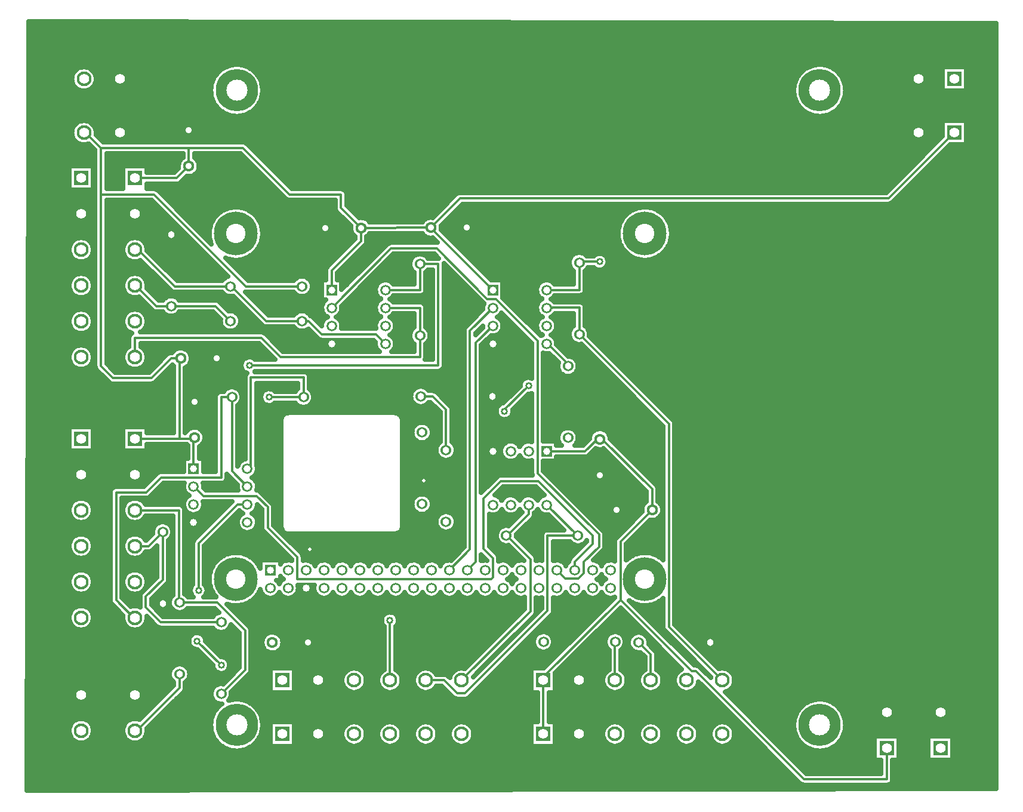
<source format=gbr>
G04 DipTrace 4.1.1.0*
G04 1 - Top.gbr*
%MOMM*%
G04 #@! TF.FileFunction,Copper,L1,Top*
G04 #@! TF.Part,Single*
%ADD15C,3.0*%
%ADD30C,1.016*%
%ADD31C,0.48567*%
%ADD32C,0.9*%
%ADD33C,1.4*%
%ADD34C,1.0*%
%ADD35C,0.96533*%
%ADD36C,0.965*%
%ADD37C,2.75*%
G04 #@! TA.AperFunction,Conductor*
%ADD14C,0.3*%
G04 #@! TA.AperFunction,CopperBalancing*
%ADD16C,0.635*%
G04 #@! TA.AperFunction,ComponentPad*
%ADD17C,1.6*%
%ADD18R,1.6X1.6*%
%ADD20R,2.1X2.1*%
%ADD21C,2.1*%
%ADD23R,1.508X1.508*%
%ADD24C,1.508*%
%ADD25C,6.0*%
%ADD26C,1.524*%
%ADD27C,1.524*%
%ADD28C,6.2*%
%ADD29R,1.524X1.524*%
%FSLAX35Y35*%
G04*
G71*
G90*
G75*
G01*
G04 Top*
%LPD*%
X7692007Y7644983D2*
D14*
X7448000Y7400980D1*
Y4299000D1*
X7328000Y4179000D1*
X7691993Y7898983D2*
X7368000Y7574990D1*
Y4473000D1*
X7074000Y4179000D1*
X5405990Y7898977D2*
X6250013Y8743000D1*
X6897000D1*
X7613000Y8027000D1*
X7733000D1*
X8328000Y7432000D1*
Y5554000D1*
X9198000Y4684000D1*
Y4513000D1*
X8980000Y4295000D1*
Y4140000D1*
X8902000Y4062000D1*
X8715000D1*
X8598000Y4179000D1*
X3446993Y5364983D2*
X3456017D1*
X3588000Y5233000D1*
X4338000D1*
X4498000Y5073000D1*
Y4783000D1*
X4918000Y4363000D1*
Y4052000D1*
X7671787D1*
X7693000Y4073213D1*
Y4348000D1*
X7560000Y4481000D1*
Y5196000D1*
X7807000Y5443000D1*
X8337000D1*
X9108000Y4672000D1*
Y4553000D1*
X8852000Y4297000D1*
Y4179000D1*
X9952000Y5033000D2*
X9502000Y4583000D1*
Y3758000D1*
X10510000Y2750000D1*
X10570000D1*
X12107000Y1213000D1*
X13278800D1*
Y1656700D1*
X6812000Y9035000D2*
X7230000Y9453000D1*
X13304500D1*
X14238800Y10387300D1*
X6812000Y9035000D2*
X5822000Y9033000D1*
X5537000Y9318000D1*
Y9506000D1*
X4810000D1*
X4147000Y10169000D1*
X3378007D1*
X2131000D1*
X1904450Y10395550D1*
X1891200Y10382300D1*
X9952000Y5033000D2*
Y5329000D1*
X9244000Y6037000D1*
X9207997D1*
X8407500Y2617300D2*
Y1855300D1*
X2614200Y9739000D2*
X3208007D1*
X3378007Y9909000D1*
X5405973Y8152977D2*
Y8430973D1*
X5822000Y8847000D1*
Y9033000D1*
X6812000Y9035000D2*
Y9032967D1*
X7691983Y8152983D1*
X8407500Y2617300D2*
Y2663500D1*
X9502000Y3758000D1*
X8454000Y5867000D2*
X8472000D1*
X8454000D2*
X9002000D1*
X9172000Y6037000D1*
X9207997D1*
X3264000Y7182983D2*
X3127983D1*
X2848000Y6903000D1*
X2303000D1*
X2131000Y7075000D1*
Y9507053D1*
Y10169000D1*
X3264000Y7182983D2*
X3248000D1*
Y6043000D1*
X2618000D1*
X2606787Y6031787D1*
X2601987D1*
X2614200Y6044000D1*
X3458010Y6059000D2*
X3446983D1*
Y5618983D1*
X3248000Y6043000D2*
X3442010D1*
X3458010Y6059000D1*
X7858000Y6433000D2*
Y6453000D1*
X8198000Y6793000D1*
X4986000Y8203000D2*
X4188000D1*
X2883947Y9507053D1*
X2131000D1*
X3248000Y2705000D2*
Y2513000D1*
X2637900Y1902900D1*
X2614213D1*
X3378007Y9909000D2*
Y10169000D1*
X1852200Y5536000D2*
X1583000Y5805200D1*
Y8961800D1*
X1852200Y9231000D1*
X8915500Y1855300D2*
X8816300D1*
X8606000Y1645000D1*
X5555000D1*
X5344700Y1855300D1*
X5215600D1*
X9423500Y2617300D2*
Y3160510D1*
X9426000Y3163010D1*
X8757990Y7071000D2*
Y7103010D1*
X8469980Y7391020D1*
X8454017D1*
X9931500Y2617300D2*
Y2981487D1*
X9760000Y3152987D1*
X8453983Y8153020D2*
X8917983D1*
Y8541000D1*
Y8553000D1*
X9208000D1*
X8453993Y7899020D2*
X8531983D1*
X8535963Y7903000D1*
X8918017D1*
Y7525000D1*
X10188000Y6255017D1*
Y3376800D1*
X10947500Y2617300D1*
X2614200Y8723000D2*
X2658000D1*
X3178000Y8203000D1*
X3970000D1*
X3988000D1*
X4478000Y7713000D1*
X4986000D1*
X5078000D1*
X5268000Y7523000D1*
X6036040D1*
X6168020Y7391020D1*
X2614200Y8215000D2*
X2626000D1*
X2916000Y7925000D1*
X3128000D1*
X3758000D1*
X3970000Y7713000D1*
X6167973Y8153020D2*
X6657990D1*
Y8521000D1*
X6918000D1*
Y7083000D1*
X4238000D1*
X6167990Y7899020D2*
X6658010D1*
Y7505000D1*
Y7199000D1*
X4682000D1*
X4408000Y7473000D1*
X2614200D1*
Y7199000D1*
X6231600Y2617300D2*
Y3466600D1*
X6670000Y6643000D2*
X6838000D1*
X7028000Y6453000D1*
Y5881000D1*
X8454000Y5105000D2*
X8900000Y4669023D1*
X6739600Y2617300D2*
X7002700D1*
X7188000Y2432000D1*
X7300000D1*
X8468000Y3600000D1*
Y4669023D1*
X8900000D1*
X8200000Y5105000D2*
Y4975000D1*
X7893977Y4668977D1*
X7884000D1*
X7247600Y2617300D2*
X8226000Y3595700D1*
Y4335000D1*
X7888000Y4673000D1*
X7884000D1*
Y4668977D1*
X2614200Y5028000D2*
X3238000D1*
Y3721000D1*
X3248000D1*
X3780000D1*
X4178000Y3323000D1*
Y2765000D1*
X3838000Y2425000D1*
Y2833000D2*
X3498000Y3173000D1*
X3008000Y4721000D2*
Y4043000D1*
X2768000Y3803000D1*
Y3653000D1*
X2980000Y3441000D1*
X3838000D1*
X2614200Y4520000D2*
X2807000D1*
X3008000Y4721000D1*
X3518000Y3893000D2*
Y4563000D1*
X4066020Y5111020D1*
X4209007D1*
X4208983Y5619020D2*
X4258000D1*
Y6913000D1*
X5006000D1*
Y6633013D1*
X4518000D1*
X3990000Y6632987D2*
Y5584013D1*
X4208993Y5365020D1*
X3990000Y6632987D2*
X3838000D1*
Y5493000D1*
X2988000D1*
X2778000Y5283000D1*
X2348000D1*
Y3753000D1*
X2597000Y3504000D1*
X2614200D1*
D30*
X7858000Y6433000D3*
X8198000Y6793000D3*
X9208000Y8553000D3*
X4238000Y7083000D3*
X6231600Y3466600D3*
X3838000Y2833000D3*
X3498000Y3173000D3*
X3518000Y3893000D3*
X4518000Y6633013D3*
X6708000Y5453000D3*
X5098000Y4473000D3*
X1113837Y11893083D2*
D16*
X14828883D1*
X1113653Y11829917D2*
X14828837D1*
X1113517Y11766750D2*
X14828837D1*
X1113337Y11703583D2*
X14828793D1*
X1113153Y11640417D2*
X14828793D1*
X1112970Y11577250D2*
X14828747D1*
X1112787Y11514083D2*
X14828747D1*
X1112650Y11450917D2*
X14828700D1*
X1112470Y11387750D2*
X14828700D1*
X1112287Y11324583D2*
X3920640D1*
X4195387D2*
X12190623D1*
X12465367D2*
X14828657D1*
X1112103Y11261417D2*
X1760440D1*
X2021923D2*
X3814320D1*
X4301707D2*
X12084300D1*
X12571687D2*
X14061573D1*
X14415977D2*
X14828657D1*
X1111923Y11198250D2*
X1722750D1*
X2059657D2*
X3755803D1*
X4360177D2*
X12025830D1*
X12630157D2*
X14061573D1*
X14415977D2*
X14828610D1*
X1111787Y11135083D2*
X1714230D1*
X2068133D2*
X3718890D1*
X4397090D2*
X11988917D1*
X12667073D2*
X14061573D1*
X14415977D2*
X14828610D1*
X1111603Y11071917D2*
X1730087D1*
X2052320D2*
X3696787D1*
X4419240D2*
X11966767D1*
X12689220D2*
X14061573D1*
X14415977D2*
X14828563D1*
X1111420Y11008750D2*
X1780857D1*
X2001550D2*
X3686717D1*
X4429310D2*
X11956697D1*
X12699293D2*
X14061573D1*
X14415977D2*
X14828563D1*
X1111240Y10945583D2*
X3687720D1*
X4428263D2*
X11957700D1*
X12698290D2*
X14828520D1*
X1111057Y10882417D2*
X3699887D1*
X4416097D2*
X11969913D1*
X12686120D2*
X14828520D1*
X1110920Y10819250D2*
X3724497D1*
X4391487D2*
X11994477D1*
X12661513D2*
X14828473D1*
X1110737Y10756083D2*
X3764690D1*
X4351337D2*
X12034670D1*
X12621317D2*
X14828473D1*
X1110557Y10692917D2*
X3828720D1*
X4287260D2*
X12098700D1*
X12557287D2*
X14828427D1*
X1110373Y10629750D2*
X3956463D1*
X4159520D2*
X12226443D1*
X12429547D2*
X14828427D1*
X1110190Y10566583D2*
X14828383D1*
X1110053Y10503417D2*
X1764360D1*
X2018050D2*
X14061617D1*
X14415977D2*
X14828383D1*
X1109870Y10440250D2*
X1724117D1*
X2058290D2*
X14061617D1*
X14415977D2*
X14828337D1*
X1109690Y10377083D2*
X1714093D1*
X2068317D2*
X14061617D1*
X14415977D2*
X14828337D1*
X1109507Y10313917D2*
X1728267D1*
X2106780D2*
X14044710D1*
X14415977D2*
X14828290D1*
X1109323Y10250750D2*
X1775843D1*
X2169943D2*
X13981547D1*
X14415977D2*
X14828290D1*
X1109187Y10187583D2*
X1991723D1*
X4249117D2*
X13918383D1*
X14159767D2*
X14828247D1*
X1109007Y10124417D2*
X2043813D1*
X4312280D2*
X13855220D1*
X14096603D2*
X14828247D1*
X1108823Y10061250D2*
X2043813D1*
X2218203D2*
X3290823D1*
X3465217D2*
X4134060D1*
X4375443D2*
X13792053D1*
X14033440D2*
X14828200D1*
X1108640Y9998083D2*
X2043813D1*
X2218203D2*
X3256190D1*
X3499853D2*
X4197223D1*
X4438610D2*
X13728890D1*
X13970277D2*
X14828200D1*
X1108503Y9934917D2*
X2043813D1*
X2218203D2*
X3228117D1*
X3527880D2*
X4260387D1*
X4501773D2*
X13665727D1*
X13907110D2*
X14828153D1*
X1108323Y9871750D2*
X1674990D1*
X2218203D2*
X2437017D1*
X2791420D2*
X3220050D1*
X3525373D2*
X4323553D1*
X4564937D2*
X13602563D1*
X13843947D2*
X14828153D1*
X1108140Y9808583D2*
X1674990D1*
X2218203D2*
X2437017D1*
X3490143D2*
X4386717D1*
X4628100D2*
X13539397D1*
X13780783D2*
X14828110D1*
X1107957Y9745417D2*
X1674990D1*
X2218203D2*
X2437017D1*
X3335107D2*
X4449880D1*
X4691263D2*
X13476233D1*
X13717620D2*
X14828110D1*
X1107777Y9682250D2*
X1674990D1*
X2218203D2*
X2437017D1*
X3271943D2*
X4513043D1*
X4754430D2*
X13413070D1*
X13654453D2*
X14828063D1*
X1107640Y9619083D2*
X1674990D1*
X2218203D2*
X2437017D1*
X2791420D2*
X4576207D1*
X4817593D2*
X13349907D1*
X13591290D2*
X14828017D1*
X1107457Y9555917D2*
X2043813D1*
X2955757D2*
X4639373D1*
X5606960D2*
X13286743D1*
X13528127D2*
X14828017D1*
X1107273Y9492750D2*
X2043813D1*
X3018920D2*
X4702580D1*
X5624187D2*
X7149073D1*
X13464917D2*
X14827973D1*
X1107090Y9429583D2*
X2043813D1*
X3082087D2*
X4777230D1*
X5624187D2*
X7085910D1*
X13401753D2*
X14827973D1*
X1106910Y9366417D2*
X2043813D1*
X2218203D2*
X2903910D1*
X3145293D2*
X5449797D1*
X5624187D2*
X7022743D1*
X7264083D2*
X14827927D1*
X1106773Y9303250D2*
X2043813D1*
X2218203D2*
X2967073D1*
X3208460D2*
X3906923D1*
X4187090D2*
X5451163D1*
X5672450D2*
X6959580D1*
X7200920D2*
X9706897D1*
X9987110D2*
X14827927D1*
X1106590Y9240083D2*
X2043813D1*
X2218203D2*
X3030237D1*
X3271623D2*
X3799237D1*
X4294733D2*
X5494230D1*
X5735613D2*
X6896417D1*
X7137757D2*
X9599253D1*
X10094753D2*
X14827880D1*
X1106407Y9176917D2*
X2043813D1*
X2218203D2*
X3093403D1*
X3334787D2*
X3739533D1*
X4354480D2*
X5557393D1*
X5852007D2*
X6772003D1*
X7074590D2*
X9539510D1*
X10154453D2*
X14827880D1*
X1106227Y9113750D2*
X2043813D1*
X2218203D2*
X3156567D1*
X3397950D2*
X3701390D1*
X4392627D2*
X5620557D1*
X7011427D2*
X9501363D1*
X10192600D2*
X14827837D1*
X1106043Y9050583D2*
X2043813D1*
X2218203D2*
X3219730D1*
X3461113D2*
X3677967D1*
X4416050D2*
X5670870D1*
X6963347D2*
X9477940D1*
X10216023D2*
X14827837D1*
X1105907Y8987417D2*
X2043813D1*
X2218203D2*
X3282893D1*
X3524280D2*
X3666480D1*
X4427533D2*
X5677113D1*
X6978250D2*
X9466457D1*
X10227507D2*
X14827790D1*
X1105723Y8924250D2*
X2043813D1*
X2218203D2*
X3346057D1*
X3587443D2*
X3665843D1*
X4428173D2*
X5718447D1*
X5925517D2*
X6710753D1*
X7041413D2*
X9465817D1*
X10228193D2*
X14827790D1*
X1105543Y8861083D2*
X1745220D1*
X1959170D2*
X2043813D1*
X2218203D2*
X2507243D1*
X2721147D2*
X3409223D1*
X3650607D2*
X3675960D1*
X4418057D2*
X5715393D1*
X5909200D2*
X6863193D1*
X7104580D2*
X9475980D1*
X10218030D2*
X14827743D1*
X1105360Y8797917D2*
X1692307D1*
X2012080D2*
X2043813D1*
X2218203D2*
X2454287D1*
X2774103D2*
X3472387D1*
X4396180D2*
X5652230D1*
X5892613D2*
X6184247D1*
X7167743D2*
X9497857D1*
X10196153D2*
X14827743D1*
X1105177Y8734750D2*
X1675400D1*
X2218203D2*
X2437427D1*
X2791010D2*
X3535550D1*
X4360040D2*
X5589067D1*
X5830450D2*
X6121083D1*
X7230907D2*
X9533950D1*
X10160060D2*
X14827700D1*
X1105040Y8671583D2*
X1682920D1*
X2021467D2*
X2043813D1*
X2218203D2*
X2444900D1*
X2830113D2*
X3598713D1*
X4303620D2*
X5525903D1*
X5767287D2*
X6057920D1*
X7294070D2*
X8855733D1*
X8980223D2*
X9590367D1*
X10103597D2*
X14827700D1*
X1104860Y8608417D2*
X1719107D1*
X1985280D2*
X2043813D1*
X2218203D2*
X2481130D1*
X2893277D2*
X3661880D1*
X4205730D2*
X5462737D1*
X5704123D2*
X5994757D1*
X6236140D2*
X6539670D1*
X6776317D2*
X6910910D1*
X7357233D2*
X8786600D1*
X9317007D2*
X9688303D1*
X10005703D2*
X14827653D1*
X1104677Y8545250D2*
X2043813D1*
X2218203D2*
X2715057D1*
X2956440D2*
X3725043D1*
X3966427D2*
X5399573D1*
X5640960D2*
X5931593D1*
X6172930D2*
X6511690D1*
X7420400D2*
X8769647D1*
X9330723D2*
X14827653D1*
X1104493Y8482083D2*
X2043813D1*
X2218203D2*
X2778220D1*
X3019603D2*
X3788207D1*
X4029590D2*
X5336957D1*
X5577793D2*
X5868427D1*
X6109767D2*
X6515017D1*
X7005183D2*
X7037237D1*
X7483563D2*
X8782360D1*
X9306980D2*
X14827607D1*
X1104357Y8418917D2*
X2043813D1*
X2218203D2*
X2841383D1*
X3082770D2*
X3851417D1*
X4092757D2*
X5318773D1*
X5514587D2*
X5805220D1*
X6046603D2*
X6552843D1*
X6763100D2*
X6830790D1*
X7005183D2*
X7100400D1*
X7546727D2*
X8830803D1*
X9005197D2*
X14827607D1*
X1104173Y8355750D2*
X1749000D1*
X1955387D2*
X2043813D1*
X2218203D2*
X2511027D1*
X2717410D2*
X2904547D1*
X3145933D2*
X3914580D1*
X4155920D2*
X5318773D1*
X5493167D2*
X5742053D1*
X5983440D2*
X6570797D1*
X6745190D2*
X6830790D1*
X7005183D2*
X7163563D1*
X7609890D2*
X8830803D1*
X9005197D2*
X14827563D1*
X1103993Y8292583D2*
X1693630D1*
X2010757D2*
X2043813D1*
X2218203D2*
X2455610D1*
X2772780D2*
X2967713D1*
X3209097D2*
X3853420D1*
X4219083D2*
X4869423D1*
X5102607D2*
X5258390D1*
X5553597D2*
X5678890D1*
X5920277D2*
X6139860D1*
X6196083D2*
X6570797D1*
X6745190D2*
X6830790D1*
X7005183D2*
X7226730D1*
X7839580D2*
X8425890D1*
X8482067D2*
X8830803D1*
X9005197D2*
X14827563D1*
X1103810Y8229417D2*
X1675630D1*
X2218203D2*
X2437607D1*
X2790783D2*
X3030877D1*
X5131910D2*
X5258390D1*
X5553597D2*
X5615727D1*
X5857110D2*
X6042837D1*
X6745190D2*
X6830790D1*
X7005183D2*
X7289893D1*
X7839580D2*
X8328820D1*
X9005197D2*
X14827517D1*
X1103627Y8166250D2*
X1682100D1*
X2022287D2*
X2043813D1*
X2218203D2*
X2444123D1*
X2795430D2*
X3094040D1*
X5129587D2*
X5258390D1*
X5793947D2*
X6021007D1*
X6745190D2*
X6830790D1*
X7005183D2*
X7353057D1*
X7839580D2*
X8306990D1*
X9005197D2*
X14827517D1*
X1103490Y8103083D2*
X1716780D1*
X1987650D2*
X2043813D1*
X2218203D2*
X2478760D1*
X2858597D2*
X3862673D1*
X4208603D2*
X4878677D1*
X5093310D2*
X5258390D1*
X5730783D2*
X6029483D1*
X6727920D2*
X6830790D1*
X7005183D2*
X7416220D1*
X7839580D2*
X8315510D1*
X8987923D2*
X14827470D1*
X1103310Y8039917D2*
X2043813D1*
X2218203D2*
X2680373D1*
X2921760D2*
X3038167D1*
X3217847D2*
X4030380D1*
X4271767D2*
X5258390D1*
X5667620D2*
X6077017D1*
X6258927D2*
X6830790D1*
X7005183D2*
X7479387D1*
X7840763D2*
X8362997D1*
X8544957D2*
X14827470D1*
X1103127Y7976750D2*
X2043813D1*
X2218203D2*
X2743540D1*
X3826930D2*
X4093547D1*
X4334930D2*
X5281723D1*
X5604453D2*
X6043700D1*
X6686583D2*
X6830790D1*
X7005183D2*
X7542550D1*
X7903927D2*
X8329683D1*
X8957483D2*
X14827427D1*
X1102943Y7913583D2*
X2043813D1*
X2218203D2*
X2806747D1*
X3890093D2*
X4156710D1*
X4398093D2*
X5259163D1*
X5552820D2*
X6021143D1*
X6743870D2*
X6830790D1*
X7005183D2*
X7545147D1*
X7967090D2*
X8307127D1*
X9004513D2*
X14827427D1*
X1102763Y7850417D2*
X1753010D1*
X1951420D2*
X2043813D1*
X2218203D2*
X2514990D1*
X2713400D2*
X2878433D1*
X4012320D2*
X4219873D1*
X4461257D2*
X4943663D1*
X5028323D2*
X5267003D1*
X5544983D2*
X6029027D1*
X6745190D2*
X6830790D1*
X7005183D2*
X7522723D1*
X8030257D2*
X8315010D1*
X9005197D2*
X14827380D1*
X1102627Y7787250D2*
X1695043D1*
X2009390D2*
X2043813D1*
X2218203D2*
X2457023D1*
X2771370D2*
X3086977D1*
X3169037D2*
X3775080D1*
X4097450D2*
X4283083D1*
X5116323D2*
X5313213D1*
X5498770D2*
X6075283D1*
X6260703D2*
X6570797D1*
X6745190D2*
X6830790D1*
X7005183D2*
X7459560D1*
X7784753D2*
X7852080D1*
X8093420D2*
X8361267D1*
X8546733D2*
X8830803D1*
X9005197D2*
X14827380D1*
X1102443Y7724083D2*
X1675857D1*
X2218203D2*
X2437837D1*
X2790557D2*
X3822023D1*
X4117957D2*
X4346247D1*
X5187600D2*
X5282633D1*
X5529397D2*
X6044613D1*
X6291420D2*
X6570797D1*
X6745190D2*
X6830790D1*
X7005183D2*
X7396397D1*
X7815380D2*
X7915243D1*
X8156583D2*
X8330597D1*
X8577403D2*
X8830803D1*
X9005197D2*
X14827333D1*
X1102260Y7660917D2*
X1681327D1*
X2023060D2*
X2043813D1*
X2218203D2*
X2443350D1*
X2785087D2*
X3831500D1*
X4108523D2*
X4409410D1*
X5552683D2*
X6021280D1*
X6314710D2*
X6570797D1*
X6745190D2*
X6830790D1*
X7005183D2*
X7333233D1*
X7838713D2*
X7978410D1*
X8219793D2*
X8307307D1*
X8600693D2*
X8830803D1*
X9005197D2*
X14827333D1*
X1102080Y7597750D2*
X1714503D1*
X1989883D2*
X2043813D1*
X2218203D2*
X2476480D1*
X2751910D2*
X3880630D1*
X4059397D2*
X4896630D1*
X6307463D2*
X6544047D1*
X6771943D2*
X6830790D1*
X7005183D2*
X7284060D1*
X7831467D2*
X8041573D1*
X8282957D2*
X8314553D1*
X8593447D2*
X8789653D1*
X9046393D2*
X14827290D1*
X1101897Y7534583D2*
X2043813D1*
X2218203D2*
X2555460D1*
X4466727D2*
X5135707D1*
X6262437D2*
X6512737D1*
X6803297D2*
X6830790D1*
X7005183D2*
X7280777D1*
X7786487D2*
X8104737D1*
X8548420D2*
X8769920D1*
X9066083D2*
X14827290D1*
X1101760Y7471417D2*
X2043813D1*
X2218203D2*
X2527023D1*
X4530257D2*
X5198917D1*
X6290510D2*
X6513650D1*
X6802383D2*
X6830790D1*
X7005183D2*
X7280777D1*
X7639150D2*
X8167900D1*
X8576493D2*
X8780127D1*
X9092287D2*
X14827243D1*
X1101577Y7408250D2*
X2043813D1*
X2218203D2*
X2527023D1*
X4593420D2*
X6021463D1*
X6314573D2*
X6547647D1*
X6768387D2*
X6830790D1*
X7005183D2*
X7280777D1*
X7575940D2*
X8231063D1*
X8600557D2*
X8830760D1*
X9155450D2*
X14827243D1*
X1101393Y7345083D2*
X1757250D1*
X1947137D2*
X2043813D1*
X2218203D2*
X2519273D1*
X2709163D2*
X4415243D1*
X4656583D2*
X6028117D1*
X6307920D2*
X6570797D1*
X6745190D2*
X6830790D1*
X7005183D2*
X7280777D1*
X7535197D2*
X8240817D1*
X8636603D2*
X8977230D1*
X9218613D2*
X14827197D1*
X1101213Y7281917D2*
X1696457D1*
X2007930D2*
X2043813D1*
X2218203D2*
X2458480D1*
X2769910D2*
X3150503D1*
X3377533D2*
X4478410D1*
X4719793D2*
X6071957D1*
X6264077D2*
X6570797D1*
X6745190D2*
X6830790D1*
X7005183D2*
X7280777D1*
X7535197D2*
X8240817D1*
X8699767D2*
X9040393D1*
X9281780D2*
X14827197D1*
X1101030Y7218750D2*
X1676130D1*
X2218203D2*
X2438153D1*
X2790237D2*
X3043043D1*
X3411760D2*
X4541573D1*
X6745190D2*
X6830790D1*
X7005183D2*
X7280777D1*
X7535197D2*
X8240817D1*
X8415210D2*
X8521547D1*
X8762930D2*
X9103557D1*
X9344943D2*
X14827153D1*
X1100893Y7155583D2*
X1680597D1*
X2023790D2*
X2043813D1*
X2218203D2*
X2442620D1*
X2785770D2*
X2979880D1*
X3413583D2*
X4140350D1*
X7005183D2*
X7280777D1*
X7535197D2*
X8240817D1*
X8415210D2*
X8584710D1*
X8878460D2*
X9166723D1*
X9408107D2*
X14827153D1*
X1100710Y7092417D2*
X1712313D1*
X1992073D2*
X2043813D1*
X2234293D2*
X2474340D1*
X2754097D2*
X2916717D1*
X3384690D2*
X4115373D1*
X7005183D2*
X7280777D1*
X7535197D2*
X8240817D1*
X8415210D2*
X8611233D1*
X8904753D2*
X9229933D1*
X9471270D2*
X14827107D1*
X1100530Y7029250D2*
X1826473D1*
X1877913D2*
X2057987D1*
X2297457D2*
X2588500D1*
X2639890D2*
X2853553D1*
X3094937D2*
X3160803D1*
X3335197D2*
X4128137D1*
X6984767D2*
X7280777D1*
X7535197D2*
X8240817D1*
X8415210D2*
X8615883D1*
X8900107D2*
X9293097D1*
X9534437D2*
X14827107D1*
X1100347Y6966083D2*
X2119237D1*
X3031773D2*
X3160803D1*
X3335197D2*
X4190660D1*
X5073347D2*
X7280777D1*
X7535197D2*
X8240817D1*
X8415210D2*
X8655897D1*
X8860093D2*
X9356260D1*
X9597643D2*
X14827060D1*
X1100163Y6902917D2*
X2182400D1*
X2968610D2*
X3160803D1*
X3335197D2*
X4170790D1*
X5093217D2*
X7280777D1*
X7535197D2*
X8152587D1*
X8415210D2*
X9419423D1*
X9660810D2*
X14827060D1*
X1100027Y6839750D2*
X2246293D1*
X2904717D2*
X3160803D1*
X3335197D2*
X4170790D1*
X5093217D2*
X7280777D1*
X7535197D2*
X8084777D1*
X8415210D2*
X9482587D1*
X9723973D2*
X14827017D1*
X1099847Y6776583D2*
X3160803D1*
X3335197D2*
X4170790D1*
X4345183D2*
X4918780D1*
X5093217D2*
X6615323D1*
X6724637D2*
X7280777D1*
X7535197D2*
X8060897D1*
X8415210D2*
X9545753D1*
X9787137D2*
X14827017D1*
X1099663Y6713417D2*
X3160803D1*
X3335197D2*
X3823433D1*
X4113447D2*
X4170790D1*
X4345183D2*
X4427140D1*
X5129447D2*
X6540263D1*
X6884097D2*
X7280777D1*
X7535197D2*
X7997730D1*
X8415210D2*
X9608917D1*
X9850300D2*
X14826970D1*
X1099480Y6650250D2*
X3160803D1*
X3335197D2*
X3752660D1*
X4137327D2*
X4170790D1*
X4345183D2*
X4396287D1*
X5153330D2*
X6521807D1*
X6951453D2*
X7280777D1*
X7535197D2*
X7934567D1*
X8175953D2*
X8240817D1*
X8415210D2*
X9672080D1*
X9913467D2*
X14826970D1*
X1099343Y6587083D2*
X3160803D1*
X3335197D2*
X3750790D1*
X4130763D2*
X4170790D1*
X4345183D2*
X4404443D1*
X5146767D2*
X6533063D1*
X7014617D2*
X7280777D1*
X7535197D2*
X7871403D1*
X8112787D2*
X8240817D1*
X8415210D2*
X9735243D1*
X9976630D2*
X14826923D1*
X1099163Y6523917D2*
X3160803D1*
X3335197D2*
X3750790D1*
X4087377D2*
X4170790D1*
X4345183D2*
X4470343D1*
X4565667D2*
X4908663D1*
X5103337D2*
X6586200D1*
X6753803D2*
X6836397D1*
X7077780D2*
X7280777D1*
X7535197D2*
X7778570D1*
X8049623D2*
X8240817D1*
X8415210D2*
X9798410D1*
X10039793D2*
X14826923D1*
X1098980Y6460750D2*
X3160803D1*
X3335197D2*
X3750790D1*
X4077217D2*
X4170790D1*
X4345183D2*
X6899560D1*
X7114833D2*
X7280777D1*
X7535197D2*
X7738330D1*
X7986460D2*
X8240817D1*
X8415210D2*
X9861573D1*
X10102957D2*
X14826880D1*
X1098797Y6397583D2*
X3160803D1*
X3335197D2*
X3750790D1*
X4077217D2*
X4170790D1*
X4345183D2*
X4740497D1*
X6353537D2*
X6940803D1*
X7115197D2*
X7280777D1*
X7535197D2*
X7740517D1*
X7975477D2*
X8240817D1*
X8415210D2*
X9924737D1*
X10166120D2*
X14826880D1*
X1098613Y6334417D2*
X3160803D1*
X3335197D2*
X3750790D1*
X4077217D2*
X4170790D1*
X4345183D2*
X4687680D1*
X6406310D2*
X6940803D1*
X7115197D2*
X7280777D1*
X7535197D2*
X7789280D1*
X7926713D2*
X8240817D1*
X8415210D2*
X9987900D1*
X10229287D2*
X14826833D1*
X1098477Y6271250D2*
X3160803D1*
X3335197D2*
X3750790D1*
X4077217D2*
X4170790D1*
X4345183D2*
X4682713D1*
X6411277D2*
X6659117D1*
X6716890D2*
X6940803D1*
X7115197D2*
X7280777D1*
X7535197D2*
X8240817D1*
X8415210D2*
X10051063D1*
X10273537D2*
X14826833D1*
X1098297Y6208083D2*
X1674990D1*
X2029397D2*
X2437017D1*
X2791420D2*
X3160803D1*
X3335197D2*
X3750790D1*
X4077217D2*
X4170790D1*
X4345183D2*
X4682713D1*
X6411277D2*
X6562320D1*
X6813687D2*
X6940803D1*
X7115197D2*
X7280777D1*
X7535197D2*
X8240817D1*
X8415210D2*
X10100783D1*
X10275177D2*
X14826787D1*
X1098113Y6144917D2*
X1674990D1*
X2029397D2*
X2437017D1*
X2791420D2*
X3160803D1*
X3582203D2*
X3750790D1*
X4077217D2*
X4170790D1*
X4345183D2*
X4682713D1*
X6411277D2*
X6540263D1*
X6835697D2*
X6940803D1*
X7115197D2*
X7280777D1*
X7535197D2*
X8240817D1*
X8415210D2*
X8641677D1*
X8874310D2*
X9103513D1*
X9312450D2*
X10100783D1*
X10275177D2*
X14826787D1*
X1097930Y6081750D2*
X1674990D1*
X2029397D2*
X2437017D1*
X3608407D2*
X3750790D1*
X4077217D2*
X4170790D1*
X4345183D2*
X4682713D1*
X6411277D2*
X6548420D1*
X6827587D2*
X6940803D1*
X7115197D2*
X7280777D1*
X7535197D2*
X8240817D1*
X8415210D2*
X8612147D1*
X8903890D2*
X9062817D1*
X9353147D2*
X10100783D1*
X10275177D2*
X14826743D1*
X1097750Y6018583D2*
X1674990D1*
X2029397D2*
X2437017D1*
X3604487D2*
X3750790D1*
X4077217D2*
X4170790D1*
X4345183D2*
X4682713D1*
X6411277D2*
X6594813D1*
X6781193D2*
X6940803D1*
X7115197D2*
X7280777D1*
X7535197D2*
X8240817D1*
X8415210D2*
X8614380D1*
X8901657D2*
X9032873D1*
X9383087D2*
X10100783D1*
X10275177D2*
X14826743D1*
X1097613Y5955417D2*
X1674990D1*
X2029397D2*
X2437017D1*
X2791420D2*
X3348973D1*
X3567027D2*
X3750790D1*
X4077217D2*
X4170790D1*
X4345183D2*
X4682713D1*
X6411277D2*
X6900653D1*
X7155347D2*
X7280777D1*
X7535197D2*
X7829477D1*
X8062520D2*
X8083500D1*
X8601603D2*
X8650380D1*
X8865653D2*
X8969710D1*
X9446253D2*
X10100783D1*
X10275177D2*
X14826697D1*
X1097430Y5892250D2*
X1674990D1*
X2029397D2*
X2437017D1*
X2791420D2*
X3359777D1*
X3534170D2*
X3750790D1*
X4077217D2*
X4170790D1*
X4345183D2*
X4682713D1*
X6411277D2*
X6880057D1*
X7175947D2*
X7280777D1*
X7535197D2*
X7800673D1*
X9147930D2*
X9183767D1*
X9232240D2*
X9268077D1*
X9509460D2*
X10100783D1*
X10275177D2*
X14826697D1*
X1097247Y5829083D2*
X3359777D1*
X3534170D2*
X3750790D1*
X4077217D2*
X4170790D1*
X4345183D2*
X4682713D1*
X6411277D2*
X6889443D1*
X7166557D2*
X7280777D1*
X7535197D2*
X7803590D1*
X9084767D2*
X9331240D1*
X9572627D2*
X10100783D1*
X10275177D2*
X14826650D1*
X1097067Y5765917D2*
X3359777D1*
X3534170D2*
X3750790D1*
X4077217D2*
X4170790D1*
X4345183D2*
X4682713D1*
X6411277D2*
X6938390D1*
X7117613D2*
X7280777D1*
X7535197D2*
X7841007D1*
X8050990D2*
X8094983D1*
X8601603D2*
X9394403D1*
X9635790D2*
X10100783D1*
X10275177D2*
X14826650D1*
X1096883Y5702750D2*
X3299390D1*
X3594597D2*
X3750790D1*
X4345183D2*
X4682713D1*
X6411277D2*
X7280777D1*
X7535197D2*
X8240817D1*
X8415210D2*
X9457570D1*
X9698953D2*
X10100783D1*
X10275177D2*
X14826607D1*
X1096747Y5639583D2*
X3299390D1*
X3594597D2*
X3750790D1*
X4355073D2*
X4682713D1*
X6411277D2*
X7280777D1*
X7535197D2*
X8240817D1*
X8415210D2*
X9520733D1*
X9762117D2*
X10100783D1*
X10275177D2*
X14826560D1*
X1096563Y5576417D2*
X3299390D1*
X3594597D2*
X3750790D1*
X4350013D2*
X4682713D1*
X6411277D2*
X7280777D1*
X7535197D2*
X8240817D1*
X8426283D2*
X9583897D1*
X9825280D2*
X10100783D1*
X10275177D2*
X14826560D1*
X1096383Y5513250D2*
X2887550D1*
X4308953D2*
X4682713D1*
X6411277D2*
X7280777D1*
X7535197D2*
X7760617D1*
X8489447D2*
X9647060D1*
X9888447D2*
X10100783D1*
X10275177D2*
X14826513D1*
X1096200Y5450083D2*
X2824387D1*
X3912880D2*
X4003220D1*
X4328093D2*
X4682713D1*
X6411277D2*
X7280777D1*
X7535197D2*
X7693397D1*
X8552613D2*
X9710223D1*
X9951610D2*
X10100783D1*
X10275177D2*
X14826513D1*
X1096017Y5386917D2*
X2761220D1*
X3002607D2*
X3301123D1*
X3592867D2*
X4063103D1*
X4354890D2*
X4682713D1*
X6411277D2*
X7280777D1*
X7535197D2*
X7630230D1*
X8615777D2*
X9773390D1*
X10014773D2*
X10100783D1*
X10275177D2*
X14826470D1*
X1095880Y5323750D2*
X2271813D1*
X2939443D2*
X3305543D1*
X3617930D2*
X4067570D1*
X4350423D2*
X4682713D1*
X6411277D2*
X7280777D1*
X7535197D2*
X7567067D1*
X7808453D2*
X8335563D1*
X8678940D2*
X9836553D1*
X10039200D2*
X10100783D1*
X10275177D2*
X14826470D1*
X1095697Y5260583D2*
X2260783D1*
X2876277D2*
X3345510D1*
X4431090D2*
X4682713D1*
X6411277D2*
X7280777D1*
X7745287D2*
X8398727D1*
X8742103D2*
X9864807D1*
X10039200D2*
X10100783D1*
X10275177D2*
X14826423D1*
X1095517Y5197417D2*
X1823787D1*
X1880647D2*
X2260783D1*
X2435177D2*
X2585767D1*
X2642627D2*
X3328923D1*
X4494253D2*
X4682713D1*
X6411277D2*
X6565967D1*
X6810040D2*
X7280777D1*
X7805170D2*
X7832850D1*
X8059150D2*
X8086827D1*
X8313173D2*
X8340850D1*
X8805270D2*
X9864807D1*
X10039200D2*
X10100783D1*
X10275177D2*
X14826423D1*
X1095333Y5134250D2*
X1712040D1*
X1992347D2*
X2260783D1*
X2435177D2*
X2474067D1*
X2754323D2*
X3301350D1*
X3592683D2*
X3968540D1*
X4557417D2*
X4682713D1*
X6411277D2*
X6540903D1*
X6835107D2*
X7280777D1*
X8868433D2*
X9840653D1*
X10063310D2*
X10100783D1*
X10275177D2*
X14826377D1*
X1095150Y5071083D2*
X1680503D1*
X2023883D2*
X2260783D1*
X3588857D2*
X3905373D1*
X4350837D2*
X4379243D1*
X4585217D2*
X4682713D1*
X6411277D2*
X6546553D1*
X6829453D2*
X7280777D1*
X8931597D2*
X9804880D1*
X10275177D2*
X14826377D1*
X1095013Y5007917D2*
X1676177D1*
X2028210D2*
X2260783D1*
X3549937D2*
X3842210D1*
X4083597D2*
X4106123D1*
X4311917D2*
X4410777D1*
X4585217D2*
X4682713D1*
X6411277D2*
X6588297D1*
X6787663D2*
X7280777D1*
X7800933D2*
X7837040D1*
X8054957D2*
X8091063D1*
X8308933D2*
X8345043D1*
X8994760D2*
X9801963D1*
X10275177D2*
X14826330D1*
X1094833Y4944750D2*
X1696637D1*
X2007750D2*
X2260783D1*
X2435177D2*
X2458663D1*
X2769727D2*
X3150777D1*
X3325217D2*
X3779047D1*
X4020430D2*
X4091950D1*
X4326090D2*
X4410777D1*
X4585217D2*
X4682713D1*
X6411277D2*
X6904117D1*
X7151883D2*
X7280777D1*
X7647217D2*
X8049047D1*
X8281317D2*
X8495933D1*
X9057923D2*
X9743083D1*
X10074473D2*
X10100783D1*
X10275177D2*
X14826330D1*
X1094650Y4881583D2*
X1757797D1*
X1946590D2*
X2260783D1*
X2435177D2*
X2519820D1*
X2708613D2*
X3150777D1*
X3325217D2*
X3715883D1*
X3957267D2*
X4063557D1*
X4354480D2*
X4410777D1*
X4585217D2*
X4682713D1*
X6411277D2*
X6880557D1*
X7175443D2*
X7280777D1*
X7647217D2*
X7985883D1*
X8227267D2*
X8560557D1*
X9121090D2*
X9679873D1*
X9921257D2*
X10100783D1*
X10275177D2*
X14826287D1*
X1094467Y4818417D2*
X2260783D1*
X2435177D2*
X2898260D1*
X3117723D2*
X3150777D1*
X3325217D2*
X3652720D1*
X3894103D2*
X4066793D1*
X4351247D2*
X4410777D1*
X4585217D2*
X4682713D1*
X6411277D2*
X6887440D1*
X7168563D2*
X7280777D1*
X7647217D2*
X7922720D1*
X8164103D2*
X8625180D1*
X9184253D2*
X9616710D1*
X9858093D2*
X10100783D1*
X10275177D2*
X14826287D1*
X1094330Y4755250D2*
X2260783D1*
X2435177D2*
X2863807D1*
X3325217D2*
X3589553D1*
X3830940D2*
X4104710D1*
X4313330D2*
X4415700D1*
X4646420D2*
X4693330D1*
X6400660D2*
X6931463D1*
X7124540D2*
X7280777D1*
X7647217D2*
X7764807D1*
X8100940D2*
X8689803D1*
X9247417D2*
X9553547D1*
X9794930D2*
X10100783D1*
X10275177D2*
X14826240D1*
X1094150Y4692083D2*
X2260783D1*
X2435177D2*
X2858383D1*
X3325217D2*
X3526390D1*
X3767777D2*
X4468247D1*
X4709587D2*
X7280777D1*
X7647217D2*
X7737510D1*
X8037777D2*
X8384143D1*
X9284787D2*
X9490380D1*
X9731767D2*
X10100783D1*
X10275177D2*
X14826240D1*
X1093967Y4628917D2*
X1714230D1*
X1990203D2*
X2260783D1*
X2435177D2*
X2476207D1*
X2752183D2*
X2795220D1*
X3122507D2*
X3150777D1*
X3325217D2*
X3463227D1*
X3704610D2*
X4531410D1*
X4772793D2*
X7280777D1*
X7647217D2*
X7741383D1*
X8052770D2*
X8380817D1*
X9285197D2*
X9429087D1*
X9668603D2*
X10100783D1*
X10275177D2*
X14826193D1*
X1093783Y4565750D2*
X1681233D1*
X2023153D2*
X2260783D1*
X3095210D2*
X3150777D1*
X3325217D2*
X3430823D1*
X3641447D2*
X4594573D1*
X4835960D2*
X7280777D1*
X7647217D2*
X7780077D1*
X8115933D2*
X8380817D1*
X8555210D2*
X8796123D1*
X9285197D2*
X9414820D1*
X9605437D2*
X10100783D1*
X10275177D2*
X14826193D1*
X1093603Y4502583D2*
X1675903D1*
X2028530D2*
X2260783D1*
X3095210D2*
X3150777D1*
X3325217D2*
X3430777D1*
X3605217D2*
X4657737D1*
X4899123D2*
X7276903D1*
X7659110D2*
X7937713D1*
X8179097D2*
X8380817D1*
X8555210D2*
X8936897D1*
X9284513D2*
X9414820D1*
X9589213D2*
X10100783D1*
X10275177D2*
X14826150D1*
X1093467Y4439417D2*
X1695180D1*
X2009207D2*
X2260783D1*
X2435177D2*
X2457203D1*
X2819903D2*
X2920817D1*
X3095210D2*
X3150777D1*
X3325217D2*
X3430777D1*
X3605217D2*
X4720903D1*
X4962287D2*
X7213740D1*
X7722273D2*
X8000877D1*
X8242260D2*
X8380817D1*
X8555210D2*
X8873733D1*
X9245093D2*
X9414820D1*
X9589213D2*
X10100783D1*
X10275177D2*
X14826150D1*
X1093283Y4376250D2*
X1753513D1*
X1950873D2*
X2260783D1*
X2435177D2*
X2515537D1*
X2712900D2*
X2920817D1*
X3095210D2*
X3150777D1*
X3325217D2*
X3430777D1*
X3605217D2*
X3850597D1*
X4243420D2*
X4784067D1*
X5004123D2*
X7150577D1*
X7775093D2*
X8064040D1*
X8301870D2*
X8380817D1*
X8555210D2*
X8810570D1*
X9181930D2*
X9414820D1*
X9589213D2*
X9650570D1*
X10043393D2*
X10100783D1*
X10275177D2*
X14826103D1*
X1093100Y4313083D2*
X2260783D1*
X2435177D2*
X2920817D1*
X3095210D2*
X3150777D1*
X3325217D2*
X3430777D1*
X3605217D2*
X3770297D1*
X4323720D2*
X4385623D1*
X4682377D2*
X4734757D1*
X5095270D2*
X5242757D1*
X5349247D2*
X5496737D1*
X5603270D2*
X5750760D1*
X5857247D2*
X6004737D1*
X6111270D2*
X6258760D1*
X6365250D2*
X6512737D1*
X6619273D2*
X6766760D1*
X6873250D2*
X7020740D1*
X7889253D2*
X8036743D1*
X8651233D2*
X8766410D1*
X9159233D2*
X9306767D1*
X10275177D2*
X14826103D1*
X1092920Y4249917D2*
X2260783D1*
X2435177D2*
X2920817D1*
X3095210D2*
X3150777D1*
X3325217D2*
X3430777D1*
X3605217D2*
X3721123D1*
X10275177D2*
X14826057D1*
X1092737Y4186750D2*
X2260783D1*
X2435177D2*
X2920817D1*
X3095210D2*
X3150777D1*
X3325217D2*
X3430777D1*
X3605217D2*
X3689770D1*
X10275177D2*
X14826057D1*
X1092600Y4123583D2*
X1716463D1*
X1987923D2*
X2260783D1*
X2435177D2*
X2478487D1*
X2749950D2*
X2920817D1*
X3095210D2*
X3150777D1*
X3325217D2*
X3430777D1*
X3605217D2*
X3671677D1*
X10275177D2*
X14826013D1*
X1092417Y4060417D2*
X1682010D1*
X2022377D2*
X2260783D1*
X2784403D2*
X2904730D1*
X3095210D2*
X3150777D1*
X3325217D2*
X3430777D1*
X3605217D2*
X3664887D1*
X4682377D2*
X4703447D1*
X7920560D2*
X8005433D1*
X9190543D2*
X9275460D1*
X10275177D2*
X14826013D1*
X1092233Y3997250D2*
X1675630D1*
X2028757D2*
X2260783D1*
X2790783D2*
X2841567D1*
X3080990D2*
X3150777D1*
X3325217D2*
X3430777D1*
X3605217D2*
X3668807D1*
X10275177D2*
X14825967D1*
X1092053Y3934083D2*
X1693813D1*
X2010620D2*
X2260783D1*
X2435177D2*
X2455790D1*
X3019787D2*
X3150777D1*
X3325217D2*
X3402477D1*
X3633517D2*
X3683753D1*
X4936127D2*
X5147873D1*
X10275177D2*
X14825967D1*
X1091870Y3870917D2*
X1749503D1*
X1954930D2*
X2260783D1*
X2435177D2*
X2511480D1*
X2956623D2*
X3150777D1*
X3325217D2*
X3397100D1*
X3638893D2*
X3711280D1*
X4925693D2*
X5158310D1*
X10275177D2*
X14825920D1*
X1091733Y3807750D2*
X2260783D1*
X2435177D2*
X2680920D1*
X2893460D2*
X3129177D1*
X3366823D2*
X3432010D1*
X3603987D2*
X3754983D1*
X4339030D2*
X4447463D1*
X4620537D2*
X4701443D1*
X4874560D2*
X5209443D1*
X5382560D2*
X5463467D1*
X5636537D2*
X5717443D1*
X5890560D2*
X5971470D1*
X6144540D2*
X6225447D1*
X6398563D2*
X6479470D1*
X6652540D2*
X6733447D1*
X6906520D2*
X6987470D1*
X7160543D2*
X7241450D1*
X7414520D2*
X7495473D1*
X7668543D2*
X7749450D1*
X7922520D2*
X8003473D1*
X8684547D2*
X8765453D1*
X8938523D2*
X9019477D1*
X9192547D2*
X9273453D1*
X10275177D2*
X14825920D1*
X1091550Y3744583D2*
X2261240D1*
X2477103D2*
X2680783D1*
X2855177D2*
X3101560D1*
X4269580D2*
X8138780D1*
X8313217D2*
X8380817D1*
X8555210D2*
X9367880D1*
X10069597D2*
X10100783D1*
X10275177D2*
X14825877D1*
X1091370Y3681417D2*
X2298883D1*
X2540270D2*
X2680783D1*
X2860280D2*
X3105207D1*
X3940270D2*
X3977973D1*
X4116043D2*
X8138780D1*
X8313217D2*
X8380817D1*
X8555210D2*
X9304717D1*
X9699273D2*
X9777947D1*
X9916063D2*
X10100783D1*
X10275177D2*
X14825877D1*
X1091187Y3618250D2*
X1718830D1*
X1985600D2*
X2362047D1*
X2923447D2*
X3143577D1*
X3352423D2*
X3762047D1*
X4003433D2*
X8127843D1*
X8313217D2*
X8365550D1*
X8555210D2*
X9241553D1*
X9482937D2*
X9521053D1*
X9762437D2*
X10100783D1*
X10275177D2*
X14825830D1*
X1091003Y3555083D2*
X1682830D1*
X2021603D2*
X2425213D1*
X2986610D2*
X3747010D1*
X4066597D2*
X6149247D1*
X6313980D2*
X8064677D1*
X8541583D2*
X9178390D1*
X9419773D2*
X9584217D1*
X9825600D2*
X10100783D1*
X10275177D2*
X14825830D1*
X1090867Y3491917D2*
X1675447D1*
X2028987D2*
X2437427D1*
X4129760D2*
X6111377D1*
X6351807D2*
X8001513D1*
X8480607D2*
X9115223D1*
X9356610D2*
X9647380D1*
X9888763D2*
X10100783D1*
X10275177D2*
X14825783D1*
X1090687Y3428750D2*
X1692443D1*
X2011943D2*
X2454470D1*
X2773920D2*
X2871553D1*
X4192923D2*
X6114933D1*
X6348297D2*
X7938350D1*
X8417443D2*
X9052060D1*
X9293447D2*
X9710543D1*
X9951930D2*
X10100783D1*
X10275177D2*
X14825783D1*
X1090503Y3365583D2*
X1745720D1*
X1958713D2*
X2507700D1*
X2720693D2*
X2944517D1*
X3964740D2*
X4014750D1*
X4253080D2*
X6144417D1*
X6318810D2*
X7875187D1*
X8354280D2*
X8988897D1*
X9230280D2*
X9773707D1*
X10015093D2*
X10101560D1*
X10319883D2*
X14825740D1*
X1090320Y3302417D2*
X3800467D1*
X3875557D2*
X4077913D1*
X4265203D2*
X6144417D1*
X6318810D2*
X7812023D1*
X8291113D2*
X8376487D1*
X8443510D2*
X8925733D1*
X9167117D2*
X9392353D1*
X9459650D2*
X9836873D1*
X10078257D2*
X10141710D1*
X10383093D2*
X14825740D1*
X1090183Y3239250D2*
X3395640D1*
X3600340D2*
X4090810D1*
X4265203D2*
X4440037D1*
X4687983D2*
X6144417D1*
X6318810D2*
X7748857D1*
X8227950D2*
X8283793D1*
X8536207D2*
X8862570D1*
X9103953D2*
X9299797D1*
X9552210D2*
X9640773D1*
X9879193D2*
X9900080D1*
X10141420D2*
X10204873D1*
X10446257D2*
X14825693D1*
X1090003Y3176083D2*
X3375043D1*
X3620940D2*
X4090810D1*
X4265203D2*
X4413650D1*
X4714370D2*
X6144417D1*
X6318810D2*
X7685693D1*
X8164787D2*
X8262190D1*
X8557807D2*
X8799403D1*
X9040790D2*
X9278193D1*
X9573810D2*
X9613473D1*
X9906493D2*
X9963247D1*
X10204587D2*
X10268037D1*
X10509423D2*
X14825693D1*
X1089820Y3112917D2*
X3391677D1*
X3678770D2*
X4090810D1*
X4265203D2*
X4417433D1*
X4710587D2*
X6144417D1*
X6318810D2*
X7622530D1*
X8101623D2*
X8270713D1*
X8549287D2*
X8736240D1*
X8977627D2*
X9286717D1*
X9565287D2*
X9617347D1*
X9920757D2*
X10026410D1*
X10267793D2*
X10331200D1*
X10572587D2*
X14825647D1*
X1089637Y3049750D2*
X3500550D1*
X3741937D2*
X4090810D1*
X4265203D2*
X4454620D1*
X4673353D2*
X6144417D1*
X6318810D2*
X7559367D1*
X8038460D2*
X8317880D1*
X8502117D2*
X8673077D1*
X8914460D2*
X9333930D1*
X9518073D2*
X9656083D1*
X9983920D2*
X10089573D1*
X10330960D2*
X10394367D1*
X10635750D2*
X14825647D1*
X1089453Y2986583D2*
X3563713D1*
X3805100D2*
X4090810D1*
X4265203D2*
X6144417D1*
X6318810D2*
X7496200D1*
X7975293D2*
X8609913D1*
X8851253D2*
X9336300D1*
X9510693D2*
X9805700D1*
X10018557D2*
X10152737D1*
X10394123D2*
X10457530D1*
X10698913D2*
X14825603D1*
X1089317Y2923417D2*
X3626880D1*
X3918073D2*
X4090810D1*
X4265203D2*
X6144417D1*
X6318810D2*
X7433037D1*
X7912087D2*
X8546747D1*
X8788087D2*
X9336300D1*
X9510693D2*
X9844300D1*
X10018693D2*
X10215903D1*
X10457287D2*
X10520693D1*
X10762080D2*
X14825603D1*
X1089137Y2860250D2*
X3690043D1*
X3957770D2*
X4090810D1*
X4265203D2*
X6144417D1*
X6318810D2*
X7369873D1*
X7848920D2*
X8483540D1*
X8724923D2*
X9336300D1*
X9510693D2*
X9844300D1*
X10018693D2*
X10279067D1*
X10520450D2*
X10583857D1*
X10825243D2*
X14825557D1*
X1088953Y2797083D2*
X3133507D1*
X3362497D2*
X3720667D1*
X3955353D2*
X4089397D1*
X4265203D2*
X6144417D1*
X6318810D2*
X7306710D1*
X7785757D2*
X8420373D1*
X8661760D2*
X9336300D1*
X9510693D2*
X9844300D1*
X10018693D2*
X10342230D1*
X10888407D2*
X14825557D1*
X1088770Y2733917D2*
X3102563D1*
X3393440D2*
X3770070D1*
X3905907D2*
X4026233D1*
X4259007D2*
X4530407D1*
X4884813D2*
X5592393D1*
X5854833D2*
X6100393D1*
X6362833D2*
X6608397D1*
X6870790D2*
X7116397D1*
X7722593D2*
X8230290D1*
X8598597D2*
X9292277D1*
X9554717D2*
X9800277D1*
X10062717D2*
X10308277D1*
X11078720D2*
X14825510D1*
X1088590Y2670750D2*
X3103793D1*
X3392210D2*
X3963070D1*
X4204453D2*
X4530407D1*
X4884813D2*
X5554977D1*
X5892203D2*
X6062980D1*
X6400203D2*
X6570980D1*
X7659430D2*
X8230290D1*
X8584697D2*
X9254860D1*
X9592130D2*
X9762860D1*
X10100133D2*
X10270863D1*
X11116133D2*
X14825510D1*
X1088453Y2607583D2*
X3138247D1*
X3357757D2*
X3899907D1*
X4141290D2*
X4530407D1*
X4884813D2*
X5546683D1*
X5900543D2*
X6054683D1*
X6408543D2*
X6562687D1*
X7596263D2*
X8230290D1*
X8584697D2*
X9246567D1*
X9600423D2*
X9754567D1*
X10108427D2*
X10262570D1*
X11124430D2*
X14825467D1*
X1088270Y2544417D2*
X3158707D1*
X3335197D2*
X3754710D1*
X4078127D2*
X4530407D1*
X4884813D2*
X5562723D1*
X5884453D2*
X6070727D1*
X6392457D2*
X6578727D1*
X7533100D2*
X8230290D1*
X8584697D2*
X9262607D1*
X9584383D2*
X9770610D1*
X10092383D2*
X10278610D1*
X10600387D2*
X10654907D1*
X11108387D2*
X14825467D1*
X1088087Y2481250D2*
X3095543D1*
X3328727D2*
X3701207D1*
X4014917D2*
X4530407D1*
X4884813D2*
X5613903D1*
X5833277D2*
X6121903D1*
X6341277D2*
X6629907D1*
X6849280D2*
X7018050D1*
X7469937D2*
X8230290D1*
X8584697D2*
X9313787D1*
X9533203D2*
X9821787D1*
X10041207D2*
X10329790D1*
X10549207D2*
X10718070D1*
X11057210D2*
X14825420D1*
X1087907Y2418083D2*
X3032380D1*
X3273763D2*
X3689770D1*
X3986253D2*
X7081213D1*
X7406773D2*
X8320297D1*
X8494690D2*
X10781233D1*
X11022620D2*
X14825420D1*
X1087723Y2354917D2*
X2969217D1*
X3210600D2*
X3708090D1*
X3967887D2*
X7157277D1*
X7330757D2*
X8320297D1*
X8494690D2*
X10844397D1*
X11085783D2*
X14825373D1*
X1087587Y2291750D2*
X2906053D1*
X3147437D2*
X3782420D1*
X4260600D2*
X8320297D1*
X8494690D2*
X10907563D1*
X11148947D2*
X12125407D1*
X12530627D2*
X14825373D1*
X1087403Y2228583D2*
X2842887D1*
X3084273D2*
X3780460D1*
X4335523D2*
X8320297D1*
X8494690D2*
X10970727D1*
X11212110D2*
X12050487D1*
X12605503D2*
X14825330D1*
X1087223Y2165417D2*
X2779723D1*
X3021110D2*
X3734523D1*
X4381460D2*
X8320297D1*
X8494690D2*
X11033890D1*
X11275277D2*
X12004503D1*
X12651487D2*
X14825330D1*
X1087040Y2102250D2*
X2716560D1*
X2957943D2*
X3705767D1*
X4410217D2*
X8320297D1*
X8494690D2*
X11097053D1*
X11338440D2*
X11975790D1*
X12680197D2*
X14825283D1*
X1086857Y2039083D2*
X1742713D1*
X1961720D2*
X2504690D1*
X2894780D2*
X3690133D1*
X4425893D2*
X8320297D1*
X8494690D2*
X11160220D1*
X11401603D2*
X11960113D1*
X12695873D2*
X14825283D1*
X1086720Y1975917D2*
X1691397D1*
X2013037D2*
X2453420D1*
X2831617D2*
X3685850D1*
X4430133D2*
X4530407D1*
X4884813D2*
X5596267D1*
X5850960D2*
X6104267D1*
X6358960D2*
X6612270D1*
X6866960D2*
X7120270D1*
X7374963D2*
X8230290D1*
X8584697D2*
X9296150D1*
X9550840D2*
X9804150D1*
X10058843D2*
X10312153D1*
X10566843D2*
X10820153D1*
X11074847D2*
X11223383D1*
X11464767D2*
X11955877D1*
X12700113D2*
X14825237D1*
X1086537Y1912750D2*
X1675310D1*
X2029123D2*
X2437290D1*
X2791147D2*
X3692593D1*
X4423387D2*
X4530407D1*
X4884813D2*
X5556343D1*
X5890837D2*
X6064347D1*
X6398837D2*
X6572347D1*
X6906837D2*
X7080350D1*
X7414840D2*
X8230290D1*
X8584697D2*
X9256227D1*
X9590763D2*
X9764230D1*
X10098763D2*
X10272230D1*
X10606767D2*
X10780230D1*
X11114767D2*
X11286547D1*
X11527930D2*
X11962620D1*
X12693413D2*
X14825237D1*
X1086357Y1849583D2*
X1683557D1*
X2020873D2*
X2445537D1*
X2782900D2*
X3711007D1*
X4405020D2*
X4530407D1*
X4884813D2*
X5546500D1*
X5900723D2*
X6054503D1*
X6408727D2*
X6562503D1*
X6916727D2*
X7070503D1*
X7424683D2*
X8230290D1*
X8584697D2*
X9246383D1*
X9600607D2*
X9754387D1*
X10108610D2*
X10262387D1*
X10616610D2*
X10770387D1*
X11124610D2*
X11349710D1*
X11591097D2*
X11980987D1*
X12675003D2*
X14825193D1*
X1086173Y1786417D2*
X1720837D1*
X1983550D2*
X2482860D1*
X2745530D2*
X3743090D1*
X4372893D2*
X4530407D1*
X4884813D2*
X5560903D1*
X5886277D2*
X6068903D1*
X6394280D2*
X6576903D1*
X6902280D2*
X7084907D1*
X7410280D2*
X8230290D1*
X8584697D2*
X9260783D1*
X9586207D2*
X9768787D1*
X10094207D2*
X10276787D1*
X10602210D2*
X10784790D1*
X11110210D2*
X11412873D1*
X11654260D2*
X12013117D1*
X12642920D2*
X13101580D1*
X13455983D2*
X13863603D1*
X14218010D2*
X14825193D1*
X1085990Y1723250D2*
X3793993D1*
X4321987D2*
X4530407D1*
X4884813D2*
X5608843D1*
X5838380D2*
X6116847D1*
X6346337D2*
X6624847D1*
X6854337D2*
X7132850D1*
X7362340D2*
X8230290D1*
X8584697D2*
X9308727D1*
X9538263D2*
X9816730D1*
X10046263D2*
X10324730D1*
X10554267D2*
X10832730D1*
X11062267D2*
X11476040D1*
X11717423D2*
X12064020D1*
X12591967D2*
X13101580D1*
X13455983D2*
X13863603D1*
X14218010D2*
X14825147D1*
X1085853Y1660083D2*
X3879670D1*
X4236310D2*
X11539247D1*
X11780587D2*
X12149697D1*
X12506290D2*
X13101580D1*
X13455983D2*
X13863603D1*
X14218010D2*
X14825100D1*
X1085673Y1596917D2*
X11602413D1*
X11843753D2*
X13101580D1*
X13455983D2*
X13863603D1*
X14218010D2*
X14825100D1*
X1085490Y1533750D2*
X11665577D1*
X11906960D2*
X13101580D1*
X13455983D2*
X13863603D1*
X14218010D2*
X14825057D1*
X1085307Y1470583D2*
X11728740D1*
X11970127D2*
X13191587D1*
X13365977D2*
X14825057D1*
X1085170Y1407417D2*
X11791903D1*
X12033290D2*
X13191587D1*
X13365977D2*
X14825010D1*
X1084990Y1344250D2*
X11855070D1*
X12096453D2*
X13191587D1*
X13365977D2*
X14825010D1*
X1084807Y1281083D2*
X11918233D1*
X13365977D2*
X14824963D1*
X1084623Y1217917D2*
X11981397D1*
X13365977D2*
X14824963D1*
X1084443Y1154750D2*
X12044560D1*
X13341233D2*
X14824920D1*
X1084307Y1091583D2*
X14824920D1*
X4707987Y3129767D2*
X4702397Y3106970D1*
X4693220Y3085367D1*
X4680697Y3065513D1*
X4665153Y3047927D1*
X4646987Y3033060D1*
X4626673Y3021303D1*
X4604737Y3012953D1*
X4581743Y3008233D1*
X4558290Y3007263D1*
X4534987Y3010063D1*
X4512433Y3016570D1*
X4491217Y3026607D1*
X4471887Y3039920D1*
X4454940Y3056160D1*
X4440817Y3074910D1*
X4429887Y3095680D1*
X4422427Y3117937D1*
X4418637Y3141100D1*
X4418610Y3164573D1*
X4422350Y3187743D1*
X4429757Y3210017D1*
X4440640Y3230813D1*
X4454720Y3249593D1*
X4471630Y3265873D1*
X4490933Y3279227D1*
X4512127Y3289313D1*
X4534667Y3295870D1*
X4557963Y3298727D1*
X4581417Y3297807D1*
X4604420Y3293137D1*
X4626377Y3284840D1*
X4646717Y3273127D1*
X4664917Y3258300D1*
X4680500Y3240750D1*
X4693067Y3220927D1*
X4702293Y3199343D1*
X4707933Y3176557D1*
X4709850Y3153000D1*
X4707987Y3129767D1*
X3235333Y9880653D2*
X3232643Y9897100D1*
X3232617Y9920573D1*
X3236357Y9943743D1*
X3243763Y9966017D1*
X3254647Y9986813D1*
X3268727Y10005593D1*
X3285637Y10021873D1*
X3297153Y10029840D1*
X3297157Y10088143D1*
X2211830Y10088150D1*
X2211850Y9818693D1*
Y9587890D1*
X2443347Y9587903D1*
X2443350Y9909850D1*
X2785050D1*
Y9819867D1*
X3174503Y9819850D1*
X3235010Y9880343D1*
X4420783Y7655877D2*
X4009720Y8066953D1*
X4005020Y8065333D1*
X3981883Y8061447D1*
X3958423Y8061423D1*
X3935277Y8065260D1*
X3913080Y8072853D1*
X3892437Y8083997D1*
X3873907Y8098387D1*
X3857997Y8115630D1*
X3853717Y8122167D1*
X3178000Y8122150D1*
X3154990Y8125493D1*
X3133863Y8135263D1*
X3120783Y8145877D1*
X2694380Y8572263D1*
X2692803Y8571307D1*
X2671417Y8562017D1*
X2648963Y8555723D1*
X2625863Y8552550D1*
X2602543Y8552547D1*
X2579443Y8555723D1*
X2556990Y8562013D1*
X2535600Y8571303D1*
X2515677Y8583420D1*
X2497587Y8598133D1*
X2481673Y8615177D1*
X2468223Y8634227D1*
X2457497Y8654930D1*
X2449687Y8676903D1*
X2444943Y8699733D1*
X2443350Y8722997D1*
X2444940Y8746260D1*
X2449683Y8769090D1*
X2457493Y8791063D1*
X2468220Y8811767D1*
X2481667Y8830820D1*
X2497583Y8847860D1*
X2515670Y8862577D1*
X2535597Y8874693D1*
X2556983Y8883983D1*
X2579437Y8890277D1*
X2602537Y8893450D1*
X2625857Y8893453D1*
X2648957Y8890277D1*
X2671410Y8883987D1*
X2692800Y8874697D1*
X2712723Y8862580D1*
X2730813Y8847867D1*
X2746727Y8830823D1*
X2760177Y8811773D1*
X2770903Y8791070D1*
X2778713Y8769097D1*
X2783457Y8746267D1*
X2785050Y8723000D1*
X2784237Y8711120D1*
X3211490Y8283850D1*
X3853193D1*
X3857807Y8290127D1*
X3873680Y8307407D1*
X3892177Y8321837D1*
X3912797Y8333023D1*
X3934980Y8340667D1*
X3935860Y8340813D1*
X2850460Y9426203D1*
X2211847D1*
X2211850Y7108477D1*
X2336477Y6983863D1*
X2814500Y6983850D1*
X3070813Y7240153D1*
X3089450Y7254060D1*
X3111293Y7262090D1*
X3128040Y7263833D1*
X3142910Y7263823D1*
X3154720Y7279577D1*
X3171630Y7295857D1*
X3190933Y7309210D1*
X3212127Y7319297D1*
X3234667Y7325853D1*
X3257963Y7328707D1*
X3281417Y7327790D1*
X3304420Y7323120D1*
X3326377Y7314823D1*
X3346717Y7303110D1*
X3364917Y7288283D1*
X3380500Y7270733D1*
X3393067Y7250910D1*
X3402293Y7229323D1*
X3407933Y7206540D1*
X3409850Y7182983D1*
X3407987Y7159750D1*
X3402397Y7136953D1*
X3393220Y7115350D1*
X3380697Y7095497D1*
X3365153Y7077910D1*
X3346987Y7063043D1*
X3328837Y7052537D1*
X3328850Y6576850D1*
X3328860Y6125743D1*
X3334650Y6136813D1*
X3348730Y6155593D1*
X3365640Y6171873D1*
X3384943Y6185227D1*
X3406137Y6195313D1*
X3428677Y6201870D1*
X3451973Y6204727D1*
X3475427Y6203807D1*
X3498430Y6199137D1*
X3520387Y6190840D1*
X3540727Y6179127D1*
X3558927Y6164300D1*
X3574510Y6146750D1*
X3587077Y6126927D1*
X3596303Y6105343D1*
X3601947Y6082557D1*
X3603860Y6059000D1*
X3601997Y6035767D1*
X3596407Y6012970D1*
X3587230Y5991367D1*
X3574707Y5971513D1*
X3559163Y5953927D1*
X3540997Y5939060D1*
X3527843Y5931447D1*
X3527833Y5760213D1*
X3588233Y5760233D1*
Y5573863D1*
X3757160Y5573850D1*
X3757150Y6632727D1*
X3758193Y6645930D1*
X3765177Y6668110D1*
X3778187Y6687383D1*
X3796140Y6702157D1*
X3817560Y6711210D1*
X3838000Y6713837D1*
X3873717D1*
X3877807Y6720113D1*
X3893680Y6737390D1*
X3912177Y6751820D1*
X3932797Y6763010D1*
X3954980Y6770650D1*
X3978117Y6774537D1*
X4001577Y6774563D1*
X4024723Y6770727D1*
X4046920Y6763133D1*
X4067563Y6751990D1*
X4086093Y6737600D1*
X4102003Y6720357D1*
X4114857Y6700730D1*
X4124303Y6679253D1*
X4130087Y6656517D1*
X4132050Y6632987D1*
X4130137Y6609757D1*
X4124403Y6587007D1*
X4115003Y6565513D1*
X4102193Y6545857D1*
X4086320Y6528580D1*
X4070840Y6516503D1*
X4070850Y5648443D1*
X4071460Y5651247D1*
X4072597Y5655770D1*
X4073887Y5660257D1*
X4075323Y5664697D1*
X4076903Y5669087D1*
X4078630Y5673420D1*
X4080500Y5677697D1*
X4082507Y5681910D1*
X4084653Y5686053D1*
X4086937Y5690123D1*
X4100303Y5709243D1*
X4116637Y5725900D1*
X4135487Y5739643D1*
X4156343Y5750093D1*
X4177133Y5756507D1*
X4177150Y6038793D1*
Y6912947D1*
X4178193Y6925943D1*
X4185177Y6948123D1*
X4198203Y6967410D1*
X4202980Y6972230D1*
X4186907Y6978137D1*
X4166843Y6990567D1*
X4149693Y7006783D1*
X4136157Y7026120D1*
X4126793Y7047783D1*
X4121980Y7070890D1*
X4121917Y7094493D1*
X4126607Y7117627D1*
X4135857Y7139340D1*
X4149290Y7158747D1*
X4166353Y7175053D1*
X4186350Y7187593D1*
X4208463Y7195847D1*
X4231783Y7199483D1*
X4255357Y7198350D1*
X4278223Y7192497D1*
X4299440Y7182157D1*
X4318143Y7167760D1*
X4321533Y7163833D1*
X4447770Y7163850D1*
X4602833D1*
X4374510Y7392150D1*
X2695043D1*
X2695037Y7349337D1*
X2712723Y7338580D1*
X2730813Y7323867D1*
X2746727Y7306823D1*
X2760177Y7287773D1*
X2770903Y7267070D1*
X2778713Y7245097D1*
X2783457Y7222267D1*
X2785050Y7199000D1*
X2783460Y7175740D1*
X2778717Y7152910D1*
X2770907Y7130937D1*
X2760180Y7110233D1*
X2746733Y7091180D1*
X2730817Y7074140D1*
X2712730Y7059423D1*
X2692803Y7047307D1*
X2671417Y7038017D1*
X2648963Y7031723D1*
X2625863Y7028550D1*
X2602543Y7028547D1*
X2579443Y7031723D1*
X2556990Y7038013D1*
X2535600Y7047303D1*
X2515677Y7059420D1*
X2497587Y7074133D1*
X2481673Y7091177D1*
X2468223Y7110227D1*
X2457497Y7130930D1*
X2449687Y7152903D1*
X2444943Y7175733D1*
X2443350Y7198997D1*
X2444940Y7222260D1*
X2449683Y7245090D1*
X2457493Y7267063D1*
X2468220Y7287767D1*
X2481667Y7306820D1*
X2497583Y7323860D1*
X2515670Y7338577D1*
X2533357Y7349333D1*
X2533350Y7473000D1*
X2536693Y7496010D1*
X2546447Y7517117D1*
X2561827Y7534590D1*
X2571833Y7541853D1*
X2556990Y7546013D1*
X2535600Y7555303D1*
X2515677Y7567420D1*
X2497587Y7582133D1*
X2481673Y7599177D1*
X2468223Y7618227D1*
X2457497Y7638930D1*
X2449687Y7660903D1*
X2444943Y7683733D1*
X2443350Y7706997D1*
X2444940Y7730260D1*
X2449683Y7753090D1*
X2457493Y7775063D1*
X2468220Y7795767D1*
X2481667Y7814820D1*
X2497583Y7831860D1*
X2515670Y7846577D1*
X2535597Y7858693D1*
X2556983Y7867983D1*
X2579437Y7874277D1*
X2602537Y7877450D1*
X2625857Y7877453D1*
X2648957Y7874277D1*
X2671410Y7867987D1*
X2692800Y7858697D1*
X2712723Y7846580D1*
X2730813Y7831867D1*
X2746727Y7814823D1*
X2760177Y7795773D1*
X2770903Y7775070D1*
X2778713Y7753097D1*
X2783457Y7730267D1*
X2785050Y7707000D1*
X2783460Y7683740D1*
X2778717Y7660910D1*
X2770907Y7638937D1*
X2760180Y7618233D1*
X2746733Y7599180D1*
X2730817Y7582140D1*
X2712730Y7567423D1*
X2692803Y7555307D1*
X2689443Y7553847D1*
X4408000Y7553850D1*
X4431010Y7550507D1*
X4452137Y7540737D1*
X4465213Y7530127D1*
X4715480Y7279850D1*
X6081663Y7279853D1*
X6072370Y7287087D1*
X6056567Y7304247D1*
X6043803Y7323773D1*
X6034430Y7345137D1*
X6028700Y7367750D1*
X6026770Y7391000D1*
X6028693Y7414250D1*
X6029043Y7415640D1*
X6002560Y7442140D1*
X5268000Y7442150D1*
X5244990Y7445493D1*
X5223863Y7455263D1*
X5210783Y7465877D1*
X5074320Y7602353D1*
X5063823Y7594163D1*
X5043203Y7582977D1*
X5021020Y7575333D1*
X4997883Y7571447D1*
X4974423Y7571423D1*
X4951277Y7575260D1*
X4929080Y7582853D1*
X4908437Y7593997D1*
X4889907Y7608387D1*
X4873997Y7625630D1*
X4869717Y7632167D1*
X4478000Y7632150D1*
X4454990Y7635493D1*
X4433863Y7645263D1*
X4420783Y7655877D1*
X9592760Y2594040D2*
X9588017Y2571210D1*
X9580207Y2549237D1*
X9569480Y2528533D1*
X9556033Y2509480D1*
X9540117Y2492440D1*
X9522030Y2477723D1*
X9502103Y2465607D1*
X9480717Y2456317D1*
X9458263Y2450023D1*
X9435163Y2446850D1*
X9411843Y2446847D1*
X9388743Y2450023D1*
X9366290Y2456313D1*
X9344900Y2465603D1*
X9324977Y2477720D1*
X9306887Y2492433D1*
X9290973Y2509477D1*
X9277523Y2528527D1*
X9266797Y2549230D1*
X9258987Y2571203D1*
X9254243Y2594033D1*
X9252650Y2617297D1*
X9254240Y2640560D1*
X9258983Y2663390D1*
X9266793Y2685363D1*
X9277520Y2706067D1*
X9290967Y2725120D1*
X9306883Y2742160D1*
X9324970Y2756877D1*
X9342657Y2767633D1*
X9342650Y3047970D1*
X9329907Y3058397D1*
X9313997Y3075640D1*
X9301143Y3095267D1*
X9291697Y3116743D1*
X9285913Y3139480D1*
X9283950Y3162857D1*
X9285863Y3186240D1*
X9291597Y3208990D1*
X9300997Y3230483D1*
X9313807Y3250140D1*
X9329680Y3267417D1*
X9348177Y3281847D1*
X9368797Y3293033D1*
X9390980Y3300677D1*
X9414117Y3304563D1*
X9437577Y3304590D1*
X9460723Y3300753D1*
X9482920Y3293160D1*
X9503563Y3282013D1*
X9522093Y3267627D1*
X9538003Y3250383D1*
X9550857Y3230757D1*
X9560303Y3209280D1*
X9566087Y3186543D1*
X9568050Y3163010D1*
X9566137Y3139783D1*
X9560403Y3117033D1*
X9551003Y3095540D1*
X9538193Y3075883D1*
X9522320Y3058607D1*
X9504347Y3044583D1*
X9504350Y2767800D1*
X9522023Y2756880D1*
X9540113Y2742167D1*
X9556027Y2725123D1*
X9569477Y2706073D1*
X9580203Y2685370D1*
X9588013Y2663397D1*
X9592757Y2640567D1*
X9594350Y2617300D1*
X9592760Y2594040D1*
X10627347Y2806993D2*
X10780913Y2653427D1*
X10782983Y2663390D1*
X10784060Y2666417D1*
X10130830Y3319630D1*
X10116923Y3338267D1*
X10108893Y3360110D1*
X10107150Y3376867D1*
X10107153Y3780773D1*
X10106530Y3780140D1*
X10089127Y3764530D1*
X10070787Y3750033D1*
X10051580Y3736707D1*
X10031583Y3724597D1*
X10010870Y3713757D1*
X9989523Y3704220D1*
X9967627Y3696033D1*
X9945263Y3689223D1*
X9922520Y3683817D1*
X9899483Y3679833D1*
X9876247Y3677290D1*
X9852893Y3676197D1*
X9829520Y3676557D1*
X9806210Y3678370D1*
X9783060Y3681630D1*
X9760160Y3686320D1*
X9737593Y3692427D1*
X9715450Y3699923D1*
X9704587Y3704177D1*
X9693860Y3708763D1*
X9683280Y3713680D1*
X9672860Y3718927D1*
X9662607Y3724490D1*
X9652530Y3730370D1*
X9642643Y3736560D1*
X9632950Y3743057D1*
X9627070Y3747267D1*
X10543480Y2830860D1*
X10570000Y2830850D1*
X10593010Y2827507D1*
X10614137Y2817737D1*
X10627347Y2806993D1*
X9592760Y1832040D2*
X9588017Y1809210D1*
X9580207Y1787237D1*
X9569480Y1766533D1*
X9556033Y1747480D1*
X9540117Y1730440D1*
X9522030Y1715723D1*
X9502103Y1703607D1*
X9480717Y1694317D1*
X9458263Y1688023D1*
X9435163Y1684850D1*
X9411843Y1684847D1*
X9388743Y1688023D1*
X9366290Y1694313D1*
X9344900Y1703603D1*
X9324977Y1715720D1*
X9306887Y1730433D1*
X9290973Y1747477D1*
X9277523Y1766527D1*
X9266797Y1787230D1*
X9258987Y1809203D1*
X9254243Y1832033D1*
X9252650Y1855297D1*
X9254240Y1878560D1*
X9258983Y1901390D1*
X9266793Y1923363D1*
X9277520Y1944067D1*
X9290967Y1963120D1*
X9306883Y1980160D1*
X9324970Y1994877D1*
X9344897Y2006993D1*
X9366283Y2016283D1*
X9388737Y2022577D1*
X9411837Y2025750D1*
X9435157Y2025753D1*
X9458257Y2022577D1*
X9480710Y2016287D1*
X9502100Y2006997D1*
X9522023Y1994880D1*
X9540113Y1980167D1*
X9556027Y1963123D1*
X9569477Y1944073D1*
X9580203Y1923370D1*
X9588013Y1901397D1*
X9592757Y1878567D1*
X9594350Y1855300D1*
X9592760Y1832040D1*
X10100760D2*
X10096017Y1809210D1*
X10088207Y1787237D1*
X10077480Y1766533D1*
X10064033Y1747480D1*
X10048117Y1730440D1*
X10030030Y1715723D1*
X10010103Y1703607D1*
X9988717Y1694317D1*
X9966263Y1688023D1*
X9943163Y1684850D1*
X9919843Y1684847D1*
X9896743Y1688023D1*
X9874290Y1694313D1*
X9852900Y1703603D1*
X9832977Y1715720D1*
X9814887Y1730433D1*
X9798973Y1747477D1*
X9785523Y1766527D1*
X9774797Y1787230D1*
X9766987Y1809203D1*
X9762243Y1832033D1*
X9760650Y1855297D1*
X9762240Y1878560D1*
X9766983Y1901390D1*
X9774793Y1923363D1*
X9785520Y1944067D1*
X9798967Y1963120D1*
X9814883Y1980160D1*
X9832970Y1994877D1*
X9852897Y2006993D1*
X9874283Y2016283D1*
X9896737Y2022577D1*
X9919837Y2025750D1*
X9943157Y2025753D1*
X9966257Y2022577D1*
X9988710Y2016287D1*
X10010100Y2006997D1*
X10030023Y1994880D1*
X10048113Y1980167D1*
X10064027Y1963123D1*
X10077477Y1944073D1*
X10088203Y1923370D1*
X10096013Y1901397D1*
X10100757Y1878567D1*
X10102350Y1855300D1*
X10100760Y1832040D1*
X10608760D2*
X10604017Y1809210D1*
X10596207Y1787237D1*
X10585480Y1766533D1*
X10572033Y1747480D1*
X10556117Y1730440D1*
X10538030Y1715723D1*
X10518103Y1703607D1*
X10496717Y1694317D1*
X10474263Y1688023D1*
X10451163Y1684850D1*
X10427843Y1684847D1*
X10404743Y1688023D1*
X10382290Y1694313D1*
X10360900Y1703603D1*
X10340977Y1715720D1*
X10322887Y1730433D1*
X10306973Y1747477D1*
X10293523Y1766527D1*
X10282797Y1787230D1*
X10274987Y1809203D1*
X10270243Y1832033D1*
X10268650Y1855297D1*
X10270240Y1878560D1*
X10274983Y1901390D1*
X10282793Y1923363D1*
X10293520Y1944067D1*
X10306967Y1963120D1*
X10322883Y1980160D1*
X10340970Y1994877D1*
X10360897Y2006993D1*
X10382283Y2016283D1*
X10404737Y2022577D1*
X10427837Y2025750D1*
X10451157Y2025753D1*
X10474257Y2022577D1*
X10496710Y2016287D1*
X10518100Y2006997D1*
X10538023Y1994880D1*
X10556113Y1980167D1*
X10572027Y1963123D1*
X10585477Y1944073D1*
X10596203Y1923370D1*
X10604013Y1901397D1*
X10608757Y1878567D1*
X10610350Y1855300D1*
X10608760Y1832040D1*
X11116760D2*
X11112017Y1809210D1*
X11104207Y1787237D1*
X11093480Y1766533D1*
X11080033Y1747480D1*
X11064117Y1730440D1*
X11046030Y1715723D1*
X11026103Y1703607D1*
X11004717Y1694317D1*
X10982263Y1688023D1*
X10959163Y1684850D1*
X10935843Y1684847D1*
X10912743Y1688023D1*
X10890290Y1694313D1*
X10868900Y1703603D1*
X10848977Y1715720D1*
X10830887Y1730433D1*
X10814973Y1747477D1*
X10801523Y1766527D1*
X10790797Y1787230D1*
X10782987Y1809203D1*
X10778243Y1832033D1*
X10776650Y1855297D1*
X10778240Y1878560D1*
X10782983Y1901390D1*
X10790793Y1923363D1*
X10801520Y1944067D1*
X10814967Y1963120D1*
X10830883Y1980160D1*
X10848970Y1994877D1*
X10868897Y2006993D1*
X10890283Y2016283D1*
X10912737Y2022577D1*
X10935837Y2025750D1*
X10959157Y2025753D1*
X10982257Y2022577D1*
X11004710Y2016287D1*
X11026100Y2006997D1*
X11046023Y1994880D1*
X11064113Y1980167D1*
X11080027Y1963123D1*
X11093477Y1944073D1*
X11104203Y1923370D1*
X11112013Y1901397D1*
X11116757Y1878567D1*
X11118350Y1855300D1*
X11116760Y1832040D1*
X4560083Y2788150D2*
X4878450D1*
Y2446450D1*
X4536750D1*
Y2788150D1*
X4560083D1*
X5892860Y2594040D2*
X5888117Y2571210D1*
X5880307Y2549237D1*
X5869580Y2528533D1*
X5856133Y2509480D1*
X5840217Y2492440D1*
X5822130Y2477723D1*
X5802203Y2465607D1*
X5780817Y2456317D1*
X5758363Y2450023D1*
X5735263Y2446850D1*
X5711943Y2446847D1*
X5688843Y2450023D1*
X5666390Y2456313D1*
X5645000Y2465603D1*
X5625077Y2477720D1*
X5606987Y2492433D1*
X5591073Y2509477D1*
X5577623Y2528527D1*
X5566897Y2549230D1*
X5559087Y2571203D1*
X5554343Y2594033D1*
X5552750Y2617297D1*
X5554340Y2640560D1*
X5559083Y2663390D1*
X5566893Y2685363D1*
X5577620Y2706067D1*
X5591067Y2725120D1*
X5606983Y2742160D1*
X5625070Y2756877D1*
X5644997Y2768993D1*
X5666383Y2778283D1*
X5688837Y2784577D1*
X5711937Y2787750D1*
X5735257Y2787753D1*
X5758357Y2784577D1*
X5780810Y2778287D1*
X5802200Y2768997D1*
X5822123Y2756880D1*
X5840213Y2742167D1*
X5856127Y2725123D1*
X5869577Y2706073D1*
X5880303Y2685370D1*
X5888113Y2663397D1*
X5892857Y2640567D1*
X5894450Y2617300D1*
X5892860Y2594040D1*
X6400860D2*
X6396117Y2571210D1*
X6388307Y2549237D1*
X6377580Y2528533D1*
X6364133Y2509480D1*
X6348217Y2492440D1*
X6330130Y2477723D1*
X6310203Y2465607D1*
X6288817Y2456317D1*
X6266363Y2450023D1*
X6243263Y2446850D1*
X6219943Y2446847D1*
X6196843Y2450023D1*
X6174390Y2456313D1*
X6153000Y2465603D1*
X6133077Y2477720D1*
X6114987Y2492433D1*
X6099073Y2509477D1*
X6085623Y2528527D1*
X6074897Y2549230D1*
X6067087Y2571203D1*
X6062343Y2594033D1*
X6060750Y2617297D1*
X6062340Y2640560D1*
X6067083Y2663390D1*
X6074893Y2685363D1*
X6085620Y2706067D1*
X6099067Y2725120D1*
X6114983Y2742160D1*
X6133070Y2756877D1*
X6150757Y2767633D1*
X6150750Y3382523D1*
X6143293Y3390383D1*
X6129757Y3409720D1*
X6120393Y3431383D1*
X6115580Y3454490D1*
X6115517Y3478093D1*
X6120207Y3501227D1*
X6129457Y3522940D1*
X6142890Y3542347D1*
X6159953Y3558653D1*
X6179950Y3571193D1*
X6202063Y3579447D1*
X6225383Y3583083D1*
X6248957Y3581950D1*
X6271823Y3576097D1*
X6293040Y3565757D1*
X6311743Y3551360D1*
X6327163Y3533493D1*
X6338673Y3512887D1*
X6345800Y3490383D1*
X6348250Y3466600D1*
X6345923Y3443423D1*
X6338917Y3420883D1*
X6327520Y3400217D1*
X6312447Y3382563D1*
X6312450Y2767823D1*
X6330123Y2756880D1*
X6348213Y2742167D1*
X6364127Y2725123D1*
X6377577Y2706073D1*
X6388303Y2685370D1*
X6396113Y2663397D1*
X6400857Y2640567D1*
X6402450Y2617300D1*
X6400860Y2594040D1*
X8293737Y3551563D2*
X8303507Y3572690D1*
X8306850Y3595700D1*
X8306830Y3788097D1*
X8309277Y3787260D1*
X8332423Y3783423D1*
X8355883Y3783447D1*
X8379020Y3787333D1*
X8387150Y3789650D1*
X8387133Y3633473D1*
X7412960Y2659317D1*
X7412113Y2663397D1*
X7411037Y2666423D1*
X7524400Y2779760D1*
X8283123Y3538483D1*
X8293737Y3551563D1*
X4560083Y2026150D2*
X4878450D1*
Y1684450D1*
X4536750D1*
Y2026150D1*
X4560083D1*
X5892860Y1832040D2*
X5888117Y1809210D1*
X5880307Y1787237D1*
X5869580Y1766533D1*
X5856133Y1747480D1*
X5840217Y1730440D1*
X5822130Y1715723D1*
X5802203Y1703607D1*
X5780817Y1694317D1*
X5758363Y1688023D1*
X5735263Y1684850D1*
X5711943Y1684847D1*
X5688843Y1688023D1*
X5666390Y1694313D1*
X5645000Y1703603D1*
X5625077Y1715720D1*
X5606987Y1730433D1*
X5591073Y1747477D1*
X5577623Y1766527D1*
X5566897Y1787230D1*
X5559087Y1809203D1*
X5554343Y1832033D1*
X5552750Y1855297D1*
X5554340Y1878560D1*
X5559083Y1901390D1*
X5566893Y1923363D1*
X5577620Y1944067D1*
X5591067Y1963120D1*
X5606983Y1980160D1*
X5625070Y1994877D1*
X5644997Y2006993D1*
X5666383Y2016283D1*
X5688837Y2022577D1*
X5711937Y2025750D1*
X5735257Y2025753D1*
X5758357Y2022577D1*
X5780810Y2016287D1*
X5802200Y2006997D1*
X5822123Y1994880D1*
X5840213Y1980167D1*
X5856127Y1963123D1*
X5869577Y1944073D1*
X5880303Y1923370D1*
X5888113Y1901397D1*
X5892857Y1878567D1*
X5894450Y1855300D1*
X5892860Y1832040D1*
X6400860D2*
X6396117Y1809210D1*
X6388307Y1787237D1*
X6377580Y1766533D1*
X6364133Y1747480D1*
X6348217Y1730440D1*
X6330130Y1715723D1*
X6310203Y1703607D1*
X6288817Y1694317D1*
X6266363Y1688023D1*
X6243263Y1684850D1*
X6219943Y1684847D1*
X6196843Y1688023D1*
X6174390Y1694313D1*
X6153000Y1703603D1*
X6133077Y1715720D1*
X6114987Y1730433D1*
X6099073Y1747477D1*
X6085623Y1766527D1*
X6074897Y1787230D1*
X6067087Y1809203D1*
X6062343Y1832033D1*
X6060750Y1855297D1*
X6062340Y1878560D1*
X6067083Y1901390D1*
X6074893Y1923363D1*
X6085620Y1944067D1*
X6099067Y1963120D1*
X6114983Y1980160D1*
X6133070Y1994877D1*
X6152997Y2006993D1*
X6174383Y2016283D1*
X6196837Y2022577D1*
X6219937Y2025750D1*
X6243257Y2025753D1*
X6266357Y2022577D1*
X6288810Y2016287D1*
X6310200Y2006997D1*
X6330123Y1994880D1*
X6348213Y1980167D1*
X6364127Y1963123D1*
X6377577Y1944073D1*
X6388303Y1923370D1*
X6396113Y1901397D1*
X6400857Y1878567D1*
X6402450Y1855300D1*
X6400860Y1832040D1*
X6908860D2*
X6904117Y1809210D1*
X6896307Y1787237D1*
X6885580Y1766533D1*
X6872133Y1747480D1*
X6856217Y1730440D1*
X6838130Y1715723D1*
X6818203Y1703607D1*
X6796817Y1694317D1*
X6774363Y1688023D1*
X6751263Y1684850D1*
X6727943Y1684847D1*
X6704843Y1688023D1*
X6682390Y1694313D1*
X6661000Y1703603D1*
X6641077Y1715720D1*
X6622987Y1730433D1*
X6607073Y1747477D1*
X6593623Y1766527D1*
X6582897Y1787230D1*
X6575087Y1809203D1*
X6570343Y1832033D1*
X6568750Y1855297D1*
X6570340Y1878560D1*
X6575083Y1901390D1*
X6582893Y1923363D1*
X6593620Y1944067D1*
X6607067Y1963120D1*
X6622983Y1980160D1*
X6641070Y1994877D1*
X6660997Y2006993D1*
X6682383Y2016283D1*
X6704837Y2022577D1*
X6727937Y2025750D1*
X6751257Y2025753D1*
X6774357Y2022577D1*
X6796810Y2016287D1*
X6818200Y2006997D1*
X6838123Y1994880D1*
X6856213Y1980167D1*
X6872127Y1963123D1*
X6885577Y1944073D1*
X6896303Y1923370D1*
X6904113Y1901397D1*
X6908857Y1878567D1*
X6910450Y1855300D1*
X6908860Y1832040D1*
X7416860D2*
X7412117Y1809210D1*
X7404307Y1787237D1*
X7393580Y1766533D1*
X7380133Y1747480D1*
X7364217Y1730440D1*
X7346130Y1715723D1*
X7326203Y1703607D1*
X7304817Y1694317D1*
X7282363Y1688023D1*
X7259263Y1684850D1*
X7235943Y1684847D1*
X7212843Y1688023D1*
X7190390Y1694313D1*
X7169000Y1703603D1*
X7149077Y1715720D1*
X7130987Y1730433D1*
X7115073Y1747477D1*
X7101623Y1766527D1*
X7090897Y1787230D1*
X7083087Y1809203D1*
X7078343Y1832033D1*
X7076750Y1855297D1*
X7078340Y1878560D1*
X7083083Y1901390D1*
X7090893Y1923363D1*
X7101620Y1944067D1*
X7115067Y1963120D1*
X7130983Y1980160D1*
X7149070Y1994877D1*
X7168997Y2006993D1*
X7190383Y2016283D1*
X7212837Y2022577D1*
X7235937Y2025750D1*
X7259257Y2025753D1*
X7282357Y2022577D1*
X7304810Y2016287D1*
X7326200Y2006997D1*
X7346123Y1994880D1*
X7364213Y1980167D1*
X7380127Y1963123D1*
X7393577Y1944073D1*
X7404303Y1923370D1*
X7412113Y1901397D1*
X7416857Y1878567D1*
X7418450Y1855300D1*
X7416860Y1832040D1*
X7553027Y7620367D2*
X7552687Y7621713D1*
X7550873Y7643533D1*
X7448853Y7541503D1*
X7448850Y7516180D1*
X7552947Y7620263D1*
X10031107Y5345690D2*
X10023077Y5367533D1*
X10009170Y5386170D1*
X9353457Y6041893D1*
X9351930Y6060557D1*
X9346287Y6083343D1*
X9337063Y6104927D1*
X9324497Y6124750D1*
X9308910Y6142300D1*
X9290713Y6157127D1*
X9270373Y6168840D1*
X9248417Y6177137D1*
X9225413Y6181807D1*
X9201960Y6182727D1*
X9178660Y6179870D1*
X9156123Y6173313D1*
X9134927Y6163227D1*
X9115627Y6149873D1*
X9098717Y6133593D1*
X9084637Y6114813D1*
X9073753Y6094017D1*
X9066343Y6071743D1*
X9062607Y6048573D1*
X9062613Y6041947D1*
X8968497Y5947850D1*
X8850807Y5947847D1*
X8854330Y5950593D1*
X8870200Y5967873D1*
X8883013Y5987527D1*
X8892413Y6009023D1*
X8898147Y6031770D1*
X8900060Y6055153D1*
X8898097Y6078533D1*
X8892313Y6101270D1*
X8882867Y6122743D1*
X8870013Y6142370D1*
X8854103Y6159613D1*
X8835573Y6174003D1*
X8814930Y6185147D1*
X8792730Y6192740D1*
X8769587Y6196577D1*
X8746127Y6196553D1*
X8722990Y6192667D1*
X8700807Y6185023D1*
X8680187Y6173837D1*
X8661687Y6159407D1*
X8645817Y6142127D1*
X8633007Y6122473D1*
X8623607Y6100977D1*
X8617870Y6078230D1*
X8615960Y6054847D1*
X8617923Y6031467D1*
X8623707Y6008730D1*
X8633153Y5987257D1*
X8646007Y5967630D1*
X8661913Y5950387D1*
X8664753Y5947850D1*
X8595250Y5947843D1*
Y6008250D1*
X8408850Y6008230D1*
X8408870Y7257687D1*
X8419363Y7254087D1*
X8442373Y7250250D1*
X8465703Y7250253D1*
X8488713Y7254097D1*
X8491580Y7255080D1*
X8625450Y7121240D1*
X8623587Y7116977D1*
X8617853Y7094230D1*
X8615940Y7070847D1*
X8617903Y7047467D1*
X8623687Y7024730D1*
X8633133Y7003257D1*
X8645987Y6983630D1*
X8661897Y6966387D1*
X8680427Y6951997D1*
X8701070Y6940853D1*
X8723270Y6933260D1*
X8746413Y6929423D1*
X8769873Y6929447D1*
X8793010Y6933333D1*
X8815193Y6940977D1*
X8835813Y6952163D1*
X8854313Y6966593D1*
X8870183Y6983873D1*
X8882993Y7003527D1*
X8892393Y7025023D1*
X8898130Y7047770D1*
X8900040Y7071153D1*
X8898077Y7094533D1*
X8892293Y7117270D1*
X8882847Y7138743D1*
X8869993Y7158370D1*
X8854087Y7175613D1*
X8835557Y7190003D1*
X8814910Y7201147D1*
X8792713Y7208740D1*
X8769567Y7212577D1*
X8762360Y7212980D1*
X8594430Y7380923D1*
X8595267Y7391020D1*
X8594950Y7400453D1*
X8591477Y7423523D1*
X8584250Y7445703D1*
X8573473Y7466393D1*
X8559437Y7485030D1*
X8542527Y7501097D1*
X8523200Y7514167D1*
X8515310Y7517777D1*
X8515433Y7518200D1*
X8531280Y7526780D1*
X8549687Y7541113D1*
X8565487Y7558277D1*
X8578243Y7577810D1*
X8587610Y7599177D1*
X8593333Y7621790D1*
X8595257Y7645020D1*
X8594933Y7654543D1*
X8591443Y7677607D1*
X8584207Y7699787D1*
X8573417Y7720470D1*
X8559370Y7739093D1*
X8542447Y7755153D1*
X8523113Y7768207D1*
X8515300Y7771777D1*
X8515423Y7772200D1*
X8531270Y7780780D1*
X8549677Y7795113D1*
X8565473Y7812277D1*
X8571913Y7822140D1*
X8837150Y7822150D1*
X8837167Y7688627D1*
X8837177Y7641483D1*
X8821697Y7629407D1*
X8805823Y7612127D1*
X8793013Y7592473D1*
X8783613Y7570977D1*
X8777880Y7548230D1*
X8775967Y7524847D1*
X8777930Y7501467D1*
X8783713Y7478730D1*
X8793160Y7457257D1*
X8806013Y7437630D1*
X8821923Y7420387D1*
X8840453Y7405997D1*
X8861097Y7394853D1*
X8883297Y7387260D1*
X8906440Y7383423D1*
X8929900Y7383447D1*
X8943447Y7385230D1*
X10107150Y6221543D1*
X10107147Y4323203D1*
X10106040Y4324327D1*
X10088610Y4339903D1*
X10070243Y4354367D1*
X10051013Y4367660D1*
X10030993Y4379733D1*
X10010263Y4390540D1*
X9988900Y4400033D1*
X9966990Y4408183D1*
X9944613Y4414953D1*
X9921860Y4420320D1*
X9898817Y4424260D1*
X9875573Y4426763D1*
X9852220Y4427813D1*
X9828843Y4427410D1*
X9805540Y4425557D1*
X9782397Y4422257D1*
X9759503Y4417523D1*
X9736947Y4411377D1*
X9714817Y4403840D1*
X9693200Y4394940D1*
X9672177Y4384717D1*
X9651830Y4373203D1*
X9632240Y4360450D1*
X9613477Y4346500D1*
X9595620Y4331413D1*
X9582850Y4319390D1*
X9582860Y4549520D1*
X9923373Y4890017D1*
X9946290Y4887263D1*
X9969743Y4888233D1*
X9992737Y4892953D1*
X10014673Y4901303D1*
X10034987Y4913060D1*
X10053153Y4927927D1*
X10068697Y4945513D1*
X10081220Y4965367D1*
X10090397Y4986970D1*
X10095987Y5009767D1*
X10097850Y5033163D1*
X10095933Y5056557D1*
X10090293Y5079343D1*
X10081067Y5100927D1*
X10068500Y5120750D1*
X10052917Y5138300D1*
X10034717Y5153127D1*
X10032870Y5154190D1*
X10032850Y5237857D1*
Y5328937D1*
X10031107Y5345690D1*
X7721193Y5242843D2*
X7726653Y5241933D1*
X7748720Y5234363D1*
X7769237Y5223263D1*
X7787650Y5208937D1*
X7803453Y5191773D1*
X7816217Y5172247D1*
X7818787Y5166383D1*
X7824007Y5176200D1*
X7837390Y5195307D1*
X7853737Y5211953D1*
X7872597Y5225680D1*
X7893463Y5236117D1*
X7915760Y5242977D1*
X7938883Y5246070D1*
X7962200Y5245317D1*
X7985073Y5240737D1*
X8006883Y5232457D1*
X8027030Y5220697D1*
X8044970Y5205780D1*
X8060207Y5188117D1*
X8072330Y5168187D1*
X8072930Y5166683D1*
X8078007Y5176200D1*
X8091390Y5195307D1*
X8107737Y5211953D1*
X8126597Y5225680D1*
X8147463Y5236117D1*
X8169760Y5242977D1*
X8192883Y5246070D1*
X8216200Y5245317D1*
X8239073Y5240737D1*
X8260883Y5232457D1*
X8281030Y5220697D1*
X8298970Y5205780D1*
X8314207Y5188117D1*
X8326330Y5168187D1*
X8326930Y5166683D1*
X8332007Y5176200D1*
X8345390Y5195307D1*
X8361737Y5211953D1*
X8380597Y5225680D1*
X8401463Y5236117D1*
X8422953Y5242727D1*
X8303503Y5362157D1*
X7840480Y5362150D1*
X7721493Y5243153D1*
X1704683Y9909850D2*
X2023050D1*
Y9568150D1*
X1681350D1*
Y9909850D1*
X1704683D1*
X2021460Y8699740D2*
X2016717Y8676910D1*
X2008907Y8654937D1*
X1998180Y8634233D1*
X1984733Y8615180D1*
X1968817Y8598140D1*
X1950730Y8583423D1*
X1930803Y8571307D1*
X1909417Y8562017D1*
X1886963Y8555723D1*
X1863863Y8552550D1*
X1840543Y8552547D1*
X1817443Y8555723D1*
X1794990Y8562013D1*
X1773600Y8571303D1*
X1753677Y8583420D1*
X1735587Y8598133D1*
X1719673Y8615177D1*
X1706223Y8634227D1*
X1695497Y8654930D1*
X1687687Y8676903D1*
X1682943Y8699733D1*
X1681350Y8722997D1*
X1682940Y8746260D1*
X1687683Y8769090D1*
X1695493Y8791063D1*
X1706220Y8811767D1*
X1719667Y8830820D1*
X1735583Y8847860D1*
X1753670Y8862577D1*
X1773597Y8874693D1*
X1794983Y8883983D1*
X1817437Y8890277D1*
X1840537Y8893450D1*
X1863857Y8893453D1*
X1886957Y8890277D1*
X1909410Y8883987D1*
X1930800Y8874697D1*
X1950723Y8862580D1*
X1968813Y8847867D1*
X1984727Y8830823D1*
X1998177Y8811773D1*
X2008903Y8791070D1*
X2016713Y8769097D1*
X2021457Y8746267D1*
X2023050Y8723000D1*
X2021460Y8699740D1*
Y8191740D2*
X2016717Y8168910D1*
X2008907Y8146937D1*
X1998180Y8126233D1*
X1984733Y8107180D1*
X1968817Y8090140D1*
X1950730Y8075423D1*
X1930803Y8063307D1*
X1909417Y8054017D1*
X1886963Y8047723D1*
X1863863Y8044550D1*
X1840543Y8044547D1*
X1817443Y8047723D1*
X1794990Y8054013D1*
X1773600Y8063303D1*
X1753677Y8075420D1*
X1735587Y8090133D1*
X1719673Y8107177D1*
X1706223Y8126227D1*
X1695497Y8146930D1*
X1687687Y8168903D1*
X1682943Y8191733D1*
X1681350Y8214997D1*
X1682940Y8238260D1*
X1687683Y8261090D1*
X1695493Y8283063D1*
X1706220Y8303767D1*
X1719667Y8322820D1*
X1735583Y8339860D1*
X1753670Y8354577D1*
X1773597Y8366693D1*
X1794983Y8375983D1*
X1817437Y8382277D1*
X1840537Y8385450D1*
X1863857Y8385453D1*
X1886957Y8382277D1*
X1909410Y8375987D1*
X1930800Y8366697D1*
X1950723Y8354580D1*
X1968813Y8339867D1*
X1984727Y8322823D1*
X1998177Y8303773D1*
X2008903Y8283070D1*
X2016713Y8261097D1*
X2021457Y8238267D1*
X2023050Y8215000D1*
X2021460Y8191740D1*
Y7683740D2*
X2016717Y7660910D1*
X2008907Y7638937D1*
X1998180Y7618233D1*
X1984733Y7599180D1*
X1968817Y7582140D1*
X1950730Y7567423D1*
X1930803Y7555307D1*
X1909417Y7546017D1*
X1886963Y7539723D1*
X1863863Y7536550D1*
X1840543Y7536547D1*
X1817443Y7539723D1*
X1794990Y7546013D1*
X1773600Y7555303D1*
X1753677Y7567420D1*
X1735587Y7582133D1*
X1719673Y7599177D1*
X1706223Y7618227D1*
X1695497Y7638930D1*
X1687687Y7660903D1*
X1682943Y7683733D1*
X1681350Y7706997D1*
X1682940Y7730260D1*
X1687683Y7753090D1*
X1695493Y7775063D1*
X1706220Y7795767D1*
X1719667Y7814820D1*
X1735583Y7831860D1*
X1753670Y7846577D1*
X1773597Y7858693D1*
X1794983Y7867983D1*
X1817437Y7874277D1*
X1840537Y7877450D1*
X1863857Y7877453D1*
X1886957Y7874277D1*
X1909410Y7867987D1*
X1930800Y7858697D1*
X1950723Y7846580D1*
X1968813Y7831867D1*
X1984727Y7814823D1*
X1998177Y7795773D1*
X2008903Y7775070D1*
X2016713Y7753097D1*
X2021457Y7730267D1*
X2023050Y7707000D1*
X2021460Y7683740D1*
Y7175740D2*
X2016717Y7152910D1*
X2008907Y7130937D1*
X1998180Y7110233D1*
X1984733Y7091180D1*
X1968817Y7074140D1*
X1950730Y7059423D1*
X1930803Y7047307D1*
X1909417Y7038017D1*
X1886963Y7031723D1*
X1863863Y7028550D1*
X1840543Y7028547D1*
X1817443Y7031723D1*
X1794990Y7038013D1*
X1773600Y7047303D1*
X1753677Y7059420D1*
X1735587Y7074133D1*
X1719673Y7091177D1*
X1706223Y7110227D1*
X1695497Y7130930D1*
X1687687Y7152903D1*
X1682943Y7175733D1*
X1681350Y7198997D1*
X1682940Y7222260D1*
X1687683Y7245090D1*
X1695493Y7267063D1*
X1706220Y7287767D1*
X1719667Y7306820D1*
X1735583Y7323860D1*
X1753670Y7338577D1*
X1773597Y7350693D1*
X1794983Y7359983D1*
X1817437Y7366277D1*
X1840537Y7369450D1*
X1863857Y7369453D1*
X1886957Y7366277D1*
X1909410Y7359987D1*
X1930800Y7350697D1*
X1950723Y7338580D1*
X1968813Y7323867D1*
X1984727Y7306823D1*
X1998177Y7287773D1*
X2008903Y7267070D1*
X2016713Y7245097D1*
X2021457Y7222267D1*
X2023050Y7199000D1*
X2021460Y7175740D1*
X2783460Y3988740D2*
X2778717Y3965910D1*
X2770907Y3943937D1*
X2760180Y3923233D1*
X2746733Y3904180D1*
X2730817Y3887140D1*
X2712730Y3872423D1*
X2692803Y3860307D1*
X2671417Y3851017D1*
X2648963Y3844723D1*
X2625863Y3841550D1*
X2602543Y3841547D1*
X2579443Y3844723D1*
X2556990Y3851013D1*
X2535600Y3860303D1*
X2515677Y3872420D1*
X2497587Y3887133D1*
X2481673Y3904177D1*
X2468223Y3923227D1*
X2457497Y3943930D1*
X2449687Y3965903D1*
X2444943Y3988733D1*
X2443350Y4011997D1*
X2444940Y4035260D1*
X2449683Y4058090D1*
X2457493Y4080063D1*
X2468220Y4100767D1*
X2481667Y4119820D1*
X2497583Y4136860D1*
X2515670Y4151577D1*
X2535597Y4163693D1*
X2556983Y4172983D1*
X2579437Y4179277D1*
X2602537Y4182450D1*
X2625857Y4182453D1*
X2648957Y4179277D1*
X2671410Y4172987D1*
X2692800Y4163697D1*
X2712723Y4151580D1*
X2730813Y4136867D1*
X2746727Y4119823D1*
X2760177Y4100773D1*
X2770903Y4080070D1*
X2778713Y4058097D1*
X2783457Y4035267D1*
X2785050Y4012000D1*
X2783460Y3988740D1*
X1704683Y6214850D2*
X2023050D1*
Y5873150D1*
X1681350D1*
Y6214850D1*
X1704683D1*
X2021460Y5004740D2*
X2016717Y4981910D1*
X2008907Y4959937D1*
X1998180Y4939233D1*
X1984733Y4920180D1*
X1968817Y4903140D1*
X1950730Y4888423D1*
X1930803Y4876307D1*
X1909417Y4867017D1*
X1886963Y4860723D1*
X1863863Y4857550D1*
X1840543Y4857547D1*
X1817443Y4860723D1*
X1794990Y4867013D1*
X1773600Y4876303D1*
X1753677Y4888420D1*
X1735587Y4903133D1*
X1719673Y4920177D1*
X1706223Y4939227D1*
X1695497Y4959930D1*
X1687687Y4981903D1*
X1682943Y5004733D1*
X1681350Y5027997D1*
X1682940Y5051260D1*
X1687683Y5074090D1*
X1695493Y5096063D1*
X1706220Y5116767D1*
X1719667Y5135820D1*
X1735583Y5152860D1*
X1753670Y5167577D1*
X1773597Y5179693D1*
X1794983Y5188983D1*
X1817437Y5195277D1*
X1840537Y5198450D1*
X1863857Y5198453D1*
X1886957Y5195277D1*
X1909410Y5188987D1*
X1930800Y5179697D1*
X1950723Y5167580D1*
X1968813Y5152867D1*
X1984727Y5135823D1*
X1998177Y5116773D1*
X2008903Y5096070D1*
X2016713Y5074097D1*
X2021457Y5051267D1*
X2023050Y5028000D1*
X2021460Y5004740D1*
Y4496740D2*
X2016717Y4473910D1*
X2008907Y4451937D1*
X1998180Y4431233D1*
X1984733Y4412180D1*
X1968817Y4395140D1*
X1950730Y4380423D1*
X1930803Y4368307D1*
X1909417Y4359017D1*
X1886963Y4352723D1*
X1863863Y4349550D1*
X1840543Y4349547D1*
X1817443Y4352723D1*
X1794990Y4359013D1*
X1773600Y4368303D1*
X1753677Y4380420D1*
X1735587Y4395133D1*
X1719673Y4412177D1*
X1706223Y4431227D1*
X1695497Y4451930D1*
X1687687Y4473903D1*
X1682943Y4496733D1*
X1681350Y4519997D1*
X1682940Y4543260D1*
X1687683Y4566090D1*
X1695493Y4588063D1*
X1706220Y4608767D1*
X1719667Y4627820D1*
X1735583Y4644860D1*
X1753670Y4659577D1*
X1773597Y4671693D1*
X1794983Y4680983D1*
X1817437Y4687277D1*
X1840537Y4690450D1*
X1863857Y4690453D1*
X1886957Y4687277D1*
X1909410Y4680987D1*
X1930800Y4671697D1*
X1950723Y4659580D1*
X1968813Y4644867D1*
X1984727Y4627823D1*
X1998177Y4608773D1*
X2008903Y4588070D1*
X2016713Y4566097D1*
X2021457Y4543267D1*
X2023050Y4520000D1*
X2021460Y4496740D1*
Y3988740D2*
X2016717Y3965910D1*
X2008907Y3943937D1*
X1998180Y3923233D1*
X1984733Y3904180D1*
X1968817Y3887140D1*
X1950730Y3872423D1*
X1930803Y3860307D1*
X1909417Y3851017D1*
X1886963Y3844723D1*
X1863863Y3841550D1*
X1840543Y3841547D1*
X1817443Y3844723D1*
X1794990Y3851013D1*
X1773600Y3860303D1*
X1753677Y3872420D1*
X1735587Y3887133D1*
X1719673Y3904177D1*
X1706223Y3923227D1*
X1695497Y3943930D1*
X1687687Y3965903D1*
X1682943Y3988733D1*
X1681350Y4011997D1*
X1682940Y4035260D1*
X1687683Y4058090D1*
X1695493Y4080063D1*
X1706220Y4100767D1*
X1719667Y4119820D1*
X1735583Y4136860D1*
X1753670Y4151577D1*
X1773597Y4163693D1*
X1794983Y4172983D1*
X1817437Y4179277D1*
X1840537Y4182450D1*
X1863857Y4182453D1*
X1886957Y4179277D1*
X1909410Y4172987D1*
X1930800Y4163697D1*
X1950723Y4151580D1*
X1968813Y4136867D1*
X1984727Y4119823D1*
X1998177Y4100773D1*
X2008903Y4080070D1*
X2016713Y4058097D1*
X2021457Y4035267D1*
X2023050Y4012000D1*
X2021460Y3988740D1*
Y3480740D2*
X2016717Y3457910D1*
X2008907Y3435937D1*
X1998180Y3415233D1*
X1984733Y3396180D1*
X1968817Y3379140D1*
X1950730Y3364423D1*
X1930803Y3352307D1*
X1909417Y3343017D1*
X1886963Y3336723D1*
X1863863Y3333550D1*
X1840543Y3333547D1*
X1817443Y3336723D1*
X1794990Y3343013D1*
X1773600Y3352303D1*
X1753677Y3364420D1*
X1735587Y3379133D1*
X1719673Y3396177D1*
X1706223Y3415227D1*
X1695497Y3435930D1*
X1687687Y3457903D1*
X1682943Y3480733D1*
X1681350Y3503997D1*
X1682940Y3527260D1*
X1687683Y3550090D1*
X1695493Y3572063D1*
X1706220Y3592767D1*
X1719667Y3611820D1*
X1735583Y3628860D1*
X1753670Y3643577D1*
X1773597Y3655693D1*
X1794983Y3664983D1*
X1817437Y3671277D1*
X1840537Y3674450D1*
X1863857Y3674453D1*
X1886957Y3671277D1*
X1909410Y3664987D1*
X1930800Y3655697D1*
X1950723Y3643580D1*
X1968813Y3628867D1*
X1984727Y3611823D1*
X1998177Y3592773D1*
X2008903Y3572070D1*
X2016713Y3550097D1*
X2021457Y3527267D1*
X2023050Y3504000D1*
X2021460Y3480740D1*
X5545317Y7875750D2*
X5539593Y7853133D1*
X5530227Y7831767D1*
X5517470Y7812237D1*
X5501670Y7795070D1*
X5483263Y7780740D1*
X5467417Y7772160D1*
X5475190Y7768123D1*
X5494513Y7755057D1*
X5511427Y7738987D1*
X5525460Y7720353D1*
X5536240Y7699663D1*
X5543463Y7677480D1*
X5546940Y7654413D1*
X5547253Y7644977D1*
X5545330Y7621750D1*
X5540800Y7603837D1*
X6032907Y7603850D1*
X6030543Y7612517D1*
X6027070Y7635587D1*
X6027440Y7658910D1*
X6031643Y7681857D1*
X6039563Y7703800D1*
X6050990Y7724140D1*
X6065610Y7742320D1*
X6083020Y7757847D1*
X6102750Y7770293D1*
X6106467Y7771857D1*
X6098803Y7775873D1*
X6079480Y7788940D1*
X6062567Y7805010D1*
X6048533Y7823647D1*
X6037753Y7844337D1*
X6030530Y7866517D1*
X6027053Y7889587D1*
X6027423Y7912910D1*
X6031627Y7935857D1*
X6039550Y7957800D1*
X6050977Y7978140D1*
X6065593Y7996320D1*
X6083007Y8011847D1*
X6102737Y8024293D1*
X6106453Y8025857D1*
X6098790Y8029873D1*
X6079463Y8042940D1*
X6062553Y8059010D1*
X6048517Y8077647D1*
X6037740Y8098337D1*
X6030517Y8120517D1*
X6027040Y8143587D1*
X6027410Y8166910D1*
X6031613Y8189857D1*
X6039537Y8211800D1*
X6050960Y8232140D1*
X6065580Y8250320D1*
X6082990Y8265847D1*
X6102720Y8278293D1*
X6124230Y8287327D1*
X6146933Y8292697D1*
X6170210Y8294253D1*
X6193423Y8291960D1*
X6215947Y8285877D1*
X6237160Y8276167D1*
X6256483Y8263100D1*
X6273397Y8247030D1*
X6283307Y8233873D1*
X6577137Y8233870D1*
X6577140Y8404227D1*
X6561897Y8416387D1*
X6545987Y8433630D1*
X6533133Y8453257D1*
X6523687Y8474730D1*
X6517903Y8497467D1*
X6515940Y8520847D1*
X6517853Y8544230D1*
X6523587Y8566977D1*
X6532987Y8588473D1*
X6545800Y8608127D1*
X6561670Y8625407D1*
X6580167Y8639837D1*
X6600790Y8651023D1*
X6605090Y8652833D1*
X6609450Y8654500D1*
X6613860Y8656020D1*
X6618320Y8657397D1*
X6622820Y8658627D1*
X6627360Y8659707D1*
X6631933Y8660640D1*
X6636533Y8661420D1*
X6642140Y8662150D1*
X6283520D1*
X5545057Y7923707D1*
X5546917Y7908500D1*
X5547240Y7898977D1*
X5545317Y7875750D1*
X6307347Y7367793D2*
X6301623Y7345177D1*
X6292257Y7323813D1*
X6279500Y7304280D1*
X6263700Y7287117D1*
X6254373Y7279850D1*
X6577180D1*
X6577160Y7388223D1*
X6561913Y7400387D1*
X6546007Y7417630D1*
X6533153Y7437257D1*
X6523707Y7458730D1*
X6517923Y7481467D1*
X6515960Y7504847D1*
X6517870Y7528230D1*
X6523607Y7550977D1*
X6533007Y7572473D1*
X6545817Y7592127D1*
X6561687Y7609407D1*
X6577170Y7621483D1*
X6577160Y7818170D1*
X6283800D1*
X6279470Y7812280D1*
X6263670Y7795117D1*
X6245263Y7780783D1*
X6229417Y7772203D1*
X6237113Y7768210D1*
X6256447Y7755157D1*
X6273367Y7739097D1*
X6287413Y7720470D1*
X6298203Y7699787D1*
X6305443Y7677610D1*
X6308933Y7654543D1*
X6309253Y7645020D1*
X6307330Y7621793D1*
X6301607Y7599177D1*
X6292240Y7577813D1*
X6279483Y7558280D1*
X6263687Y7541117D1*
X6245280Y7526783D1*
X6229433Y7518203D1*
X6237203Y7514167D1*
X6256530Y7501100D1*
X6273440Y7485030D1*
X6287477Y7466397D1*
X6298253Y7445707D1*
X6305477Y7423527D1*
X6308953Y7400457D1*
X6309270Y7391020D1*
X6307347Y7367793D1*
X4418893Y4766310D2*
X4426923Y4744467D1*
X4440830Y4725830D1*
X4837150Y4329503D1*
X4837130Y4311850D1*
X4830663Y4314493D1*
X4807780Y4319667D1*
X4784357Y4321003D1*
X4761033Y4318467D1*
X4738447Y4312127D1*
X4717210Y4302153D1*
X4697903Y4288823D1*
X4681057Y4272497D1*
X4676050Y4266430D1*
Y4321050D1*
X4391950D1*
Y4200790D1*
X4387753Y4210590D1*
X4377233Y4231467D1*
X4365437Y4251650D1*
X4352410Y4271063D1*
X4338200Y4289627D1*
X4322863Y4307270D1*
X4306460Y4323927D1*
X4289053Y4339530D1*
X4270707Y4354023D1*
X4251500Y4367347D1*
X4231497Y4379450D1*
X4210783Y4390287D1*
X4189437Y4399813D1*
X4167537Y4407997D1*
X4145170Y4414803D1*
X4122427Y4420203D1*
X4099390Y4424180D1*
X4076150Y4426717D1*
X4052797Y4427807D1*
X4029423Y4427440D1*
X4006117Y4425620D1*
X3982967Y4422357D1*
X3960067Y4417657D1*
X3937500Y4411547D1*
X3915360Y4404043D1*
X3893727Y4395177D1*
X3872690Y4384987D1*
X3852323Y4373503D1*
X3832713Y4360780D1*
X3813930Y4346860D1*
X3796050Y4331800D1*
X3779140Y4315657D1*
X3763267Y4298493D1*
X3748493Y4280377D1*
X3734873Y4261377D1*
X3722460Y4241567D1*
X3711300Y4221023D1*
X3701443Y4199827D1*
X3692920Y4178060D1*
X3685767Y4155803D1*
X3680013Y4133143D1*
X3675680Y4110170D1*
X3672780Y4086973D1*
X3671330Y4063640D1*
X3671333Y4040263D1*
X3672790Y4016930D1*
X3675693Y3993733D1*
X3680033Y3970763D1*
X3685793Y3948107D1*
X3692953Y3925850D1*
X3701480Y3904083D1*
X3711343Y3882890D1*
X3722507Y3862350D1*
X3734927Y3842543D1*
X3748550Y3823547D1*
X3763330Y3805433D1*
X3766500Y3801850D1*
X3589843Y3801857D1*
X3598593Y3808667D1*
X3613920Y3826617D1*
X3625317Y3847283D1*
X3632323Y3869823D1*
X3634650Y3893310D1*
X3632200Y3916783D1*
X3625073Y3939287D1*
X3613563Y3959893D1*
X3598850Y3977090D1*
X3598837Y4529497D1*
X4096170Y5026853D1*
X4103583Y5017010D1*
X4120497Y5000940D1*
X4139820Y4987873D1*
X4147590Y4983837D1*
X4131743Y4975257D1*
X4113333Y4960923D1*
X4097537Y4943760D1*
X4084780Y4924227D1*
X4075413Y4902860D1*
X4069690Y4880247D1*
X4067767Y4856997D1*
X4069697Y4833747D1*
X4075427Y4811133D1*
X4084800Y4789770D1*
X4097563Y4770243D1*
X4113367Y4753083D1*
X4131780Y4738757D1*
X4152297Y4727657D1*
X4174363Y4720087D1*
X4197373Y4716250D1*
X4220703Y4716253D1*
X4243713Y4720097D1*
X4265777Y4727673D1*
X4286290Y4738780D1*
X4304700Y4753113D1*
X4320497Y4770277D1*
X4333253Y4789810D1*
X4342620Y4811177D1*
X4348343Y4833790D1*
X4350267Y4857020D1*
X4349950Y4866453D1*
X4346477Y4889523D1*
X4339250Y4911703D1*
X4328473Y4932393D1*
X4314437Y4951030D1*
X4297527Y4967097D1*
X4278200Y4980167D1*
X4270310Y4983777D1*
X4270433Y4984200D1*
X4286280Y4992780D1*
X4304687Y5007113D1*
X4320487Y5024277D1*
X4333243Y5043810D1*
X4342610Y5065177D1*
X4348333Y5087790D1*
X4349903Y5106777D1*
X4417150Y5039520D1*
Y4783070D1*
X4418893Y4766310D1*
X14091267Y11320150D2*
X14409633D1*
Y10978450D1*
X14067933D1*
Y11320150D1*
X14091267D1*
X3328850Y2513050D2*
X3328840Y2588517D1*
X3344320Y2600593D1*
X3360193Y2617873D1*
X3373003Y2637527D1*
X3382403Y2659023D1*
X3388137Y2681770D1*
X3390050Y2705153D1*
X3388087Y2728533D1*
X3382303Y2751270D1*
X3372857Y2772743D1*
X3360003Y2792370D1*
X3344093Y2809613D1*
X3325563Y2824003D1*
X3304920Y2835147D1*
X3282723Y2842740D1*
X3259577Y2846577D1*
X3236117Y2846553D1*
X3212980Y2842667D1*
X3190797Y2835023D1*
X3170177Y2823837D1*
X3151680Y2809407D1*
X3135807Y2792127D1*
X3122997Y2772473D1*
X3113597Y2750977D1*
X3107863Y2728230D1*
X3105950Y2704847D1*
X3107913Y2681467D1*
X3113697Y2658730D1*
X3123143Y2637257D1*
X3135997Y2617630D1*
X3151907Y2600387D1*
X3167150Y2588200D1*
Y2546490D1*
X2680553Y2059920D1*
X2671423Y2063887D1*
X2648970Y2070177D1*
X2625870Y2073350D1*
X2602550D1*
X2579450Y2070173D1*
X2556997Y2063883D1*
X2535610Y2054593D1*
X2515683Y2042477D1*
X2497597Y2027760D1*
X2481680Y2010717D1*
X2468233Y1991667D1*
X2457507Y1970963D1*
X2449697Y1948990D1*
X2444953Y1926160D1*
X2443363Y1902897D1*
X2444957Y1879630D1*
X2449700Y1856800D1*
X2457510Y1834830D1*
X2468237Y1814127D1*
X2481687Y1795073D1*
X2497600Y1778033D1*
X2515690Y1763317D1*
X2535613Y1751203D1*
X2557003Y1741913D1*
X2579457Y1735623D1*
X2602557Y1732447D1*
X2625877D1*
X2648977Y1735623D1*
X2671430Y1741913D1*
X2692820Y1751207D1*
X2712743Y1763320D1*
X2730830Y1778037D1*
X2746747Y1795080D1*
X2760193Y1814130D1*
X2770920Y1834837D1*
X2778730Y1856807D1*
X2783473Y1879637D1*
X2785063Y1902903D1*
X2783473Y1926167D1*
X2782103Y1932743D1*
X2926133Y2076793D1*
X3305170Y2455830D1*
X3315293Y2468183D1*
X3325263Y2489190D1*
X3328843Y2512187D1*
X2021473Y1879620D2*
X2016730Y1856787D1*
X2008920Y1834817D1*
X1998193Y1814110D1*
X1984747Y1795060D1*
X1968830Y1778017D1*
X1950743Y1763303D1*
X1930820Y1751187D1*
X1909430Y1741897D1*
X1886977Y1735603D1*
X1863877Y1732427D1*
X1840557D1*
X1817457Y1735603D1*
X1795003Y1741893D1*
X1773613Y1751183D1*
X1753690Y1763297D1*
X1735600Y1778013D1*
X1719687Y1795057D1*
X1706237Y1814107D1*
X1695510Y1834810D1*
X1687700Y1856780D1*
X1682957Y1879613D1*
X1681363Y1902877D1*
X1682953Y1926140D1*
X1687697Y1948970D1*
X1695507Y1970943D1*
X1706233Y1991647D1*
X1719680Y2010697D1*
X1735597Y2027740D1*
X1753683Y2042457D1*
X1773610Y2054573D1*
X1794997Y2063863D1*
X1817450Y2070157D1*
X1840550Y2073330D1*
X1863870D1*
X1886970Y2070157D1*
X1909423Y2063867D1*
X1930813Y2054577D1*
X1950737Y2042460D1*
X1968827Y2027743D1*
X1984743Y2010703D1*
X1998190Y1991653D1*
X2008917Y1970950D1*
X2016727Y1948977D1*
X2021473Y1926147D1*
X2023063Y1902880D1*
X2021473Y1879620D1*
X13893283Y1827550D2*
X14211650D1*
Y1485850D1*
X13869950D1*
Y1827550D1*
X13893283D1*
X2060460Y11121040D2*
X2055717Y11098210D1*
X2047907Y11076237D1*
X2037180Y11055533D1*
X2023733Y11036480D1*
X2007817Y11019440D1*
X1989730Y11004723D1*
X1969803Y10992607D1*
X1948417Y10983317D1*
X1925963Y10977023D1*
X1902863Y10973850D1*
X1879543Y10973847D1*
X1856443Y10977023D1*
X1833990Y10983313D1*
X1812600Y10992603D1*
X1792677Y11004720D1*
X1774587Y11019433D1*
X1758673Y11036477D1*
X1745223Y11055527D1*
X1734497Y11076230D1*
X1726687Y11098203D1*
X1721943Y11121033D1*
X1720350Y11144297D1*
X1721940Y11167560D1*
X1726683Y11190390D1*
X1734493Y11212363D1*
X1745220Y11233067D1*
X1758667Y11252120D1*
X1774583Y11269160D1*
X1792670Y11283877D1*
X1812597Y11295993D1*
X1833983Y11305283D1*
X1856437Y11311577D1*
X1879537Y11314750D1*
X1902857Y11314753D1*
X1925957Y11311577D1*
X1948410Y11305287D1*
X1969800Y11295997D1*
X1989723Y11283880D1*
X2007813Y11269167D1*
X2023727Y11252123D1*
X2037177Y11233073D1*
X2047903Y11212370D1*
X2055713Y11190397D1*
X2060457Y11167567D1*
X2062050Y11144300D1*
X2060460Y11121040D1*
X4423107Y10959683D2*
X4420893Y10936573D1*
X4417217Y10913650D1*
X4412097Y10891007D1*
X4405547Y10868733D1*
X4397600Y10846920D1*
X4388287Y10825657D1*
X4377643Y10805027D1*
X4365710Y10785110D1*
X4352540Y10765993D1*
X4338183Y10747750D1*
X4322700Y10730453D1*
X4306150Y10714173D1*
X4288600Y10698973D1*
X4270120Y10684920D1*
X4250790Y10672067D1*
X4230680Y10660467D1*
X4209877Y10650163D1*
X4188460Y10641200D1*
X4166520Y10633617D1*
X4144140Y10627437D1*
X4121417Y10622687D1*
X4098437Y10619390D1*
X4075293Y10617560D1*
X4052080Y10617197D1*
X4028893Y10618310D1*
X4005820Y10620890D1*
X3982960Y10624930D1*
X3960400Y10630410D1*
X3938233Y10637310D1*
X3916550Y10645600D1*
X3895437Y10655250D1*
X3874977Y10666223D1*
X3855253Y10678467D1*
X3836347Y10691940D1*
X3818333Y10706583D1*
X3801283Y10722340D1*
X3785270Y10739147D1*
X3770353Y10756937D1*
X3756593Y10775637D1*
X3744047Y10795170D1*
X3732767Y10815460D1*
X3722797Y10836423D1*
X3714173Y10857980D1*
X3706937Y10880037D1*
X3701113Y10902510D1*
X3696727Y10925307D1*
X3693797Y10948337D1*
X3692330Y10971507D1*
X3692337Y10994723D1*
X3693817Y11017890D1*
X3696763Y11040917D1*
X3701163Y11063713D1*
X3707000Y11086180D1*
X3714253Y11108237D1*
X3722887Y11129783D1*
X3732873Y11150743D1*
X3744167Y11171027D1*
X3756723Y11190553D1*
X3770493Y11209243D1*
X3785420Y11227023D1*
X3801447Y11243820D1*
X3818507Y11259567D1*
X3836530Y11274200D1*
X3855443Y11287660D1*
X3875173Y11299893D1*
X3895640Y11310850D1*
X3916760Y11320487D1*
X3938450Y11328767D1*
X3960620Y11335653D1*
X3983183Y11341117D1*
X4006047Y11345143D1*
X4029120Y11347710D1*
X4052310Y11348807D1*
X4075523Y11348430D1*
X4098663Y11346583D1*
X4121640Y11343273D1*
X4144363Y11338510D1*
X4166737Y11332317D1*
X4188673Y11324717D1*
X4210083Y11315740D1*
X4230880Y11305427D1*
X4250983Y11293813D1*
X4270307Y11280947D1*
X4288777Y11266880D1*
X4306317Y11251673D1*
X4322857Y11235383D1*
X4338330Y11218077D1*
X4352677Y11199823D1*
X4365833Y11180697D1*
X4377753Y11160777D1*
X4388383Y11140137D1*
X4397687Y11118867D1*
X4405620Y11097050D1*
X4412153Y11074773D1*
X4417260Y11052127D1*
X4420920Y11029200D1*
X4423120Y11006090D1*
X4423850Y10983000D1*
X4423107Y10959683D1*
X12693107D2*
X12690893Y10936573D1*
X12687217Y10913650D1*
X12682097Y10891007D1*
X12675547Y10868733D1*
X12667600Y10846920D1*
X12658287Y10825657D1*
X12647643Y10805027D1*
X12635710Y10785110D1*
X12622540Y10765993D1*
X12608183Y10747750D1*
X12592700Y10730453D1*
X12576150Y10714173D1*
X12558600Y10698973D1*
X12540120Y10684920D1*
X12520790Y10672067D1*
X12500680Y10660467D1*
X12479877Y10650163D1*
X12458460Y10641200D1*
X12436520Y10633617D1*
X12414140Y10627437D1*
X12391417Y10622687D1*
X12368437Y10619390D1*
X12345293Y10617560D1*
X12322080Y10617197D1*
X12298893Y10618310D1*
X12275820Y10620890D1*
X12252960Y10624930D1*
X12230400Y10630410D1*
X12208233Y10637310D1*
X12186550Y10645600D1*
X12165437Y10655250D1*
X12144977Y10666223D1*
X12125253Y10678467D1*
X12106347Y10691940D1*
X12088333Y10706583D1*
X12071283Y10722340D1*
X12055270Y10739147D1*
X12040353Y10756937D1*
X12026593Y10775637D1*
X12014047Y10795170D1*
X12002767Y10815460D1*
X11992797Y10836423D1*
X11984173Y10857980D1*
X11976937Y10880037D1*
X11971113Y10902510D1*
X11966727Y10925307D1*
X11963797Y10948337D1*
X11962330Y10971507D1*
X11962337Y10994723D1*
X11963817Y11017890D1*
X11966763Y11040917D1*
X11971163Y11063713D1*
X11977000Y11086180D1*
X11984253Y11108237D1*
X11992887Y11129783D1*
X12002873Y11150743D1*
X12014167Y11171027D1*
X12026723Y11190553D1*
X12040493Y11209243D1*
X12055420Y11227023D1*
X12071447Y11243820D1*
X12088507Y11259567D1*
X12106530Y11274200D1*
X12125443Y11287660D1*
X12145173Y11299893D1*
X12165640Y11310850D1*
X12186760Y11320487D1*
X12208450Y11328767D1*
X12230620Y11335653D1*
X12253183Y11341117D1*
X12276047Y11345143D1*
X12299120Y11347710D1*
X12322310Y11348807D1*
X12345523Y11348430D1*
X12368663Y11346583D1*
X12391640Y11343273D1*
X12414363Y11338510D1*
X12436737Y11332317D1*
X12458673Y11324717D1*
X12480083Y11315740D1*
X12500880Y11305427D1*
X12520983Y11293813D1*
X12540307Y11280947D1*
X12558777Y11266880D1*
X12576317Y11251673D1*
X12592857Y11235383D1*
X12608330Y11218077D1*
X12622677Y11199823D1*
X12635833Y11180697D1*
X12647753Y11160777D1*
X12658383Y11140137D1*
X12667687Y11118867D1*
X12675620Y11097050D1*
X12682153Y11074773D1*
X12687260Y11052127D1*
X12690920Y11029200D1*
X12693120Y11006090D1*
X12693850Y10983000D1*
X12693107Y10959683D1*
Y1959683D2*
X12690893Y1936573D1*
X12687217Y1913650D1*
X12682097Y1891007D1*
X12675547Y1868733D1*
X12667600Y1846920D1*
X12658287Y1825657D1*
X12647643Y1805027D1*
X12635710Y1785110D1*
X12622540Y1765993D1*
X12608183Y1747750D1*
X12592700Y1730453D1*
X12576150Y1714173D1*
X12558600Y1698973D1*
X12540120Y1684920D1*
X12520790Y1672067D1*
X12500680Y1660467D1*
X12479877Y1650163D1*
X12458460Y1641200D1*
X12436520Y1633617D1*
X12414140Y1627437D1*
X12391417Y1622687D1*
X12368437Y1619390D1*
X12345293Y1617560D1*
X12322080Y1617197D1*
X12298893Y1618310D1*
X12275820Y1620890D1*
X12252960Y1624930D1*
X12230400Y1630410D1*
X12208233Y1637310D1*
X12186550Y1645600D1*
X12165437Y1655250D1*
X12144977Y1666223D1*
X12125253Y1678467D1*
X12106347Y1691940D1*
X12088333Y1706583D1*
X12071283Y1722340D1*
X12055270Y1739147D1*
X12040353Y1756937D1*
X12026593Y1775637D1*
X12014047Y1795170D1*
X12002767Y1815460D1*
X11992797Y1836423D1*
X11984173Y1857980D1*
X11976937Y1880037D1*
X11971113Y1902510D1*
X11966727Y1925307D1*
X11963797Y1948337D1*
X11962330Y1971507D1*
X11962337Y1994723D1*
X11963817Y2017890D1*
X11966763Y2040917D1*
X11971163Y2063713D1*
X11977000Y2086180D1*
X11984253Y2108237D1*
X11992887Y2129783D1*
X12002873Y2150743D1*
X12014167Y2171027D1*
X12026723Y2190553D1*
X12040493Y2209243D1*
X12055420Y2227023D1*
X12071447Y2243820D1*
X12088507Y2259567D1*
X12106530Y2274200D1*
X12125443Y2287660D1*
X12145173Y2299893D1*
X12165640Y2310850D1*
X12186760Y2320487D1*
X12208450Y2328767D1*
X12230620Y2335653D1*
X12253183Y2341117D1*
X12276047Y2345143D1*
X12299120Y2347710D1*
X12322310Y2348807D1*
X12345523Y2348430D1*
X12368663Y2346583D1*
X12391640Y2343273D1*
X12414363Y2338510D1*
X12436737Y2332317D1*
X12458673Y2324717D1*
X12480083Y2315740D1*
X12500880Y2305427D1*
X12520983Y2293813D1*
X12540307Y2280947D1*
X12558777Y2266880D1*
X12576317Y2251673D1*
X12592857Y2235383D1*
X12608330Y2218077D1*
X12622677Y2199823D1*
X12635833Y2180697D1*
X12647753Y2160777D1*
X12658383Y2140137D1*
X12667687Y2118867D1*
X12675620Y2097050D1*
X12682153Y2074773D1*
X12687260Y2052127D1*
X12690920Y2029200D1*
X12693120Y2006090D1*
X12693850Y1983000D1*
X12693107Y1959683D1*
X10245123Y6312233D2*
X9057633Y7499707D1*
X9058153Y7501770D1*
X9060067Y7525153D1*
X9058103Y7548533D1*
X9052320Y7571270D1*
X9042873Y7592743D1*
X9030020Y7612370D1*
X9014110Y7629613D1*
X8998857Y7641460D1*
X8998867Y7903000D1*
X8996240Y7923440D1*
X8987187Y7944860D1*
X8972413Y7962813D1*
X8953140Y7975823D1*
X8930940Y7982807D1*
X8917960Y7983850D1*
X8566340Y7983837D1*
X8559357Y7993093D1*
X8542437Y8009153D1*
X8523103Y8022207D1*
X8515290Y8025777D1*
X8515410Y8026200D1*
X8531257Y8034780D1*
X8549667Y8049113D1*
X8565463Y8066277D1*
X8569313Y8072173D1*
X8917917Y8072170D1*
X8928287Y8072830D1*
X8950683Y8079080D1*
X8970377Y8091443D1*
X8985737Y8108903D1*
X8995490Y8130010D1*
X8998833Y8153020D1*
X8998823Y8424517D1*
X9014303Y8436593D1*
X9030177Y8453873D1*
X9042213Y8472150D1*
X9124600Y8472143D1*
X9136843Y8460567D1*
X9156907Y8448137D1*
X9179060Y8439997D1*
X9202400Y8436483D1*
X9225970Y8437743D1*
X9248803Y8443720D1*
X9269967Y8454170D1*
X9288593Y8468667D1*
X9303920Y8486617D1*
X9315317Y8507283D1*
X9322323Y8529823D1*
X9324650Y8553310D1*
X9322200Y8576783D1*
X9315073Y8599287D1*
X9303563Y8619893D1*
X9288143Y8637760D1*
X9269440Y8652157D1*
X9248223Y8662497D1*
X9225357Y8668350D1*
X9201783Y8669483D1*
X9178463Y8665847D1*
X9156350Y8657593D1*
X9136353Y8645053D1*
X9123920Y8633850D1*
X9024937Y8633843D1*
X9014077Y8645613D1*
X8995547Y8660003D1*
X8974903Y8671147D1*
X8952703Y8678740D1*
X8929560Y8682577D1*
X8906100Y8682553D1*
X8882963Y8678667D1*
X8860780Y8671023D1*
X8840160Y8659837D1*
X8821663Y8645407D1*
X8805790Y8628127D1*
X8792980Y8608473D1*
X8783580Y8586977D1*
X8777847Y8564230D1*
X8775933Y8540847D1*
X8777897Y8517467D1*
X8783680Y8494730D1*
X8793127Y8473257D1*
X8805980Y8453630D1*
X8821890Y8436387D1*
X8837133Y8424200D1*
X8837140Y8233870D1*
X8569313Y8233873D1*
X8559403Y8247030D1*
X8542493Y8263097D1*
X8523167Y8276167D1*
X8501953Y8285873D1*
X8479433Y8291957D1*
X8456217Y8294250D1*
X8432940Y8292693D1*
X8410240Y8287323D1*
X8388730Y8278293D1*
X8369000Y8265843D1*
X8351590Y8250317D1*
X8336970Y8232137D1*
X8325543Y8211797D1*
X8317620Y8189857D1*
X8313417Y8166907D1*
X8313050Y8143583D1*
X8316523Y8120513D1*
X8323750Y8098333D1*
X8334527Y8077643D1*
X8348563Y8059010D1*
X8365473Y8042940D1*
X8384800Y8029873D1*
X8392460Y8025853D1*
X8388740Y8024293D1*
X8369010Y8011843D1*
X8351600Y7996317D1*
X8336980Y7978137D1*
X8325557Y7957797D1*
X8317633Y7935857D1*
X8313430Y7912907D1*
X8313060Y7889583D1*
X8316537Y7866513D1*
X8323760Y7844333D1*
X8334537Y7823643D1*
X8348573Y7805010D1*
X8365483Y7788940D1*
X8384810Y7775873D1*
X8392470Y7771853D1*
X8388753Y7770293D1*
X8369023Y7757843D1*
X8351610Y7742317D1*
X8336993Y7724137D1*
X8325567Y7703797D1*
X8317643Y7681857D1*
X8313440Y7658907D1*
X8313070Y7635583D1*
X8316547Y7612513D1*
X8323770Y7590333D1*
X8334550Y7569643D1*
X8348583Y7551010D1*
X8365497Y7534940D1*
X8384820Y7521873D1*
X8392590Y7517837D1*
X8376743Y7509257D1*
X8369877Y7504463D1*
X7833233Y8041100D1*
Y8294233D1*
X7665067Y8294240D1*
X6954323Y9004977D1*
X6955987Y9011767D1*
X6957850Y9035163D1*
X6955933Y9058557D1*
X6954740Y9063387D1*
X7263483Y9372150D1*
X13304430D1*
X13321210Y9373897D1*
X13343033Y9381923D1*
X13361670Y9395830D1*
X14182310Y10216450D1*
X14409650D1*
Y10558150D1*
X14067950D1*
Y10330790D1*
X13271017Y9533850D1*
X7230000D1*
X7209560Y9531223D1*
X7188123Y9522157D1*
X7172790Y9510130D1*
X6840267Y9177603D1*
X6829417Y9179807D1*
X6805963Y9180727D1*
X6782667Y9177870D1*
X6760127Y9171313D1*
X6738933Y9161227D1*
X6719630Y9147873D1*
X6702720Y9131593D1*
X6690747Y9115620D1*
X6498740Y9115217D1*
X5942710Y9114110D1*
X5938500Y9120750D1*
X5922917Y9138300D1*
X5904717Y9153127D1*
X5884377Y9164840D1*
X5862420Y9173137D1*
X5839417Y9177807D1*
X5815963Y9178727D1*
X5793347Y9175993D1*
X5617850Y9351500D1*
Y9505930D1*
X5617190Y9516303D1*
X5610943Y9538700D1*
X5598577Y9558393D1*
X5581117Y9573753D1*
X5560010Y9583507D1*
X5537000Y9586850D1*
X4843477Y9586863D1*
X4204217Y10226120D1*
X4191117Y10236753D1*
X4170010Y10246507D1*
X4147000Y10249850D1*
X2164497Y10249843D1*
X2059573Y10354780D1*
X2060460Y10359040D1*
X2062050Y10382303D1*
X2060457Y10405567D1*
X2055713Y10428397D1*
X2047903Y10450370D1*
X2037177Y10471073D1*
X2023727Y10490123D1*
X2007813Y10507167D1*
X1989723Y10521880D1*
X1969800Y10533997D1*
X1948410Y10543287D1*
X1925957Y10549577D1*
X1902857Y10552753D1*
X1879537Y10552750D1*
X1856437Y10549577D1*
X1833983Y10543283D1*
X1812597Y10533993D1*
X1792670Y10521877D1*
X1774583Y10507160D1*
X1758667Y10490120D1*
X1745220Y10471067D1*
X1734493Y10450363D1*
X1726683Y10428390D1*
X1721940Y10405560D1*
X1720350Y10382297D1*
X1721943Y10359033D1*
X1726687Y10336203D1*
X1734497Y10314230D1*
X1745223Y10293527D1*
X1758673Y10274477D1*
X1774587Y10257433D1*
X1792677Y10242720D1*
X1812600Y10230603D1*
X1833990Y10221313D1*
X1856443Y10215023D1*
X1879543Y10211847D1*
X1902863Y10211850D1*
X1925963Y10215023D1*
X1948417Y10221317D1*
X1959507Y10226133D1*
X2050150Y10135517D1*
Y7075000D1*
X2052777Y7054560D1*
X2061843Y7033123D1*
X2073860Y7017800D1*
X2245830Y6845830D1*
X2262140Y6833233D1*
X2283710Y6824487D1*
X2303043Y6822150D1*
X2848000D1*
X2868440Y6824777D1*
X2889877Y6833843D1*
X2905207Y6845867D1*
X3150870Y7091547D1*
X3154940Y7086143D1*
X3167137Y7074457D1*
X3167150Y6905800D1*
X3167163Y6123850D1*
X2785050Y6123863D1*
Y6214850D1*
X2443350D1*
Y5873150D1*
X2785050D1*
X2785060Y5962150D1*
X3348967Y5962143D1*
X3365897Y5945920D1*
X3366133Y5945710D1*
X3366140Y5760233D1*
X3305733D1*
X3305717Y5573850D1*
X2988070D1*
X2971290Y5572103D1*
X2949467Y5564077D1*
X2930830Y5550170D1*
X2744517Y5363850D1*
X2348070D1*
X2337697Y5363190D1*
X2315300Y5356940D1*
X2295607Y5344577D1*
X2280247Y5327117D1*
X2270493Y5306010D1*
X2267150Y5283000D1*
Y3753067D1*
X2268897Y3736290D1*
X2276923Y3714467D1*
X2290830Y3695830D1*
X2447430Y3539233D1*
X2444940Y3527260D1*
X2443350Y3503997D1*
X2444943Y3480733D1*
X2449687Y3457903D1*
X2457497Y3435930D1*
X2468223Y3415227D1*
X2481673Y3396177D1*
X2497587Y3379133D1*
X2515677Y3364420D1*
X2535600Y3352303D1*
X2556990Y3343013D1*
X2579443Y3336723D1*
X2602543Y3333547D1*
X2625863Y3333550D1*
X2648963Y3336723D1*
X2671417Y3343017D1*
X2692803Y3352307D1*
X2712730Y3364423D1*
X2730817Y3379140D1*
X2746733Y3396180D1*
X2760180Y3415233D1*
X2770907Y3435937D1*
X2778717Y3457910D1*
X2783460Y3480740D1*
X2785050Y3504003D1*
X2783757Y3522883D1*
X2922787Y3383873D1*
X2935883Y3373247D1*
X2956990Y3363493D1*
X2980000Y3360150D1*
X3721717Y3360167D1*
X3725997Y3353630D1*
X3741907Y3336387D1*
X3760437Y3321997D1*
X3781080Y3310853D1*
X3803277Y3303260D1*
X3826423Y3299423D1*
X3849883Y3299447D1*
X3873020Y3303333D1*
X3895203Y3310977D1*
X3915823Y3322163D1*
X3934320Y3336593D1*
X3950193Y3353873D1*
X3963003Y3373527D1*
X3972403Y3395023D1*
X3976620Y3410040D1*
X4097150Y3289530D1*
X4097153Y2798493D1*
X3863027Y2564347D1*
X3849577Y2566577D1*
X3826117Y2566553D1*
X3802980Y2562667D1*
X3780797Y2555023D1*
X3760177Y2543837D1*
X3741680Y2529407D1*
X3725807Y2512127D1*
X3712997Y2492473D1*
X3703597Y2470977D1*
X3697863Y2448230D1*
X3695950Y2424847D1*
X3697913Y2401467D1*
X3703697Y2378730D1*
X3713143Y2357257D1*
X3725997Y2337630D1*
X3741907Y2320387D1*
X3760437Y2305997D1*
X3781080Y2294853D1*
X3803277Y2287260D1*
X3826423Y2283423D1*
X3849477Y2283413D1*
X3836530Y2274200D1*
X3818507Y2259567D1*
X3801447Y2243820D1*
X3785420Y2227023D1*
X3770493Y2209243D1*
X3756723Y2190553D1*
X3744167Y2171027D1*
X3732873Y2150743D1*
X3722887Y2129783D1*
X3714253Y2108237D1*
X3707000Y2086180D1*
X3701163Y2063713D1*
X3696763Y2040917D1*
X3693817Y2017890D1*
X3692337Y1994723D1*
X3692330Y1971507D1*
X3693797Y1948337D1*
X3696727Y1925307D1*
X3701113Y1902510D1*
X3706937Y1880037D1*
X3714173Y1857980D1*
X3722797Y1836423D1*
X3732767Y1815460D1*
X3744047Y1795170D1*
X3756593Y1775637D1*
X3770353Y1756937D1*
X3785270Y1739147D1*
X3801283Y1722340D1*
X3818333Y1706583D1*
X3836347Y1691940D1*
X3855253Y1678467D1*
X3874977Y1666223D1*
X3895437Y1655250D1*
X3916550Y1645600D1*
X3938233Y1637310D1*
X3960400Y1630410D1*
X3982960Y1624930D1*
X4005820Y1620890D1*
X4028893Y1618310D1*
X4052080Y1617197D1*
X4075293Y1617560D1*
X4098437Y1619390D1*
X4121417Y1622687D1*
X4144140Y1627437D1*
X4166520Y1633617D1*
X4188460Y1641200D1*
X4209877Y1650163D1*
X4230680Y1660467D1*
X4250790Y1672067D1*
X4270120Y1684920D1*
X4288600Y1698973D1*
X4306150Y1714173D1*
X4322700Y1730453D1*
X4338183Y1747750D1*
X4352540Y1765993D1*
X4365710Y1785110D1*
X4377643Y1805027D1*
X4388287Y1825657D1*
X4397600Y1846920D1*
X4405547Y1868733D1*
X4412097Y1891007D1*
X4417217Y1913650D1*
X4420893Y1936573D1*
X4423107Y1959683D1*
X4423850Y1983000D1*
X4423120Y2006090D1*
X4420920Y2029200D1*
X4417260Y2052127D1*
X4412153Y2074773D1*
X4405620Y2097050D1*
X4397687Y2118867D1*
X4388383Y2140137D1*
X4377753Y2160777D1*
X4365833Y2180697D1*
X4352677Y2199823D1*
X4338330Y2218077D1*
X4322857Y2235383D1*
X4306317Y2251673D1*
X4288777Y2266880D1*
X4270307Y2280947D1*
X4250983Y2293813D1*
X4230880Y2305427D1*
X4210083Y2315740D1*
X4188673Y2324717D1*
X4166737Y2332317D1*
X4144363Y2338510D1*
X4121640Y2343273D1*
X4098663Y2346583D1*
X4075523Y2348430D1*
X4052310Y2348807D1*
X4029120Y2347710D1*
X4006047Y2345143D1*
X3983183Y2341117D1*
X3960620Y2335653D1*
X3944057Y2330507D1*
X3943357Y2330433D1*
X3950193Y2337873D1*
X3963003Y2357527D1*
X3972403Y2379023D1*
X3978137Y2401770D1*
X3980050Y2425153D1*
X3978087Y2448533D1*
X3977640Y2450287D1*
X4235170Y2707830D1*
X4247767Y2724140D1*
X4256510Y2745710D1*
X4258850Y2765063D1*
Y3322750D1*
X4257103Y3339713D1*
X4249077Y3361533D1*
X4235170Y3380170D1*
X3915450Y3699923D1*
X3937593Y3692427D1*
X3960160Y3686320D1*
X3983060Y3681630D1*
X4006210Y3678370D1*
X4029520Y3676557D1*
X4052893Y3676197D1*
X4076247Y3677290D1*
X4099483Y3679833D1*
X4122520Y3683817D1*
X4145263Y3689223D1*
X4167627Y3696033D1*
X4189523Y3704220D1*
X4210870Y3713757D1*
X4231583Y3724597D1*
X4251580Y3736707D1*
X4270787Y3750033D1*
X4289127Y3764530D1*
X4306530Y3780140D1*
X4322930Y3796800D1*
X4338260Y3814450D1*
X4352467Y3833017D1*
X4365490Y3852430D1*
X4377280Y3872617D1*
X4387793Y3893497D1*
X4393500Y3906377D1*
X4393913Y3901467D1*
X4399697Y3878730D1*
X4409143Y3857257D1*
X4421997Y3837630D1*
X4437907Y3820387D1*
X4456437Y3805997D1*
X4477080Y3794853D1*
X4499277Y3787260D1*
X4522423Y3783423D1*
X4545883Y3783447D1*
X4569020Y3787333D1*
X4591203Y3794977D1*
X4611823Y3806163D1*
X4630320Y3820593D1*
X4646193Y3837873D1*
X4659003Y3857527D1*
X4661180Y3861723D1*
X4663143Y3857257D1*
X4675997Y3837630D1*
X4691907Y3820387D1*
X4710437Y3805997D1*
X4731080Y3794853D1*
X4753277Y3787260D1*
X4776423Y3783423D1*
X4799883Y3783447D1*
X4823020Y3787333D1*
X4845203Y3794977D1*
X4865823Y3806163D1*
X4884320Y3820593D1*
X4900193Y3837873D1*
X4913003Y3857527D1*
X4922403Y3879023D1*
X4928137Y3901770D1*
X4930050Y3925000D1*
X4929913Y3931207D1*
X4926957Y3954480D1*
X4922347Y3971150D1*
X5161680Y3971167D1*
X5155863Y3948230D1*
X5153950Y3924847D1*
X5155913Y3901467D1*
X5161697Y3878730D1*
X5171143Y3857257D1*
X5183997Y3837630D1*
X5199907Y3820387D1*
X5218437Y3805997D1*
X5239080Y3794853D1*
X5261277Y3787260D1*
X5284423Y3783423D1*
X5307883Y3783447D1*
X5331020Y3787333D1*
X5353203Y3794977D1*
X5373823Y3806163D1*
X5392320Y3820593D1*
X5408193Y3837873D1*
X5421003Y3857527D1*
X5423180Y3861723D1*
X5425143Y3857257D1*
X5437997Y3837630D1*
X5453907Y3820387D1*
X5472437Y3805997D1*
X5493080Y3794853D1*
X5515277Y3787260D1*
X5538423Y3783423D1*
X5561883Y3783447D1*
X5585020Y3787333D1*
X5607203Y3794977D1*
X5627823Y3806163D1*
X5646320Y3820593D1*
X5662193Y3837873D1*
X5675003Y3857527D1*
X5677180Y3861723D1*
X5679143Y3857257D1*
X5691997Y3837630D1*
X5707907Y3820387D1*
X5726437Y3805997D1*
X5747080Y3794853D1*
X5769277Y3787260D1*
X5792423Y3783423D1*
X5815883Y3783447D1*
X5839020Y3787333D1*
X5861203Y3794977D1*
X5881823Y3806163D1*
X5900320Y3820593D1*
X5916193Y3837873D1*
X5929003Y3857527D1*
X5931180Y3861723D1*
X5933143Y3857257D1*
X5945997Y3837630D1*
X5961907Y3820387D1*
X5980437Y3805997D1*
X6001080Y3794853D1*
X6023277Y3787260D1*
X6046423Y3783423D1*
X6069883Y3783447D1*
X6093020Y3787333D1*
X6115203Y3794977D1*
X6135823Y3806163D1*
X6154320Y3820593D1*
X6170193Y3837873D1*
X6183003Y3857527D1*
X6185180Y3861723D1*
X6187143Y3857257D1*
X6199997Y3837630D1*
X6215907Y3820387D1*
X6234437Y3805997D1*
X6255080Y3794853D1*
X6277277Y3787260D1*
X6300423Y3783423D1*
X6323883Y3783447D1*
X6347020Y3787333D1*
X6369203Y3794977D1*
X6389823Y3806163D1*
X6408320Y3820593D1*
X6424193Y3837873D1*
X6437003Y3857527D1*
X6439180Y3861723D1*
X6441143Y3857257D1*
X6453997Y3837630D1*
X6469907Y3820387D1*
X6488437Y3805997D1*
X6509080Y3794853D1*
X6531277Y3787260D1*
X6554423Y3783423D1*
X6577883Y3783447D1*
X6601020Y3787333D1*
X6623203Y3794977D1*
X6643823Y3806163D1*
X6662320Y3820593D1*
X6678193Y3837873D1*
X6691003Y3857527D1*
X6693180Y3861723D1*
X6695143Y3857257D1*
X6707997Y3837630D1*
X6723907Y3820387D1*
X6742437Y3805997D1*
X6763080Y3794853D1*
X6785277Y3787260D1*
X6808423Y3783423D1*
X6831883Y3783447D1*
X6855020Y3787333D1*
X6877203Y3794977D1*
X6897823Y3806163D1*
X6916320Y3820593D1*
X6932193Y3837873D1*
X6945003Y3857527D1*
X6947180Y3861723D1*
X6949143Y3857257D1*
X6961997Y3837630D1*
X6977907Y3820387D1*
X6996437Y3805997D1*
X7017080Y3794853D1*
X7039277Y3787260D1*
X7062423Y3783423D1*
X7085883Y3783447D1*
X7109020Y3787333D1*
X7131203Y3794977D1*
X7151823Y3806163D1*
X7170320Y3820593D1*
X7186193Y3837873D1*
X7199003Y3857527D1*
X7201180Y3861723D1*
X7203143Y3857257D1*
X7215997Y3837630D1*
X7231907Y3820387D1*
X7250437Y3805997D1*
X7271080Y3794853D1*
X7293277Y3787260D1*
X7316423Y3783423D1*
X7339883Y3783447D1*
X7363020Y3787333D1*
X7385203Y3794977D1*
X7405823Y3806163D1*
X7424320Y3820593D1*
X7440193Y3837873D1*
X7453003Y3857527D1*
X7455180Y3861723D1*
X7457143Y3857257D1*
X7469997Y3837630D1*
X7485907Y3820387D1*
X7504437Y3805997D1*
X7525080Y3794853D1*
X7547277Y3787260D1*
X7570423Y3783423D1*
X7593883Y3783447D1*
X7617020Y3787333D1*
X7639203Y3794977D1*
X7659823Y3806163D1*
X7678320Y3820593D1*
X7694193Y3837873D1*
X7707003Y3857527D1*
X7709180Y3861723D1*
X7711143Y3857257D1*
X7723997Y3837630D1*
X7739907Y3820387D1*
X7758437Y3805997D1*
X7779080Y3794853D1*
X7801277Y3787260D1*
X7824423Y3783423D1*
X7847883Y3783447D1*
X7871020Y3787333D1*
X7893203Y3794977D1*
X7913823Y3806163D1*
X7932320Y3820593D1*
X7948193Y3837873D1*
X7961003Y3857527D1*
X7963180Y3861723D1*
X7965143Y3857257D1*
X7977997Y3837630D1*
X7993907Y3820387D1*
X8012437Y3805997D1*
X8033080Y3794853D1*
X8055277Y3787260D1*
X8078423Y3783423D1*
X8101883Y3783447D1*
X8125020Y3787333D1*
X8145150Y3794100D1*
X8145143Y3629183D1*
X7296543Y2780603D1*
X7282357Y2784577D1*
X7259257Y2787753D1*
X7235937Y2787750D1*
X7212837Y2784577D1*
X7190383Y2778283D1*
X7168997Y2768993D1*
X7149070Y2756877D1*
X7130983Y2742160D1*
X7115067Y2725120D1*
X7101620Y2706067D1*
X7090893Y2685363D1*
X7083083Y2663390D1*
X7080997Y2653337D1*
X7059870Y2674470D1*
X7043560Y2687067D1*
X7021990Y2695813D1*
X7002647Y2698150D1*
X6889673Y2698167D1*
X6885577Y2706073D1*
X6872127Y2725123D1*
X6856213Y2742167D1*
X6838123Y2756880D1*
X6818200Y2768997D1*
X6796810Y2778287D1*
X6774357Y2784577D1*
X6751257Y2787753D1*
X6727937Y2787750D1*
X6704837Y2784577D1*
X6682383Y2778283D1*
X6660997Y2768993D1*
X6641070Y2756877D1*
X6622983Y2742160D1*
X6607067Y2725120D1*
X6593620Y2706067D1*
X6582893Y2685363D1*
X6575083Y2663390D1*
X6570340Y2640560D1*
X6568750Y2617297D1*
X6570343Y2594033D1*
X6575087Y2571203D1*
X6582897Y2549230D1*
X6593623Y2528527D1*
X6607073Y2509477D1*
X6622987Y2492433D1*
X6641077Y2477720D1*
X6661000Y2465603D1*
X6682390Y2456313D1*
X6704843Y2450023D1*
X6727943Y2446847D1*
X6751263Y2446850D1*
X6774363Y2450023D1*
X6796817Y2456317D1*
X6818203Y2465607D1*
X6838130Y2477723D1*
X6856217Y2492440D1*
X6872133Y2509480D1*
X6885580Y2528533D1*
X6889677Y2536437D1*
X6969200Y2536460D1*
X7130787Y2374877D1*
X7143883Y2364247D1*
X7164990Y2354493D1*
X7188000Y2351150D1*
X7299947D1*
X7316710Y2352897D1*
X7338533Y2360923D1*
X7357170Y2374830D1*
X8525123Y3542783D1*
X8535753Y3555883D1*
X8545507Y3576990D1*
X8548850Y3600000D1*
X8548863Y3792190D1*
X8563277Y3787260D1*
X8586423Y3783423D1*
X8609883Y3783447D1*
X8633020Y3787333D1*
X8655203Y3794977D1*
X8675823Y3806163D1*
X8694320Y3820593D1*
X8710193Y3837873D1*
X8723003Y3857527D1*
X8725180Y3861723D1*
X8727143Y3857257D1*
X8739997Y3837630D1*
X8755907Y3820387D1*
X8774437Y3805997D1*
X8795080Y3794853D1*
X8817277Y3787260D1*
X8840423Y3783423D1*
X8863883Y3783447D1*
X8887020Y3787333D1*
X8909203Y3794977D1*
X8929823Y3806163D1*
X8948320Y3820593D1*
X8964193Y3837873D1*
X8977003Y3857527D1*
X8979180Y3861723D1*
X8981143Y3857257D1*
X8993997Y3837630D1*
X9009907Y3820387D1*
X9028437Y3805997D1*
X9049080Y3794853D1*
X9071277Y3787260D1*
X9094423Y3783423D1*
X9117883Y3783447D1*
X9141020Y3787333D1*
X9163203Y3794977D1*
X9183823Y3806163D1*
X9202320Y3820593D1*
X9218193Y3837873D1*
X9231003Y3857527D1*
X9233193Y3861760D1*
X9235440Y3856713D1*
X9248377Y3837143D1*
X9264360Y3819970D1*
X9282953Y3805660D1*
X9303647Y3794607D1*
X9325877Y3787110D1*
X9349037Y3783373D1*
X9372500Y3783500D1*
X9395617Y3787487D1*
X9400117Y3788733D1*
X9404570Y3790123D1*
X9408977Y3791660D1*
X9413330Y3793340D1*
X9417627Y3795163D1*
X9421150Y3796787D1*
X9421137Y3791477D1*
X8417827Y2788150D1*
X8236650D1*
Y2446450D1*
X8326650Y2446440D1*
X8326633Y2026150D1*
X8236650D1*
Y1684450D1*
X8578350D1*
Y2026150D1*
X8488350Y2026160D1*
X8488367Y2446450D1*
X8578350D1*
X8578337Y2719997D1*
X9502000Y3643660D1*
X10371903Y2773777D1*
X10360897Y2768993D1*
X10340970Y2756877D1*
X10322883Y2742160D1*
X10306967Y2725120D1*
X10293520Y2706067D1*
X10282793Y2685363D1*
X10274983Y2663390D1*
X10270240Y2640560D1*
X10268650Y2617297D1*
X10270243Y2594033D1*
X10274987Y2571203D1*
X10282797Y2549230D1*
X10293523Y2528527D1*
X10306973Y2509477D1*
X10322887Y2492433D1*
X10340977Y2477720D1*
X10360900Y2465603D1*
X10382290Y2456313D1*
X10404743Y2450023D1*
X10427843Y2446847D1*
X10451163Y2446850D1*
X10474263Y2450023D1*
X10496717Y2456317D1*
X10518103Y2465607D1*
X10538030Y2477723D1*
X10556117Y2492440D1*
X10572033Y2509480D1*
X10585480Y2528533D1*
X10596207Y2549237D1*
X10604017Y2571210D1*
X10608760Y2594040D1*
X10608940Y2596697D1*
X10680550Y2525113D1*
X12049783Y1155877D1*
X12062883Y1145247D1*
X12083990Y1135493D1*
X12107000Y1132150D1*
X13278730D1*
X13289103Y1132810D1*
X13311500Y1139060D1*
X13331193Y1151423D1*
X13346553Y1168883D1*
X13356307Y1189990D1*
X13359650Y1213000D1*
X13359667Y1485850D1*
X13449650D1*
Y1827550D1*
X13107950D1*
Y1485850D1*
X13197950Y1485860D1*
X13197960Y1293850D1*
X12140480Y1293857D1*
X10983863Y2450473D1*
X11004717Y2456317D1*
X11026103Y2465607D1*
X11046030Y2477723D1*
X11064117Y2492440D1*
X11080033Y2509480D1*
X11093480Y2528533D1*
X11104207Y2549237D1*
X11112017Y2571210D1*
X11116760Y2594040D1*
X11118350Y2617303D1*
X11116757Y2640567D1*
X11112013Y2663397D1*
X11104203Y2685370D1*
X11093477Y2706073D1*
X11080027Y2725123D1*
X11064113Y2742167D1*
X11046023Y2756880D1*
X11026100Y2768997D1*
X11004710Y2778287D1*
X10982257Y2784577D1*
X10959157Y2787753D1*
X10935837Y2787750D1*
X10912737Y2784577D1*
X10898550Y2780600D1*
X10268850Y3410273D1*
Y6255017D1*
X10266223Y6275457D1*
X10257157Y6296893D1*
X10245123Y6312233D1*
X6738860Y7199053D2*
X6738850Y7388517D1*
X6754330Y7400593D1*
X6770200Y7417873D1*
X6783013Y7437527D1*
X6792413Y7459023D1*
X6798147Y7481770D1*
X6800060Y7505153D1*
X6798097Y7528533D1*
X6792313Y7551270D1*
X6782867Y7572743D1*
X6770013Y7592370D1*
X6754103Y7609613D1*
X6738850Y7621460D1*
X6738860Y7899020D1*
X6736233Y7919460D1*
X6727180Y7940880D1*
X6712407Y7958833D1*
X6693133Y7971843D1*
X6670933Y7978827D1*
X6657960Y7979870D1*
X6283327Y7979873D1*
X6273353Y7993097D1*
X6256430Y8009157D1*
X6237097Y8022210D1*
X6229287Y8025780D1*
X6229403Y8026203D1*
X6245250Y8034783D1*
X6263657Y8049117D1*
X6279453Y8066280D1*
X6283303Y8072173D1*
X6657923Y8072170D1*
X6668293Y8072830D1*
X6690690Y8079080D1*
X6710383Y8091443D1*
X6725743Y8108903D1*
X6735497Y8130010D1*
X6738840Y8153020D1*
X6738830Y8404517D1*
X6754313Y8416593D1*
X6770183Y8433873D1*
X6774273Y8440150D1*
X6837150Y8440137D1*
X6837137Y7163850D1*
X6730833Y7163877D1*
X6737817Y7186077D1*
X6738860Y7199053D1*
X8550137Y3139760D2*
X8544403Y3117010D1*
X8535003Y3095517D1*
X8522193Y3075860D1*
X8506320Y3058583D1*
X8487823Y3044153D1*
X8467203Y3032967D1*
X8445020Y3025323D1*
X8421883Y3021437D1*
X8398423Y3021410D1*
X8375277Y3025247D1*
X8353080Y3032840D1*
X8332437Y3043987D1*
X8313907Y3058373D1*
X8297997Y3075617D1*
X8285143Y3095243D1*
X8275697Y3116720D1*
X8269913Y3139457D1*
X8267950Y3162833D1*
X8269863Y3186217D1*
X8275597Y3208967D1*
X8284997Y3230460D1*
X8297807Y3250117D1*
X8313680Y3267393D1*
X8332177Y3281823D1*
X8352797Y3293013D1*
X8374980Y3300653D1*
X8398117Y3304540D1*
X8421577Y3304567D1*
X8444723Y3300730D1*
X8466920Y3293137D1*
X8487563Y3281993D1*
X8506093Y3267603D1*
X8522003Y3250360D1*
X8534857Y3230733D1*
X8544303Y3209257D1*
X8550087Y3186520D1*
X8552050Y3162990D1*
X8550137Y3139760D1*
X6828137Y6107770D2*
X6822403Y6085023D1*
X6813003Y6063527D1*
X6800193Y6043873D1*
X6784320Y6026593D1*
X6765823Y6012163D1*
X6745203Y6000977D1*
X6723020Y5993333D1*
X6699883Y5989447D1*
X6676423Y5989423D1*
X6653277Y5993260D1*
X6631080Y6000853D1*
X6610437Y6011997D1*
X6591907Y6026387D1*
X6575997Y6043630D1*
X6563143Y6063257D1*
X6553697Y6084730D1*
X6547913Y6107467D1*
X6545950Y6130847D1*
X6547863Y6154230D1*
X6553597Y6176977D1*
X6562997Y6198473D1*
X6575807Y6218127D1*
X6591680Y6235407D1*
X6610177Y6249837D1*
X6630797Y6261023D1*
X6652980Y6268667D1*
X6676117Y6272553D1*
X6699577Y6272577D1*
X6722723Y6268740D1*
X6744920Y6261147D1*
X6765563Y6250003D1*
X6784093Y6235613D1*
X6800003Y6218370D1*
X6812857Y6198743D1*
X6822303Y6177270D1*
X6828087Y6154533D1*
X6830050Y6131000D1*
X6828137Y6107770D1*
Y5091770D2*
X6822403Y5069023D1*
X6813003Y5047527D1*
X6800193Y5027873D1*
X6784320Y5010593D1*
X6765823Y4996163D1*
X6745203Y4984977D1*
X6723020Y4977333D1*
X6699883Y4973447D1*
X6676423Y4973423D1*
X6653277Y4977260D1*
X6631080Y4984853D1*
X6610437Y4995997D1*
X6591907Y5010387D1*
X6575997Y5027630D1*
X6563143Y5047257D1*
X6553697Y5068730D1*
X6547913Y5091467D1*
X6545950Y5114847D1*
X6547863Y5138230D1*
X6553597Y5160977D1*
X6562997Y5182473D1*
X6575807Y5202127D1*
X6591680Y5219407D1*
X6610177Y5233837D1*
X6630797Y5245023D1*
X6652980Y5252667D1*
X6676117Y5256553D1*
X6699577Y5256577D1*
X6722723Y5252740D1*
X6744920Y5245147D1*
X6765563Y5234003D1*
X6784093Y5219613D1*
X6800003Y5202370D1*
X6812857Y5182743D1*
X6822303Y5161270D1*
X6828087Y5138533D1*
X6830050Y5115000D1*
X6828137Y5091770D1*
X7168137Y4841770D2*
X7162403Y4819023D1*
X7153003Y4797527D1*
X7140193Y4777873D1*
X7124320Y4760593D1*
X7105823Y4746163D1*
X7085203Y4734977D1*
X7063020Y4727333D1*
X7039883Y4723447D1*
X7016423Y4723423D1*
X6993277Y4727260D1*
X6971080Y4734853D1*
X6950437Y4745997D1*
X6931907Y4760387D1*
X6915997Y4777630D1*
X6903143Y4797257D1*
X6893697Y4818730D1*
X6887913Y4841467D1*
X6885950Y4864847D1*
X6887863Y4888230D1*
X6893597Y4910977D1*
X6902997Y4932473D1*
X6915807Y4952127D1*
X6931680Y4969407D1*
X6950177Y4983837D1*
X6970797Y4995023D1*
X6992980Y5002667D1*
X7016117Y5006553D1*
X7039577Y5006577D1*
X7062723Y5002740D1*
X7084920Y4995147D1*
X7105563Y4984003D1*
X7124093Y4969613D1*
X7140003Y4952370D1*
X7152857Y4932743D1*
X7162303Y4911270D1*
X7168087Y4888533D1*
X7170050Y4865000D1*
X7168137Y4841770D1*
X4620797Y4036953D2*
X4626137Y4033113D1*
X4642677Y4016477D1*
X4656250Y3997340D1*
X4660740Y3988083D1*
X4667370Y4000010D1*
X4681363Y4018843D1*
X4698263Y4035117D1*
X4717610Y4048383D1*
X4724860Y4051760D1*
X4714913Y4057193D1*
X4695863Y4070887D1*
X4679323Y4087523D1*
X4676050Y4092140D1*
Y4036950D1*
X4621430D1*
X7962830Y4115703D2*
X7961003Y4111527D1*
X7948193Y4091873D1*
X7932320Y4074593D1*
X7913823Y4060163D1*
X7899183Y4052220D1*
X7908423Y4047200D1*
X7927550Y4033613D1*
X7944177Y4017063D1*
X7957857Y3998003D1*
X7962740Y3988073D1*
X7969370Y4000010D1*
X7983363Y4018843D1*
X8000263Y4035117D1*
X8019610Y4048383D1*
X8026860Y4051760D1*
X8016913Y4057193D1*
X7997863Y4070887D1*
X7981323Y4087523D1*
X7967750Y4106660D1*
X7963260Y4115917D1*
X7773850Y4347933D2*
Y4306720D1*
X7777390Y4308393D1*
X7781670Y4310250D1*
X7804017Y4317403D1*
X7827233Y4320780D1*
X7850687Y4320290D1*
X7873743Y4315943D1*
X7895770Y4307863D1*
X7916163Y4296270D1*
X7934373Y4281477D1*
X7949897Y4263887D1*
X7962317Y4243980D1*
X7962937Y4242480D1*
X7969127Y4253617D1*
X7983057Y4272497D1*
X7999903Y4288823D1*
X8019210Y4302153D1*
X8040447Y4312127D1*
X8063033Y4318467D1*
X8086357Y4321003D1*
X8109780Y4319667D1*
X8132013Y4314640D1*
X7915880Y4530783D1*
X7895883Y4527427D1*
X7872423Y4527400D1*
X7849277Y4531237D1*
X7827080Y4538830D1*
X7806437Y4549973D1*
X7787907Y4564363D1*
X7771997Y4581607D1*
X7759143Y4601233D1*
X7749697Y4622707D1*
X7743913Y4645443D1*
X7741950Y4668823D1*
X7743863Y4692207D1*
X7749597Y4714957D1*
X7758997Y4736450D1*
X7771807Y4756103D1*
X7787680Y4773383D1*
X7806177Y4787813D1*
X7826797Y4799000D1*
X7848980Y4806643D1*
X7872117Y4810530D1*
X7895577Y4810557D1*
X7917570Y4806910D1*
X8108503Y4997833D1*
X8104350Y5001063D1*
X8088547Y5018227D1*
X8075783Y5037753D1*
X8073213Y5043617D1*
X8072790Y5043613D1*
X8070237Y5037793D1*
X8057480Y5018260D1*
X8041683Y5001093D1*
X8023273Y4986763D1*
X8002760Y4975657D1*
X7980697Y4968077D1*
X7957687Y4964233D1*
X7934357Y4964230D1*
X7911347Y4968067D1*
X7889280Y4975637D1*
X7868763Y4986737D1*
X7850350Y5001063D1*
X7834547Y5018227D1*
X7821783Y5037753D1*
X7819213Y5043617D1*
X7818790Y5043613D1*
X7816237Y5037793D1*
X7803480Y5018260D1*
X7787683Y5001093D1*
X7769273Y4986763D1*
X7748760Y4975657D1*
X7726697Y4968077D1*
X7703687Y4964233D1*
X7680357Y4964230D1*
X7657347Y4968067D1*
X7640863Y4973723D1*
X7640850Y4514467D1*
X7750170Y4405170D1*
X7764077Y4386533D1*
X7772107Y4364690D1*
X7773850Y4347933D1*
X9169090Y4051737D2*
X9178423Y4047200D1*
X9197550Y4033613D1*
X9214177Y4017063D1*
X9227857Y3998003D1*
X9232740Y3988073D1*
X9239047Y3999487D1*
X9252957Y4018380D1*
X9269787Y4034723D1*
X9289077Y4048077D1*
X9296890Y4051757D1*
X9286913Y4057193D1*
X9267863Y4070887D1*
X9251323Y4087523D1*
X9237750Y4106660D1*
X9233260Y4115917D1*
X9231003Y4111527D1*
X9218193Y4091873D1*
X9202320Y4074593D1*
X9183823Y4060163D1*
X9169183Y4052220D1*
X10222127Y8928680D2*
X10219950Y8905407D1*
X10216333Y8882310D1*
X10211287Y8859483D1*
X10204830Y8837013D1*
X10196987Y8814990D1*
X10187793Y8793497D1*
X10177280Y8772617D1*
X10165490Y8752430D1*
X10152467Y8733017D1*
X10138260Y8714450D1*
X10122930Y8696800D1*
X10106530Y8680140D1*
X10089127Y8664530D1*
X10070787Y8650033D1*
X10051580Y8636707D1*
X10031583Y8624597D1*
X10010870Y8613757D1*
X9989523Y8604220D1*
X9967627Y8596033D1*
X9945263Y8589223D1*
X9922520Y8583817D1*
X9899483Y8579833D1*
X9876247Y8577290D1*
X9852893Y8576197D1*
X9829520Y8576557D1*
X9806210Y8578370D1*
X9783060Y8581630D1*
X9760160Y8586320D1*
X9737593Y8592427D1*
X9715450Y8599923D1*
X9693817Y8608783D1*
X9672773Y8618970D1*
X9652407Y8630447D1*
X9632793Y8643167D1*
X9614007Y8657080D1*
X9596123Y8672137D1*
X9579210Y8688273D1*
X9563330Y8705433D1*
X9548550Y8723547D1*
X9534927Y8742543D1*
X9522507Y8762350D1*
X9511343Y8782890D1*
X9501480Y8804083D1*
X9492953Y8825850D1*
X9485793Y8848107D1*
X9480033Y8870763D1*
X9475693Y8893733D1*
X9472790Y8916930D1*
X9471333Y8940263D1*
X9471330Y8963640D1*
X9472780Y8986973D1*
X9475680Y9010170D1*
X9480013Y9033143D1*
X9485767Y9055803D1*
X9492920Y9078060D1*
X9501443Y9099827D1*
X9511300Y9121023D1*
X9522460Y9141567D1*
X9534873Y9161377D1*
X9548493Y9180377D1*
X9563267Y9198493D1*
X9579140Y9215657D1*
X9596050Y9231800D1*
X9613930Y9246860D1*
X9632713Y9260780D1*
X9652323Y9273503D1*
X9672690Y9284987D1*
X9693727Y9295177D1*
X9715360Y9304043D1*
X9737500Y9311547D1*
X9760067Y9317657D1*
X9782967Y9322357D1*
X9806117Y9325620D1*
X9829423Y9327440D1*
X9852797Y9327807D1*
X9876150Y9326717D1*
X9899390Y9324180D1*
X9922427Y9320203D1*
X9945170Y9314803D1*
X9967537Y9307997D1*
X9989437Y9299813D1*
X10010783Y9290287D1*
X10031497Y9279450D1*
X10051500Y9267347D1*
X10070707Y9254023D1*
X10089053Y9239530D1*
X10106460Y9223927D1*
X10122863Y9207270D1*
X10138200Y9189627D1*
X10152410Y9171063D1*
X10165437Y9151650D1*
X10177233Y9131467D1*
X10187753Y9110590D1*
X10196953Y9089100D1*
X10204800Y9067077D1*
X10211260Y9044610D1*
X10216313Y9021787D1*
X10219940Y8998690D1*
X10222120Y8975413D1*
X10222850Y8952000D1*
X10222127Y8928680D1*
X7528857Y4310440D2*
X7532447Y4312127D1*
X7555033Y4318467D1*
X7578357Y4321003D1*
X7601780Y4319667D1*
X7608507Y4318147D1*
X7528863Y4397797D1*
X7528850Y4310753D1*
X4689050Y6301723D2*
Y4825437D1*
X4689230Y4795770D1*
X4693073Y4772800D1*
X4701753Y4751190D1*
X4714867Y4731947D1*
X4731803Y4715960D1*
X4751773Y4703980D1*
X4773847Y4696560D1*
X4797000Y4694050D1*
X6297000D1*
X6309443Y4694770D1*
X6332150Y4699933D1*
X6353223Y4709847D1*
X6371680Y4724050D1*
X6386660Y4741880D1*
X6397467Y4762507D1*
X6403600Y4784997D1*
X6404950Y4802057D1*
Y6302000D1*
X6404230Y6314443D1*
X6399067Y6337150D1*
X6389153Y6358223D1*
X6374950Y6376680D1*
X6357120Y6391660D1*
X6336493Y6402467D1*
X6314003Y6408600D1*
X6296943Y6409950D1*
X4797000D1*
X4784557Y6409230D1*
X4761850Y6404067D1*
X4740777Y6394153D1*
X4722323Y6379950D1*
X4707340Y6362120D1*
X4696533Y6341493D1*
X4690400Y6319003D1*
X4689050Y6301723D1*
X6924047Y8601617D2*
X6863527Y8662150D1*
X6673927D1*
X6678380Y8661580D1*
X6682987Y8660833D1*
X6687567Y8659937D1*
X6692113Y8658890D1*
X6696623Y8657697D1*
X6701093Y8656353D1*
X6705517Y8654863D1*
X6709887Y8653230D1*
X6714203Y8651453D1*
X6718457Y8649537D1*
X6722647Y8647483D1*
X6742583Y8635117D1*
X6760213Y8619637D1*
X6774750Y8601837D1*
X6917947Y8601850D1*
X6924047Y8601617D1*
X9267157Y4725877D2*
X9276223Y4704440D1*
X9278850Y4684000D1*
Y4513047D1*
X9276510Y4493687D1*
X9267767Y4472140D1*
X9255170Y4455830D1*
X9119350Y4320033D1*
X9125780Y4319667D1*
X9148663Y4314493D1*
X9170380Y4305623D1*
X9190343Y4293300D1*
X9208007Y4277857D1*
X9222887Y4259720D1*
X9232857Y4242377D1*
X9239127Y4253617D1*
X9253057Y4272497D1*
X9269903Y4288823D1*
X9289210Y4302153D1*
X9310447Y4312127D1*
X9333033Y4318467D1*
X9356357Y4321003D1*
X9379780Y4319667D1*
X9402663Y4314493D1*
X9421137Y4306947D1*
X9421150Y4583000D1*
X9424493Y4606010D1*
X9434263Y4627137D1*
X9444877Y4640217D1*
X9809327Y5004653D1*
X9806637Y5021100D1*
X9806610Y5044573D1*
X9810350Y5067743D1*
X9817757Y5090017D1*
X9828640Y5110813D1*
X9842720Y5129593D1*
X9859630Y5145873D1*
X9871147Y5153840D1*
X9871150Y5295520D1*
X9264227Y5902433D1*
X9248730Y5896953D1*
X9225740Y5892233D1*
X9202287Y5891263D1*
X9178983Y5894063D1*
X9156430Y5900570D1*
X9152017Y5902657D1*
X9059170Y5809830D1*
X9040533Y5795923D1*
X9018690Y5787893D1*
X9001933Y5786150D1*
X8595250D1*
Y5725750D1*
X8408833D1*
X8408850Y5587500D1*
X9255133Y4741207D1*
X9267157Y4725877D1*
X4987157Y4404877D2*
X4996223Y4383440D1*
X4998850Y4363000D1*
X4998847Y4314317D1*
X5001293Y4315093D1*
X5024247Y4319937D1*
X5047687Y4320937D1*
X5070973Y4318063D1*
X5093467Y4311400D1*
X5114557Y4301123D1*
X5133667Y4287513D1*
X5150277Y4270947D1*
X5163937Y4251870D1*
X5168727Y4242100D1*
X5175127Y4253617D1*
X5189057Y4272497D1*
X5205903Y4288823D1*
X5225210Y4302153D1*
X5246447Y4312127D1*
X5269033Y4318467D1*
X5292357Y4321003D1*
X5315780Y4319667D1*
X5338663Y4314493D1*
X5360380Y4305623D1*
X5380343Y4293300D1*
X5398007Y4277857D1*
X5412887Y4259720D1*
X5422857Y4242377D1*
X5429127Y4253617D1*
X5443057Y4272497D1*
X5459903Y4288823D1*
X5479210Y4302153D1*
X5500447Y4312127D1*
X5523033Y4318467D1*
X5546357Y4321003D1*
X5569780Y4319667D1*
X5592663Y4314493D1*
X5614380Y4305623D1*
X5634343Y4293300D1*
X5652007Y4277857D1*
X5666887Y4259720D1*
X5676857Y4242377D1*
X5683127Y4253617D1*
X5697057Y4272497D1*
X5713903Y4288823D1*
X5733210Y4302153D1*
X5754447Y4312127D1*
X5777033Y4318467D1*
X5800357Y4321003D1*
X5823780Y4319667D1*
X5846663Y4314493D1*
X5868380Y4305623D1*
X5888343Y4293300D1*
X5906007Y4277857D1*
X5920887Y4259720D1*
X5930857Y4242377D1*
X5937127Y4253617D1*
X5951057Y4272497D1*
X5967903Y4288823D1*
X5987210Y4302153D1*
X6008447Y4312127D1*
X6031033Y4318467D1*
X6054357Y4321003D1*
X6077780Y4319667D1*
X6100663Y4314493D1*
X6122380Y4305623D1*
X6142343Y4293300D1*
X6160007Y4277857D1*
X6174887Y4259720D1*
X6184857Y4242377D1*
X6191127Y4253617D1*
X6205057Y4272497D1*
X6221903Y4288823D1*
X6241210Y4302153D1*
X6262447Y4312127D1*
X6285033Y4318467D1*
X6308357Y4321003D1*
X6331780Y4319667D1*
X6354663Y4314493D1*
X6376380Y4305623D1*
X6396343Y4293300D1*
X6414007Y4277857D1*
X6428887Y4259720D1*
X6438857Y4242377D1*
X6445127Y4253617D1*
X6459057Y4272497D1*
X6475903Y4288823D1*
X6495210Y4302153D1*
X6516447Y4312127D1*
X6539033Y4318467D1*
X6562357Y4321003D1*
X6585780Y4319667D1*
X6608663Y4314493D1*
X6630380Y4305623D1*
X6650343Y4293300D1*
X6668007Y4277857D1*
X6682887Y4259720D1*
X6692857Y4242377D1*
X6699127Y4253617D1*
X6713057Y4272497D1*
X6729903Y4288823D1*
X6749210Y4302153D1*
X6770447Y4312127D1*
X6793033Y4318467D1*
X6816357Y4321003D1*
X6839780Y4319667D1*
X6862663Y4314493D1*
X6884380Y4305623D1*
X6904343Y4293300D1*
X6922007Y4277857D1*
X6936887Y4259720D1*
X6946857Y4242377D1*
X6953127Y4253617D1*
X6967057Y4272497D1*
X6983903Y4288823D1*
X7003210Y4302153D1*
X7024447Y4312127D1*
X7047033Y4318467D1*
X7070357Y4321003D1*
X7093780Y4319667D1*
X7099120Y4318460D1*
X7287143Y4506483D1*
X7287150Y7574990D1*
X7290493Y7598000D1*
X7300263Y7619127D1*
X7310877Y7632207D1*
X7553303Y7874657D1*
X7551060Y7889550D1*
X7551430Y7912873D1*
X7555633Y7935820D1*
X7563557Y7957763D1*
X7565643Y7961477D1*
X7555783Y7969877D1*
X6998613Y8527047D1*
X6998850Y8521000D1*
Y7083043D1*
X6997807Y7070057D1*
X6990823Y7047877D1*
X6977813Y7028603D1*
X6959860Y7013830D1*
X6938440Y7004777D1*
X6918000Y7002150D1*
X4322100D1*
X4318593Y6998667D1*
X4312390Y6993840D1*
X5005947Y6993850D1*
X5018943Y6992807D1*
X5041123Y6985823D1*
X5060397Y6972813D1*
X5075170Y6954860D1*
X5084223Y6933440D1*
X5086850Y6913000D1*
X5086840Y6749477D1*
X5102093Y6737630D1*
X5118003Y6720387D1*
X5130857Y6700760D1*
X5140303Y6679283D1*
X5146087Y6656547D1*
X5148050Y6633013D1*
X5146137Y6609787D1*
X5140403Y6587037D1*
X5131003Y6565543D1*
X5118193Y6545887D1*
X5102320Y6528610D1*
X5083823Y6514180D1*
X5063203Y6502990D1*
X5041020Y6495350D1*
X5017883Y6491463D1*
X4994423Y6491437D1*
X4971277Y6495273D1*
X4949080Y6502867D1*
X4928437Y6514010D1*
X4909907Y6528400D1*
X4893997Y6545643D1*
X4889717Y6552180D1*
X4602077Y6552163D1*
X4598593Y6548680D1*
X4579967Y6534183D1*
X4558803Y6523733D1*
X4535970Y6517757D1*
X4512400Y6516497D1*
X4489060Y6520010D1*
X4466907Y6528150D1*
X4446843Y6540580D1*
X4429693Y6556797D1*
X4416157Y6576133D1*
X4406793Y6597797D1*
X4401980Y6620903D1*
X4401917Y6644507D1*
X4406607Y6667640D1*
X4415857Y6689353D1*
X4429290Y6708760D1*
X4446353Y6725067D1*
X4466350Y6737607D1*
X4488463Y6745860D1*
X4511783Y6749497D1*
X4535357Y6748363D1*
X4558223Y6742510D1*
X4579440Y6732170D1*
X4598143Y6717773D1*
X4601533Y6713847D1*
X4889203Y6713863D1*
X4893807Y6720143D1*
X4909680Y6737420D1*
X4925160Y6749497D1*
X4925150Y6832143D1*
X4338840Y6832150D1*
X4338850Y5674577D1*
X4338853Y5673360D1*
X4343957Y5660653D1*
X4348970Y5637870D1*
X4350233Y5619020D1*
X4348310Y5595790D1*
X4342587Y5573177D1*
X4333220Y5551810D1*
X4320463Y5532277D1*
X4304667Y5515113D1*
X4286257Y5500780D1*
X4270410Y5492200D1*
X4270290Y5491777D1*
X4278103Y5488207D1*
X4297437Y5475153D1*
X4314357Y5459093D1*
X4328403Y5440470D1*
X4339193Y5419787D1*
X4346433Y5397607D1*
X4349923Y5374543D1*
X4350243Y5365020D1*
X4348320Y5341790D1*
X4342597Y5319177D1*
X4340247Y5313813D1*
X4357313Y5311510D1*
X4378860Y5302767D1*
X4395170Y5290170D1*
X4555133Y5130203D1*
X4567170Y5114857D1*
X4576223Y5093440D1*
X4578850Y5073000D1*
Y4816480D1*
X4975130Y4420207D1*
X4987157Y4404877D1*
X7765123Y5512157D2*
X7786560Y5521223D1*
X7807000Y5523850D1*
X8252980D1*
X8248893Y5537310D1*
X8247150Y5554070D1*
X8247130Y5734347D1*
X8234697Y5730077D1*
X8211687Y5726233D1*
X8188357Y5726230D1*
X8165347Y5730067D1*
X8143280Y5737637D1*
X8122763Y5748737D1*
X8104350Y5763063D1*
X8088547Y5780227D1*
X8075783Y5799753D1*
X8073213Y5805617D1*
X8070237Y5799793D1*
X8057480Y5780260D1*
X8041683Y5763093D1*
X8023273Y5748763D1*
X8002760Y5737657D1*
X7980697Y5730077D1*
X7957687Y5726233D1*
X7934357Y5726230D1*
X7911347Y5730067D1*
X7889280Y5737637D1*
X7868763Y5748737D1*
X7850350Y5763063D1*
X7834547Y5780227D1*
X7821783Y5799753D1*
X7812410Y5821117D1*
X7806680Y5843730D1*
X7804750Y5866977D1*
X7806673Y5890227D1*
X7812397Y5912843D1*
X7821763Y5934207D1*
X7834520Y5953740D1*
X7850317Y5970907D1*
X7868727Y5985237D1*
X7889240Y5996343D1*
X7911303Y6003923D1*
X7934313Y6007767D1*
X7957643Y6007770D1*
X7980653Y6003933D1*
X8002720Y5996363D1*
X8023237Y5985263D1*
X8041650Y5970937D1*
X8057453Y5953773D1*
X8070217Y5934247D1*
X8072787Y5928383D1*
X8078007Y5938200D1*
X8091390Y5957307D1*
X8107737Y5973953D1*
X8126597Y5987680D1*
X8147463Y5998117D1*
X8169760Y6004977D1*
X8192883Y6008070D1*
X8216200Y6007317D1*
X8239073Y6002737D1*
X8247147Y5999673D1*
X8247150Y6687197D1*
X8238803Y6683720D1*
X8215970Y6677743D1*
X8196013Y6676677D1*
X7972843Y6453507D1*
X7974650Y6433000D1*
X7972323Y6409823D1*
X7965317Y6387283D1*
X7953920Y6366617D1*
X7938593Y6348667D1*
X7919967Y6334170D1*
X7898803Y6323720D1*
X7875970Y6317743D1*
X7852400Y6316483D1*
X7829060Y6319997D1*
X7806907Y6328137D1*
X7786843Y6340567D1*
X7769693Y6356783D1*
X7756157Y6376120D1*
X7746793Y6397783D1*
X7741980Y6420890D1*
X7741917Y6444493D1*
X7746607Y6467627D1*
X7755857Y6489340D1*
X7769290Y6508747D1*
X7786353Y6525053D1*
X7806350Y6537593D1*
X7828463Y6545847D1*
X7838003Y6547337D1*
X8081383Y6790723D1*
X8081917Y6804493D1*
X8086607Y6827627D1*
X8095857Y6849340D1*
X8109290Y6868747D1*
X8126353Y6885053D1*
X8146350Y6897593D1*
X8168463Y6905847D1*
X8191783Y6909483D1*
X8215357Y6908350D1*
X8238223Y6902497D1*
X8247153Y6898143D1*
X8247150Y7398500D1*
X7815297Y7830347D1*
X7803473Y7812243D1*
X7787677Y7795080D1*
X7769270Y7780747D1*
X7753423Y7772167D1*
X7761190Y7768130D1*
X7780517Y7755063D1*
X7797427Y7738993D1*
X7811463Y7720360D1*
X7822240Y7699670D1*
X7829463Y7677490D1*
X7832940Y7654420D1*
X7833257Y7644983D1*
X7831333Y7621757D1*
X7825610Y7599143D1*
X7816243Y7577777D1*
X7803487Y7558243D1*
X7787687Y7541080D1*
X7769280Y7526747D1*
X7748767Y7515640D1*
X7726703Y7508063D1*
X7703693Y7504220D1*
X7680363Y7504217D1*
X7667710Y7506323D1*
X7528860Y7367500D1*
X7528850Y5441163D1*
Y5279177D1*
X7749793Y5500133D1*
X7765123Y5512157D1*
X8794877Y4354217D2*
X9027150Y4586483D1*
X9027140Y4606440D1*
X9025003Y4601550D1*
X9012193Y4581897D1*
X8996320Y4564617D1*
X8977823Y4550187D1*
X8957203Y4539000D1*
X8935020Y4531357D1*
X8911883Y4527470D1*
X8888423Y4527443D1*
X8865277Y4531280D1*
X8843080Y4538873D1*
X8822437Y4550020D1*
X8803907Y4564410D1*
X8787997Y4581653D1*
X8783717Y4588187D1*
X8548840Y4588173D1*
X8548850Y4312257D1*
X8571033Y4318467D1*
X8594357Y4321003D1*
X8617780Y4319667D1*
X8640663Y4314493D1*
X8662380Y4305623D1*
X8682343Y4293300D1*
X8700007Y4277857D1*
X8714887Y4259720D1*
X8724857Y4242377D1*
X8731127Y4253617D1*
X8745057Y4272497D1*
X8761903Y4288823D1*
X8771160Y4295213D1*
X8771150Y4297000D1*
X8774493Y4320010D1*
X8784263Y4341137D1*
X8794877Y4354217D1*
X5327463Y8450263D2*
X5336210Y8471833D1*
X5348803Y8488143D1*
X5741143Y8880483D1*
X5741157Y8912160D1*
X5729887Y8919920D1*
X5712940Y8936160D1*
X5698817Y8954910D1*
X5687887Y8975680D1*
X5680427Y8997937D1*
X5676637Y9021100D1*
X5676610Y9044573D1*
X5679317Y9061340D1*
X5479867Y9260793D1*
X5467830Y9276140D1*
X5458777Y9297560D1*
X5456150Y9318000D1*
Y9425150D1*
X4810053D1*
X4790687Y9427490D1*
X4769140Y9436233D1*
X4752830Y9448830D1*
X4113523Y10088137D1*
X3458860Y10088150D1*
X3458877Y10030190D1*
X3460723Y10029127D1*
X3478923Y10014300D1*
X3494507Y9996750D1*
X3507073Y9976927D1*
X3516300Y9955343D1*
X3521940Y9932557D1*
X3523857Y9909000D1*
X3521993Y9885767D1*
X3516403Y9862970D1*
X3507227Y9841367D1*
X3494703Y9821513D1*
X3479160Y9803927D1*
X3460993Y9789060D1*
X3440680Y9777303D1*
X3418743Y9768953D1*
X3395750Y9764233D1*
X3372297Y9763263D1*
X3349380Y9766017D1*
X3265177Y9681830D1*
X3246540Y9667923D1*
X3224697Y9659893D1*
X3207940Y9658150D1*
X2785050Y9658127D1*
Y9587900D1*
X2883947Y9587903D1*
X2906957Y9584560D1*
X2928083Y9574790D1*
X2941163Y9564177D1*
X3701683Y8803650D1*
X3692953Y8825850D1*
X3685793Y8848107D1*
X3680033Y8870763D1*
X3675693Y8893733D1*
X3672790Y8916930D1*
X3671333Y8940263D1*
X3671330Y8963640D1*
X3672780Y8986973D1*
X3675680Y9010170D1*
X3680013Y9033143D1*
X3685767Y9055803D1*
X3692920Y9078060D1*
X3701443Y9099827D1*
X3711300Y9121023D1*
X3722460Y9141567D1*
X3734873Y9161377D1*
X3748493Y9180377D1*
X3763267Y9198493D1*
X3779140Y9215657D1*
X3796050Y9231800D1*
X3813930Y9246860D1*
X3832713Y9260780D1*
X3852323Y9273503D1*
X3872690Y9284987D1*
X3893727Y9295177D1*
X3915360Y9304043D1*
X3937500Y9311547D1*
X3960067Y9317657D1*
X3982967Y9322357D1*
X4006117Y9325620D1*
X4029423Y9327440D1*
X4052797Y9327807D1*
X4076150Y9326717D1*
X4099390Y9324180D1*
X4122427Y9320203D1*
X4145170Y9314803D1*
X4167537Y9307997D1*
X4189437Y9299813D1*
X4210783Y9290287D1*
X4231497Y9279450D1*
X4251500Y9267347D1*
X4270707Y9254023D1*
X4289053Y9239530D1*
X4306460Y9223927D1*
X4322863Y9207270D1*
X4338200Y9189627D1*
X4352410Y9171063D1*
X4365437Y9151650D1*
X4377233Y9131467D1*
X4387753Y9110590D1*
X4396953Y9089100D1*
X4404800Y9067077D1*
X4411260Y9044610D1*
X4416313Y9021787D1*
X4419940Y8998690D1*
X4422120Y8975413D1*
X4422850Y8952000D1*
X4422127Y8928680D1*
X4419950Y8905407D1*
X4416333Y8882310D1*
X4411287Y8859483D1*
X4404830Y8837013D1*
X4396987Y8814990D1*
X4387793Y8793497D1*
X4377280Y8772617D1*
X4365490Y8752430D1*
X4352467Y8733017D1*
X4338260Y8714450D1*
X4322930Y8696800D1*
X4306530Y8680140D1*
X4289127Y8664530D1*
X4270787Y8650033D1*
X4251580Y8636707D1*
X4231583Y8624597D1*
X4210870Y8613757D1*
X4189523Y8604220D1*
X4167627Y8596033D1*
X4145263Y8589223D1*
X4122520Y8583817D1*
X4099483Y8579833D1*
X4076247Y8577290D1*
X4052893Y8576197D1*
X4029520Y8576557D1*
X4006210Y8578370D1*
X3983060Y8581630D1*
X3960160Y8586320D1*
X3937593Y8592427D1*
X3915450Y8599923D1*
X3898443Y8606887D1*
X4221487Y8283850D1*
X4869717D1*
X4873807Y8290127D1*
X4889680Y8307407D1*
X4908177Y8321837D1*
X4928797Y8333023D1*
X4950980Y8340667D1*
X4974117Y8344553D1*
X4997577Y8344577D1*
X5020723Y8340740D1*
X5042920Y8333147D1*
X5063563Y8322003D1*
X5082093Y8307613D1*
X5098003Y8290370D1*
X5110857Y8270743D1*
X5120303Y8249270D1*
X5126087Y8226533D1*
X5128050Y8203000D1*
X5126137Y8179770D1*
X5120403Y8157023D1*
X5111003Y8135527D1*
X5098193Y8115873D1*
X5082320Y8098593D1*
X5063823Y8084163D1*
X5043203Y8072977D1*
X5021020Y8065333D1*
X4997883Y8061447D1*
X4974423Y8061423D1*
X4951277Y8065260D1*
X4929080Y8072853D1*
X4908437Y8083997D1*
X4889907Y8098387D1*
X4873997Y8115630D1*
X4869717Y8122167D1*
X4635863Y8122150D1*
X4188050D1*
X4183040Y8122300D1*
X4511477Y7793863D1*
X4869717Y7793850D1*
X4873807Y7800127D1*
X4889680Y7817407D1*
X4908177Y7831837D1*
X4928797Y7843023D1*
X4950980Y7850667D1*
X4974117Y7854553D1*
X4997577Y7854577D1*
X5020723Y7850740D1*
X5042920Y7843147D1*
X5063563Y7832003D1*
X5082093Y7817613D1*
X5098003Y7800370D1*
X5105397Y7789080D1*
X5118857Y7782767D1*
X5135170Y7770170D1*
X5265147Y7640210D1*
X5264753Y7644953D1*
X5266677Y7668203D1*
X5272400Y7690820D1*
X5281767Y7712183D1*
X5294523Y7731717D1*
X5310323Y7748883D1*
X5328730Y7763213D1*
X5344577Y7771793D1*
X5344697Y7772217D1*
X5336803Y7775830D1*
X5317480Y7788897D1*
X5300567Y7804967D1*
X5286533Y7823600D1*
X5275753Y7844290D1*
X5268530Y7866473D1*
X5265053Y7889540D1*
X5265423Y7912867D1*
X5269627Y7935813D1*
X5277550Y7957757D1*
X5288977Y7978093D1*
X5303593Y7996273D1*
X5320887Y8011727D1*
X5264723D1*
Y8294227D1*
X5325130D1*
X5325123Y8430910D1*
X5327463Y8450263D1*
X6192807Y8800133D2*
X5547223Y8154567D1*
Y8294227D1*
X5486823Y8294217D1*
X5486830Y8397490D1*
X5879123Y8789783D1*
X5889753Y8802883D1*
X5899507Y8823990D1*
X5902850Y8847000D1*
X5902863Y8911833D1*
X5904987Y8913060D1*
X5923153Y8927927D1*
X5938697Y8945513D1*
X5943557Y8952397D1*
X6691093Y8953890D1*
X6702940Y8938160D1*
X6719887Y8921920D1*
X6739217Y8908607D1*
X6760433Y8898570D1*
X6782987Y8892063D1*
X6806290Y8889263D1*
X6829743Y8890233D1*
X6838567Y8892047D1*
X6907460Y8823170D1*
X6896950Y8823850D1*
X6250013D1*
X6229573Y8821223D1*
X6208137Y8812157D1*
X6192807Y8800133D1*
X10000657Y3023363D2*
X10009723Y3001927D1*
X10012350Y2981487D1*
X10012337Y2767637D1*
X10030023Y2756880D1*
X10048113Y2742167D1*
X10064027Y2725123D1*
X10077477Y2706073D1*
X10088203Y2685370D1*
X10096013Y2663397D1*
X10100757Y2640567D1*
X10102350Y2617300D1*
X10100760Y2594040D1*
X10096017Y2571210D1*
X10088207Y2549237D1*
X10077480Y2528533D1*
X10064033Y2509480D1*
X10048117Y2492440D1*
X10030030Y2477723D1*
X10010103Y2465607D1*
X9988717Y2456317D1*
X9966263Y2450023D1*
X9943163Y2446850D1*
X9919843Y2446847D1*
X9896743Y2450023D1*
X9874290Y2456313D1*
X9852900Y2465603D1*
X9832977Y2477720D1*
X9814887Y2492433D1*
X9798973Y2509477D1*
X9785523Y2528527D1*
X9774797Y2549230D1*
X9766987Y2571203D1*
X9762243Y2594033D1*
X9760650Y2617297D1*
X9762240Y2640560D1*
X9766983Y2663390D1*
X9774793Y2685363D1*
X9785520Y2706067D1*
X9798967Y2725120D1*
X9814883Y2742160D1*
X9832970Y2756877D1*
X9850657Y2767633D1*
X9850650Y2948020D1*
X9785430Y3013217D1*
X9771883Y3011433D1*
X9748423Y3011407D1*
X9725277Y3015243D1*
X9703080Y3022837D1*
X9682437Y3033980D1*
X9663907Y3048370D1*
X9647997Y3065613D1*
X9635143Y3085240D1*
X9625697Y3106717D1*
X9619913Y3129453D1*
X9617950Y3152830D1*
X9619863Y3176213D1*
X9625597Y3198963D1*
X9634997Y3220457D1*
X9647807Y3240113D1*
X9663680Y3257390D1*
X9682177Y3271820D1*
X9702797Y3283010D1*
X9724980Y3290650D1*
X9748117Y3294537D1*
X9771577Y3294563D1*
X9794723Y3290727D1*
X9816920Y3283133D1*
X9837563Y3271990D1*
X9856093Y3257600D1*
X9872003Y3240357D1*
X9884857Y3220730D1*
X9894303Y3199253D1*
X9900087Y3176517D1*
X9902050Y3152987D1*
X9900137Y3129757D1*
X9899617Y3127690D1*
X9988493Y3038833D1*
X10000657Y3023363D1*
X3757950Y8005850D2*
X3244283Y8005833D1*
X3240003Y8012370D1*
X3224093Y8029613D1*
X3205563Y8044003D1*
X3184920Y8055147D1*
X3162723Y8062740D1*
X3139577Y8066577D1*
X3116117Y8066553D1*
X3092980Y8062667D1*
X3070797Y8055023D1*
X3050177Y8043837D1*
X3031680Y8029407D1*
X3015807Y8012127D1*
X3011187Y8005850D1*
X2949490Y8005847D1*
X2780043Y8175307D1*
X2783460Y8191740D1*
X2785050Y8215003D1*
X2783457Y8238267D1*
X2778713Y8261097D1*
X2770903Y8283070D1*
X2760177Y8303773D1*
X2746727Y8322823D1*
X2730813Y8339867D1*
X2712723Y8354580D1*
X2692800Y8366697D1*
X2671410Y8375987D1*
X2648957Y8382277D1*
X2625857Y8385453D1*
X2602537Y8385450D1*
X2579437Y8382277D1*
X2556983Y8375983D1*
X2535597Y8366693D1*
X2515670Y8354577D1*
X2497583Y8339860D1*
X2481667Y8322820D1*
X2468220Y8303767D1*
X2457493Y8283063D1*
X2449683Y8261090D1*
X2444940Y8238260D1*
X2443350Y8214997D1*
X2444943Y8191733D1*
X2449687Y8168903D1*
X2457497Y8146930D1*
X2468223Y8126227D1*
X2481673Y8107177D1*
X2497587Y8090133D1*
X2515677Y8075420D1*
X2535600Y8063303D1*
X2556990Y8054013D1*
X2579443Y8047723D1*
X2602543Y8044547D1*
X2625863Y8044550D1*
X2648963Y8047723D1*
X2671417Y8054017D1*
X2672273Y8054387D1*
X2858783Y7867877D1*
X2871883Y7857247D1*
X2892990Y7847493D1*
X2916000Y7844150D1*
X3011717Y7844167D1*
X3015997Y7837630D1*
X3031907Y7820387D1*
X3050437Y7805997D1*
X3071080Y7794853D1*
X3093277Y7787260D1*
X3116423Y7783423D1*
X3139883Y7783447D1*
X3163020Y7787333D1*
X3185203Y7794977D1*
X3205823Y7806163D1*
X3224320Y7820593D1*
X3240193Y7837873D1*
X3244283Y7844150D1*
X3724493Y7844167D1*
X3830383Y7738293D1*
X3829863Y7736230D1*
X3827950Y7712847D1*
X3829913Y7689467D1*
X3835697Y7666730D1*
X3845143Y7645257D1*
X3857997Y7625630D1*
X3873907Y7608387D1*
X3892437Y7593997D1*
X3913080Y7582853D1*
X3935277Y7575260D1*
X3958423Y7571423D1*
X3981883Y7571447D1*
X4005020Y7575333D1*
X4027203Y7582977D1*
X4047823Y7594163D1*
X4066320Y7608593D1*
X4082193Y7625873D1*
X4095003Y7645527D1*
X4104403Y7667023D1*
X4110137Y7689770D1*
X4112050Y7713153D1*
X4110087Y7736533D1*
X4104303Y7759270D1*
X4094857Y7780743D1*
X4082003Y7800370D1*
X4066093Y7817613D1*
X4047563Y7832003D1*
X4026920Y7843147D1*
X4004723Y7850740D1*
X3981577Y7854577D1*
X3958117Y7854553D1*
X3944990Y7852347D1*
X3815170Y7982170D1*
X3798860Y7994767D1*
X3777290Y8003513D1*
X3757950Y8005850D1*
X6857290Y6721513D2*
X6878857Y6712767D1*
X6895170Y6700170D1*
X7085170Y6510170D1*
X7099077Y6491533D1*
X7107107Y6469690D1*
X7108850Y6452763D1*
X7108840Y5997460D1*
X7124093Y5985613D1*
X7140003Y5968370D1*
X7152857Y5948743D1*
X7162303Y5927270D1*
X7168087Y5904533D1*
X7170050Y5881000D1*
X7168137Y5857770D1*
X7162403Y5835023D1*
X7153003Y5813527D1*
X7140193Y5793873D1*
X7124320Y5776593D1*
X7105823Y5762163D1*
X7085203Y5750977D1*
X7063020Y5743333D1*
X7039883Y5739447D1*
X7016423Y5739423D1*
X6993277Y5743260D1*
X6971080Y5750853D1*
X6950437Y5761997D1*
X6931907Y5776387D1*
X6915997Y5793630D1*
X6903143Y5813257D1*
X6893697Y5834730D1*
X6887913Y5857467D1*
X6885950Y5880847D1*
X6887863Y5904230D1*
X6893597Y5926977D1*
X6902997Y5948473D1*
X6915807Y5968127D1*
X6931680Y5985407D1*
X6947160Y5997483D1*
X6947150Y6419500D1*
X6804523Y6562137D1*
X6786283Y6562150D1*
X6782193Y6555873D1*
X6766320Y6538593D1*
X6747823Y6524163D1*
X6727203Y6512977D1*
X6705020Y6505333D1*
X6681883Y6501447D1*
X6658423Y6501423D1*
X6635277Y6505260D1*
X6613080Y6512853D1*
X6592437Y6523997D1*
X6573907Y6538387D1*
X6557997Y6555630D1*
X6545143Y6575257D1*
X6535697Y6596730D1*
X6529913Y6619467D1*
X6527950Y6642847D1*
X6529863Y6666230D1*
X6535597Y6688977D1*
X6544997Y6710473D1*
X6557807Y6730127D1*
X6573680Y6747407D1*
X6592177Y6761837D1*
X6612797Y6773023D1*
X6634980Y6780667D1*
X6658117Y6784553D1*
X6681577Y6784577D1*
X6704723Y6780740D1*
X6726920Y6773147D1*
X6747563Y6762003D1*
X6766093Y6747613D1*
X6782003Y6730370D1*
X6786283Y6723833D1*
X6837953Y6723850D1*
X6857290Y6721513D1*
X8278513Y4955710D2*
X8269767Y4934140D1*
X8257170Y4917830D1*
X8024687Y4685363D1*
X8026050Y4668977D1*
X8024553Y4650807D1*
X8242557Y4432783D1*
X8283170Y4392170D1*
X8297077Y4373533D1*
X8305107Y4351690D1*
X8306850Y4334943D1*
X8306863Y4315613D1*
X8317033Y4318467D1*
X8340357Y4321003D1*
X8363780Y4319667D1*
X8386663Y4314493D1*
X8387150Y4314293D1*
Y4668967D1*
X8388193Y4681967D1*
X8395177Y4704147D1*
X8408187Y4723420D1*
X8426140Y4738193D1*
X8447560Y4747247D1*
X8468000Y4749873D1*
X8701613Y4749887D1*
X8479910Y4966610D1*
X8465687Y4964233D1*
X8442357Y4964230D1*
X8419347Y4968067D1*
X8397280Y4975637D1*
X8376763Y4986737D1*
X8358350Y5001063D1*
X8342547Y5018227D1*
X8329783Y5037753D1*
X8327213Y5043617D1*
X8326790Y5043613D1*
X8324237Y5037793D1*
X8311480Y5018260D1*
X8295683Y5001093D1*
X8280853Y4989547D1*
X8280850Y4975050D1*
X8278513Y4955710D1*
X3721373Y2835287D2*
X3500277Y3056383D1*
X3492400Y3056483D1*
X3469060Y3059997D1*
X3446907Y3068137D1*
X3426843Y3080567D1*
X3409693Y3096783D1*
X3396157Y3116120D1*
X3386793Y3137783D1*
X3381980Y3160890D1*
X3381917Y3184493D1*
X3386607Y3207627D1*
X3395857Y3229340D1*
X3409290Y3248747D1*
X3426353Y3265053D1*
X3446350Y3277593D1*
X3468463Y3285847D1*
X3491783Y3289483D1*
X3515357Y3288350D1*
X3538223Y3282497D1*
X3559440Y3272157D1*
X3578143Y3257760D1*
X3593563Y3239893D1*
X3605073Y3219287D1*
X3612200Y3196783D1*
X3614650Y3173000D1*
X3614440Y3170893D1*
X3835723Y2949617D1*
X3855357Y2948350D1*
X3878223Y2942497D1*
X3899440Y2932157D1*
X3918143Y2917760D1*
X3933563Y2899893D1*
X3945073Y2879287D1*
X3952200Y2856783D1*
X3954650Y2833000D1*
X3952323Y2809823D1*
X3945317Y2787283D1*
X3933920Y2766617D1*
X3918593Y2748667D1*
X3899967Y2734170D1*
X3878803Y2723720D1*
X3855970Y2717743D1*
X3832400Y2716483D1*
X3809060Y2719997D1*
X3786907Y2728137D1*
X3766843Y2740567D1*
X3749693Y2756783D1*
X3736157Y2776120D1*
X3726793Y2797783D1*
X3721980Y2820890D1*
X3721943Y2834697D1*
X3917807Y5480077D2*
X3910823Y5457877D1*
X3897813Y5438603D1*
X3879857Y5423830D1*
X3858440Y5414777D1*
X3838000Y5412150D1*
X3579677D1*
X3584433Y5397573D1*
X3587923Y5374507D1*
X3588243Y5364983D1*
X3586877Y5348450D1*
X3621477Y5313863D1*
X4077353Y5313850D1*
X4071537Y5332513D1*
X4068060Y5355583D1*
X4068430Y5378907D1*
X4070337Y5389330D1*
X3932830Y5526843D1*
X3918917Y5545500D1*
X3918850Y5536853D1*
Y5493060D1*
X3917807Y5480077D1*
X2819877Y5213843D2*
X2798440Y5204777D1*
X2778000Y5202150D1*
X2428833D1*
X2428850Y4746483D1*
Y3786470D1*
X2552367Y3662980D1*
X2556983Y3664983D1*
X2579437Y3671277D1*
X2602537Y3674450D1*
X2625857Y3674453D1*
X2648957Y3671277D1*
X2671410Y3664987D1*
X2687140Y3658157D1*
X2687150Y3803000D1*
X2690493Y3826010D1*
X2700263Y3847137D1*
X2710873Y3860213D1*
X2927150Y4076470D1*
Y4525817D1*
X2864170Y4462830D1*
X2845533Y4448923D1*
X2823690Y4440893D1*
X2806930Y4439150D1*
X2764277Y4439137D1*
X2760180Y4431233D1*
X2746733Y4412180D1*
X2730817Y4395140D1*
X2712730Y4380423D1*
X2692803Y4368307D1*
X2671417Y4359017D1*
X2648963Y4352723D1*
X2625863Y4349550D1*
X2602543Y4349547D1*
X2579443Y4352723D1*
X2556990Y4359013D1*
X2535600Y4368303D1*
X2515677Y4380420D1*
X2497587Y4395133D1*
X2481673Y4412177D1*
X2468223Y4431227D1*
X2457497Y4451930D1*
X2449687Y4473903D1*
X2444943Y4496733D1*
X2443350Y4519997D1*
X2444940Y4543260D1*
X2449683Y4566090D1*
X2457493Y4588063D1*
X2468220Y4608767D1*
X2481667Y4627820D1*
X2497583Y4644860D1*
X2515670Y4659577D1*
X2535597Y4671693D1*
X2556983Y4680983D1*
X2579437Y4687277D1*
X2602537Y4690450D1*
X2625857Y4690453D1*
X2648957Y4687277D1*
X2671410Y4680987D1*
X2692800Y4671697D1*
X2712723Y4659580D1*
X2730813Y4644867D1*
X2746727Y4627823D1*
X2760177Y4608773D1*
X2764273Y4600867D1*
X2773503Y4600850D1*
X2868233Y4695573D1*
X2867913Y4697467D1*
X2865950Y4720847D1*
X2867863Y4744230D1*
X2873597Y4766977D1*
X2882997Y4788473D1*
X2895807Y4808127D1*
X2911680Y4825407D1*
X2930177Y4839837D1*
X2950797Y4851023D1*
X2972980Y4858667D1*
X2996117Y4862553D1*
X3019577Y4862577D1*
X3042723Y4858740D1*
X3064920Y4851147D1*
X3085563Y4840003D1*
X3104093Y4825613D1*
X3120003Y4808370D1*
X3132857Y4788743D1*
X3142303Y4767270D1*
X3148087Y4744533D1*
X3150050Y4721000D1*
X3148137Y4697770D1*
X3142403Y4675023D1*
X3133003Y4653527D1*
X3120193Y4633873D1*
X3104320Y4616593D1*
X3088840Y4604517D1*
X3088850Y4043050D1*
X3086510Y4023687D1*
X3077767Y4002140D1*
X3065170Y3985830D1*
X2848843Y3769507D1*
X2848850Y3686467D1*
X3013473Y3521867D1*
X3445913Y3521850D1*
X3721717D1*
X3725807Y3528127D1*
X3741680Y3545407D1*
X3760177Y3559837D1*
X3780797Y3571023D1*
X3802980Y3578667D1*
X3807293Y3579390D1*
X3746503Y3640160D1*
X3364283Y3640150D1*
X3360193Y3633873D1*
X3344320Y3616593D1*
X3325823Y3602163D1*
X3305203Y3590977D1*
X3283020Y3583333D1*
X3259883Y3579447D1*
X3236423Y3579423D1*
X3213277Y3583260D1*
X3191080Y3590853D1*
X3170437Y3601997D1*
X3151907Y3616387D1*
X3135997Y3633630D1*
X3123143Y3653257D1*
X3113697Y3674730D1*
X3107913Y3697467D1*
X3105950Y3720847D1*
X3107863Y3744230D1*
X3113597Y3766977D1*
X3122997Y3788473D1*
X3135807Y3808127D1*
X3151680Y3825407D1*
X3157153Y3829673D1*
X3157150Y4947167D1*
X2865720Y4947150D1*
X2764277Y4947137D1*
X2760180Y4939233D1*
X2746733Y4920180D1*
X2730817Y4903140D1*
X2712730Y4888423D1*
X2692803Y4876307D1*
X2671417Y4867017D1*
X2648963Y4860723D1*
X2625863Y4857550D1*
X2602543Y4857547D1*
X2579443Y4860723D1*
X2556990Y4867013D1*
X2535600Y4876303D1*
X2515677Y4888420D1*
X2497587Y4903133D1*
X2481673Y4920177D1*
X2468223Y4939227D1*
X2457497Y4959930D1*
X2449687Y4981903D1*
X2444943Y5004733D1*
X2443350Y5027997D1*
X2444940Y5051260D1*
X2449683Y5074090D1*
X2457493Y5096063D1*
X2468220Y5116767D1*
X2481667Y5135820D1*
X2497583Y5152860D1*
X2515670Y5167577D1*
X2535597Y5179693D1*
X2556983Y5188983D1*
X2579437Y5195277D1*
X2602537Y5198450D1*
X2625857Y5198453D1*
X2648957Y5195277D1*
X2671410Y5188987D1*
X2692800Y5179697D1*
X2712723Y5167580D1*
X2730813Y5152867D1*
X2746727Y5135823D1*
X2760177Y5116773D1*
X2764273Y5108867D1*
X3079813Y5108850D1*
X3237947D1*
X3250943Y5107807D1*
X3273123Y5100823D1*
X3292397Y5087813D1*
X3307170Y5069860D1*
X3316223Y5048440D1*
X3318850Y5028000D1*
Y3843627D1*
X3325563Y3840003D1*
X3344093Y3825613D1*
X3360003Y3808370D1*
X3364283Y3801833D1*
X3445190Y3801850D1*
X3429693Y3816783D1*
X3416157Y3836120D1*
X3406793Y3857783D1*
X3401980Y3880890D1*
X3401917Y3904493D1*
X3406607Y3927627D1*
X3415857Y3949340D1*
X3429290Y3968747D1*
X3437137Y3976247D1*
X3437150Y4562947D1*
X3439490Y4582313D1*
X3448233Y4603860D1*
X3460830Y4620170D1*
X3992793Y5152150D1*
X3587977Y5152153D1*
X3581567Y5152393D1*
X3584463Y5143490D1*
X3587940Y5120420D1*
X3588257Y5110983D1*
X3586333Y5087757D1*
X3580610Y5065143D1*
X3571243Y5043777D1*
X3558487Y5024243D1*
X3542687Y5007080D1*
X3524280Y4992747D1*
X3503767Y4981640D1*
X3481703Y4974063D1*
X3458693Y4970220D1*
X3435363Y4970217D1*
X3412353Y4974053D1*
X3390287Y4981623D1*
X3369767Y4992723D1*
X3351357Y5007050D1*
X3335553Y5024210D1*
X3322790Y5043737D1*
X3313417Y5065100D1*
X3307687Y5087713D1*
X3305757Y5110963D1*
X3307680Y5134213D1*
X3313403Y5156827D1*
X3322770Y5178193D1*
X3335527Y5197727D1*
X3351323Y5214890D1*
X3369730Y5229223D1*
X3385577Y5237803D1*
X3385703Y5238227D1*
X3377810Y5241837D1*
X3358483Y5254907D1*
X3341573Y5270973D1*
X3327537Y5289610D1*
X3316760Y5310300D1*
X3309537Y5332480D1*
X3306060Y5355550D1*
X3306430Y5378873D1*
X3310633Y5401820D1*
X3314370Y5412170D1*
X3114390Y5412150D1*
X3021490D1*
X2835210Y5225870D1*
X2819877Y5213843D1*
X14835243Y11933303D2*
X1107650Y11956197D1*
X1103600Y10471257D1*
X1077837Y1055813D1*
X14831250Y1081690D1*
X14832080Y3313333D1*
X14835237Y11933290D1*
D17*
X6812000Y9035000D3*
D18*
X7320000D3*
D17*
X9952000Y5033000D3*
D18*
X9444000D3*
D17*
X9207995Y6037000D3*
D18*
X9208005Y5529000D3*
D17*
X4564000Y3153000D3*
D18*
X5072000D3*
D17*
X5822000Y9033000D3*
D18*
X5314000D3*
D17*
X3378007Y9909000D3*
D18*
X3377993Y10417000D3*
D17*
X3458010Y6059000D3*
D18*
X3457990Y6567000D3*
D17*
X3264000Y7182983D3*
D18*
X3772000Y7183017D3*
D20*
X8407500Y2617300D3*
D21*
X8915500D3*
X9423500D3*
X9931500D3*
X10439500D3*
X10947500D3*
D20*
X8407500Y1855300D3*
D21*
X8915500D3*
X9423500D3*
X9931500D3*
X10439500D3*
X10947500D3*
D20*
X4707600Y2617300D3*
D21*
X5215600D3*
X5723600D3*
X6231600D3*
X6739600D3*
X7247600D3*
D20*
X4707600Y1855300D3*
D21*
X5215600D3*
X5723600D3*
X6231600D3*
X6739600D3*
X7247600D3*
D23*
X7691983Y8152985D3*
D24*
X7691994Y7898985D3*
X7692006Y7644985D3*
X7692017Y7390985D3*
X8454017Y7391018D3*
X8454006Y7645018D3*
X8453994Y7899018D3*
X8453983Y8153018D3*
D23*
X8454000Y5867000D3*
D24*
X8200000D3*
X7946000D3*
X7692000D3*
Y5105000D3*
X7946000D3*
X8200000D3*
X8454000D3*
D20*
X2614200Y9739000D3*
D21*
Y9231000D3*
Y8723000D3*
Y8215000D3*
Y7707000D3*
Y7199000D3*
D20*
X1852200Y9739000D3*
D21*
Y9231000D3*
Y8723000D3*
Y8215000D3*
Y7707000D3*
Y7199000D3*
D20*
X2614200Y6044000D3*
D21*
Y5536000D3*
Y5028000D3*
Y4520000D3*
Y4012000D3*
Y3504000D3*
D20*
X1852200Y6044000D3*
D21*
Y5536000D3*
Y5028000D3*
Y4520000D3*
Y4012000D3*
Y3504000D3*
D23*
X5405974Y8152976D3*
D24*
X5405989Y7898976D3*
X5406004Y7644976D3*
X5406019Y7390976D3*
X6168019Y7391021D3*
X6168004Y7645021D3*
X6167989Y7899021D3*
X6167974Y8153021D3*
D23*
X3446983Y5618985D3*
D24*
X3446994Y5364985D3*
X3447006Y5110985D3*
X3447017Y4856985D3*
X4209017Y4857018D3*
X4209006Y5111018D3*
X4208994Y5365018D3*
X4208983Y5619018D3*
D20*
X14238800Y10387302D3*
D21*
X13730800Y10387290D3*
D20*
X14238784Y11149302D3*
D21*
X13730784Y11149290D3*
D20*
X2614200Y2410899D3*
D21*
X2614213Y1902899D3*
D20*
X1852200Y2410879D3*
D21*
X1852213Y1902879D3*
D20*
X13278800Y1656700D3*
D21*
Y2164700D3*
D20*
X14040800Y1656700D3*
D21*
Y2164700D3*
D20*
X2399200Y10382300D3*
D21*
X1891200D3*
D20*
X2399200Y11144300D3*
D21*
X1891200D3*
D25*
X4058000Y10983000D3*
Y1983000D3*
X12328000Y10983000D3*
Y1983000D3*
D26*
X8917983Y8541000D3*
D27*
X8918017Y7525000D3*
D26*
X8900000Y4669022D3*
D27*
X7884000Y4668978D3*
D26*
X6657991Y8521000D3*
D27*
X6658009Y7505000D3*
D26*
X5006000Y6633015D3*
D27*
X3990000Y6632985D3*
D26*
X8410000Y3162989D3*
D27*
X9426000Y3163011D3*
D26*
X10776000Y3153015D3*
D27*
X9760000Y3152985D3*
D26*
X8757991Y7071000D3*
D27*
X8758009Y6055000D3*
D26*
X6688000Y6131000D3*
D27*
Y5115000D3*
D26*
X7686000Y6643000D3*
D27*
X6670000D3*
D26*
X7028000Y4865000D3*
D27*
Y5881000D3*
D26*
X4986000Y8203000D3*
D27*
X3970000D3*
D26*
X3128000Y8941000D3*
D27*
Y7925000D3*
D26*
X4986000Y7713000D3*
D27*
X3970000D3*
D26*
X3248000Y2705000D3*
D27*
Y3721000D3*
D26*
X3008000Y3705000D3*
D27*
Y4721000D3*
D26*
X3838000Y2425000D3*
D27*
Y3441000D3*
X4534000Y3925000D3*
D28*
X4047000Y8952000D3*
D29*
X4534000Y4179000D3*
D27*
X4788000D3*
X5042000D3*
X5296000Y3925000D3*
Y4179000D3*
X5550000Y3925000D3*
X5042000D3*
X5804000D3*
X6058000Y4179000D3*
X6312000D3*
Y3925000D3*
X6566000D3*
X5804000Y4179000D3*
X6820000D3*
X7074000Y3925000D3*
Y4179000D3*
X7328000Y3925000D3*
X7582000D3*
X7836000Y4179000D3*
Y3925000D3*
X8090000Y4179000D3*
X8344000D3*
Y3925000D3*
X7328000Y4179000D3*
X8598000D3*
X8852000Y3925000D3*
Y4179000D3*
X9106000Y3925000D3*
X9360000D3*
X9106000Y4179000D3*
D28*
X4047000Y4052000D3*
X9847000D3*
Y8952000D3*
D27*
X5550000Y4179000D3*
X4788000Y3925000D3*
X6058000D3*
X6566000Y4179000D3*
X7582000D3*
X6820000Y3925000D3*
X9360000Y4179000D3*
X8090000Y3925000D3*
X8598000D3*
G04 Top Clear*
%LPC*%
D31*
X7858000Y6433000D3*
X8198000Y6793000D3*
X9208000Y8553000D3*
X4238000Y7083000D3*
X6231600Y3466600D3*
X3838000Y2833000D3*
X3498000Y3173000D3*
X3518000Y3893000D3*
X4518000Y6633013D3*
X6708000Y5453000D3*
X5098000Y4473000D3*
D32*
X6812000Y9035000D3*
X7320000D3*
X9952000Y5033000D3*
X9444000D3*
X9207995Y6037000D3*
X9208005Y5529000D3*
X4564000Y3153000D3*
X5072000D3*
X5822000Y9033000D3*
X5314000D3*
X3378007Y9909000D3*
X3377993Y10417000D3*
X3458010Y6059000D3*
X3457990Y6567000D3*
X3264000Y7182983D3*
X3772000Y7183017D3*
D33*
X8407500Y2617300D3*
X8915500D3*
X9423500D3*
X9931500D3*
X10439500D3*
X10947500D3*
X8407500Y1855300D3*
X8915500D3*
X9423500D3*
X9931500D3*
X10439500D3*
X10947500D3*
X4707600Y2617300D3*
X5215600D3*
X5723600D3*
X6231600D3*
X6739600D3*
X7247600D3*
X4707600Y1855300D3*
X5215600D3*
X5723600D3*
X6231600D3*
X6739600D3*
X7247600D3*
D34*
X7691983Y8152985D3*
X7691994Y7898985D3*
X7692006Y7644985D3*
X7692017Y7390985D3*
X8454017Y7391018D3*
X8454006Y7645018D3*
X8453994Y7899018D3*
X8453983Y8153018D3*
X8454000Y5867000D3*
X8200000D3*
X7946000D3*
X7692000D3*
Y5105000D3*
X7946000D3*
X8200000D3*
X8454000D3*
D33*
X2614200Y9739000D3*
Y9231000D3*
Y8723000D3*
Y8215000D3*
Y7707000D3*
Y7199000D3*
X1852200Y9739000D3*
Y9231000D3*
Y8723000D3*
Y8215000D3*
Y7707000D3*
Y7199000D3*
X2614200Y6044000D3*
Y5536000D3*
Y5028000D3*
Y4520000D3*
Y4012000D3*
Y3504000D3*
X1852200Y6044000D3*
Y5536000D3*
Y5028000D3*
Y4520000D3*
Y4012000D3*
Y3504000D3*
D34*
X5405974Y8152976D3*
X5405989Y7898976D3*
X5406004Y7644976D3*
X5406019Y7390976D3*
X6168019Y7391021D3*
X6168004Y7645021D3*
X6167989Y7899021D3*
X6167974Y8153021D3*
X3446983Y5618985D3*
X3446994Y5364985D3*
X3447006Y5110985D3*
X3447017Y4856985D3*
X4209017Y4857018D3*
X4209006Y5111018D3*
X4208994Y5365018D3*
X4208983Y5619018D3*
D33*
X14238800Y10387302D3*
X13730800Y10387290D3*
X14238784Y11149302D3*
X13730784Y11149290D3*
X2614200Y2410899D3*
X2614213Y1902899D3*
X1852200Y2410879D3*
X1852213Y1902879D3*
X13278800Y1656700D3*
Y2164700D3*
X14040800Y1656700D3*
Y2164700D3*
X2399200Y10382300D3*
X1891200D3*
X2399200Y11144300D3*
X1891200D3*
D15*
X4058000Y10983000D3*
Y1983000D3*
X12328000Y10983000D3*
Y1983000D3*
D35*
X8917983Y8541000D3*
D36*
X8918017Y7525000D3*
D35*
X8900000Y4669022D3*
D36*
X7884000Y4668978D3*
D35*
X6657991Y8521000D3*
D36*
X6658009Y7505000D3*
D35*
X5006000Y6633015D3*
D36*
X3990000Y6632985D3*
D35*
X8410000Y3162989D3*
D36*
X9426000Y3163011D3*
D35*
X10776000Y3153015D3*
D36*
X9760000Y3152985D3*
D35*
X8757991Y7071000D3*
D36*
X8758009Y6055000D3*
D35*
X6688000Y6131000D3*
D36*
Y5115000D3*
D35*
X7686000Y6643000D3*
D36*
X6670000D3*
D35*
X7028000Y4865000D3*
D36*
Y5881000D3*
D35*
X4986000Y8203000D3*
D36*
X3970000D3*
D35*
X3128000Y8941000D3*
D36*
Y7925000D3*
D35*
X4986000Y7713000D3*
D36*
X3970000D3*
D35*
X3248000Y2705000D3*
D36*
Y3721000D3*
D35*
X3008000Y3705000D3*
D36*
Y4721000D3*
D35*
X3838000Y2425000D3*
D36*
Y3441000D3*
D30*
X4534000Y3925000D3*
D37*
X4047000Y8952000D3*
D30*
X4534000Y4179000D3*
X4788000D3*
X5042000D3*
X5296000Y3925000D3*
Y4179000D3*
X5550000Y3925000D3*
X5042000D3*
X5804000D3*
X6058000Y4179000D3*
X6312000D3*
Y3925000D3*
X6566000D3*
X5804000Y4179000D3*
X6820000D3*
X7074000Y3925000D3*
Y4179000D3*
X7328000Y3925000D3*
X7582000D3*
X7836000Y4179000D3*
Y3925000D3*
X8090000Y4179000D3*
X8344000D3*
Y3925000D3*
X7328000Y4179000D3*
X8598000D3*
X8852000Y3925000D3*
Y4179000D3*
X9106000Y3925000D3*
X9360000D3*
X9106000Y4179000D3*
D37*
X4047000Y4052000D3*
X9847000D3*
Y8952000D3*
D30*
X5550000Y4179000D3*
X4788000Y3925000D3*
X6058000D3*
X6566000Y4179000D3*
X7582000D3*
X6820000Y3925000D3*
X9360000Y4179000D3*
X8090000Y3925000D3*
X8598000D3*
M02*

</source>
